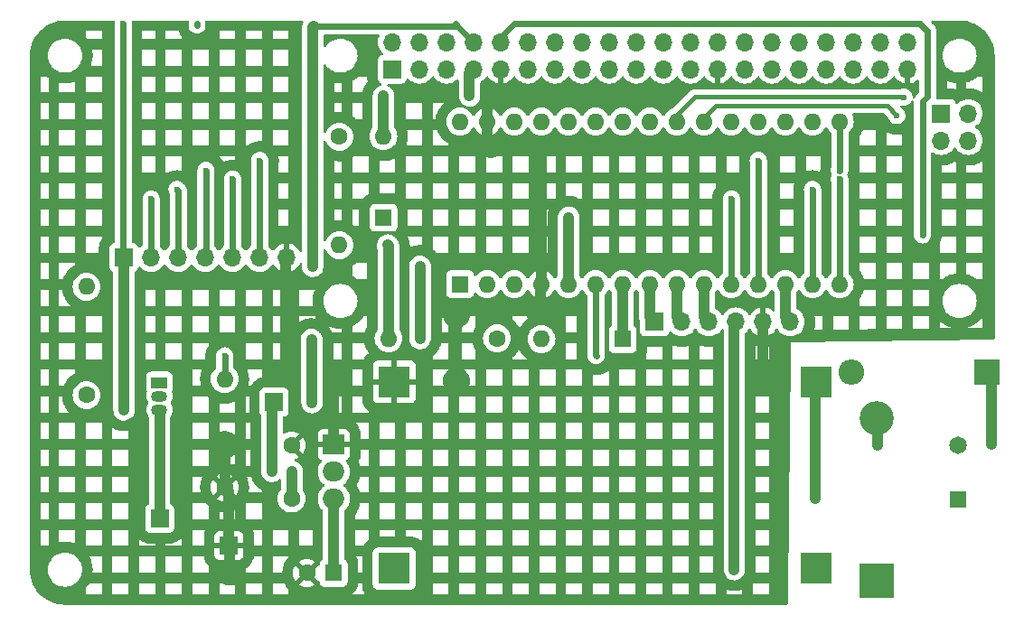
<source format=gbr>
G04 #@! TF.GenerationSoftware,KiCad,Pcbnew,7.0.11+dfsg-1build4*
G04 #@! TF.CreationDate,2025-04-23T09:40:30-04:00*
G04 #@! TF.ProjectId,trackteur_arduino_V1,74726163-6b74-4657-9572-5f6172647569,rev?*
G04 #@! TF.SameCoordinates,Original*
G04 #@! TF.FileFunction,Copper,L1,Top*
G04 #@! TF.FilePolarity,Positive*
%FSLAX46Y46*%
G04 Gerber Fmt 4.6, Leading zero omitted, Abs format (unit mm)*
G04 Created by KiCad (PCBNEW 7.0.11+dfsg-1build4) date 2025-04-23 09:40:30*
%MOMM*%
%LPD*%
G01*
G04 APERTURE LIST*
G04 #@! TA.AperFunction,ComponentPad*
%ADD10R,1.700000X1.700000*%
G04 #@! TD*
G04 #@! TA.AperFunction,ComponentPad*
%ADD11R,1.600000X1.600000*%
G04 #@! TD*
G04 #@! TA.AperFunction,ComponentPad*
%ADD12O,1.600000X1.600000*%
G04 #@! TD*
G04 #@! TA.AperFunction,ComponentPad*
%ADD13R,2.000000X1.905000*%
G04 #@! TD*
G04 #@! TA.AperFunction,ComponentPad*
%ADD14O,2.000000X1.905000*%
G04 #@! TD*
G04 #@! TA.AperFunction,ComponentPad*
%ADD15O,3.200000X3.200000*%
G04 #@! TD*
G04 #@! TA.AperFunction,ComponentPad*
%ADD16R,3.200000X3.200000*%
G04 #@! TD*
G04 #@! TA.AperFunction,ComponentPad*
%ADD17C,1.600000*%
G04 #@! TD*
G04 #@! TA.AperFunction,ComponentPad*
%ADD18R,2.400000X2.400000*%
G04 #@! TD*
G04 #@! TA.AperFunction,ComponentPad*
%ADD19O,2.400000X2.400000*%
G04 #@! TD*
G04 #@! TA.AperFunction,ComponentPad*
%ADD20R,1.650000X1.650000*%
G04 #@! TD*
G04 #@! TA.AperFunction,ComponentPad*
%ADD21C,1.650000*%
G04 #@! TD*
G04 #@! TA.AperFunction,ComponentPad*
%ADD22O,1.700000X1.700000*%
G04 #@! TD*
G04 #@! TA.AperFunction,ComponentPad*
%ADD23R,1.500000X1.050000*%
G04 #@! TD*
G04 #@! TA.AperFunction,ComponentPad*
%ADD24O,1.500000X1.050000*%
G04 #@! TD*
G04 #@! TA.AperFunction,ComponentPad*
%ADD25R,3.000000X3.000000*%
G04 #@! TD*
G04 #@! TA.AperFunction,ViaPad*
%ADD26C,0.600000*%
G04 #@! TD*
G04 #@! TA.AperFunction,Conductor*
%ADD27C,1.000000*%
G04 #@! TD*
G04 #@! TA.AperFunction,Conductor*
%ADD28C,0.600000*%
G04 #@! TD*
G04 #@! TA.AperFunction,Conductor*
%ADD29C,0.400000*%
G04 #@! TD*
G04 APERTURE END LIST*
D10*
X176460000Y-90530000D03*
D11*
X190930000Y-59800000D03*
D12*
X190930000Y-52180000D03*
D10*
X180690000Y-77110000D03*
D13*
X186290000Y-81070000D03*
D14*
X186290000Y-83610000D03*
X186290000Y-86150000D03*
D15*
X237120000Y-78570000D03*
D16*
X237120000Y-93810000D03*
D17*
X163120000Y-76440000D03*
D12*
X163120000Y-66280000D03*
D11*
X213360000Y-71190000D03*
D12*
X205740000Y-71190000D03*
D18*
X247510000Y-74280000D03*
D19*
X234810000Y-74280000D03*
D20*
X244730000Y-86210000D03*
D21*
X244730000Y-81130000D03*
D10*
X216340000Y-69570000D03*
D22*
X218880000Y-69570000D03*
X221420000Y-69570000D03*
X223960000Y-69570000D03*
X226500000Y-69570000D03*
X229040000Y-69570000D03*
D11*
X186269513Y-93116400D03*
D17*
X183769513Y-93116400D03*
X176060000Y-85100000D03*
D12*
X176060000Y-74940000D03*
D23*
X169950000Y-75270000D03*
D24*
X169950000Y-76540000D03*
X169950000Y-77810000D03*
D10*
X166630000Y-63521200D03*
D22*
X169170000Y-63521200D03*
X171710000Y-63521200D03*
X174250000Y-63521200D03*
X176790000Y-63521200D03*
X179330000Y-63521200D03*
X181870000Y-63521200D03*
D10*
X169970000Y-88020000D03*
D17*
X186791600Y-52222400D03*
D12*
X186791600Y-62382400D03*
D17*
X182330000Y-86150000D03*
X182330000Y-81150000D03*
D25*
X231490000Y-92700000D03*
X191940000Y-92700000D03*
X231490000Y-75200000D03*
X191940000Y-75200000D03*
D10*
X191770000Y-45890000D03*
D22*
X191770000Y-43350000D03*
X194310000Y-45890000D03*
X194310000Y-43350000D03*
X196850000Y-45890000D03*
X196850000Y-43350000D03*
X199390000Y-45890000D03*
X199390000Y-43350000D03*
X201930000Y-45890000D03*
X201930000Y-43350000D03*
X204470000Y-45890000D03*
X204470000Y-43350000D03*
X207010000Y-45890000D03*
X207010000Y-43350000D03*
X209550000Y-45890000D03*
X209550000Y-43350000D03*
X212090000Y-45890000D03*
X212090000Y-43350000D03*
X214630000Y-45890000D03*
X214630000Y-43350000D03*
X217170000Y-45890000D03*
X217170000Y-43350000D03*
X219710000Y-45890000D03*
X219710000Y-43350000D03*
X222250000Y-45890000D03*
X222250000Y-43350000D03*
X224790000Y-45890000D03*
X224790000Y-43350000D03*
X227330000Y-45890000D03*
X227330000Y-43350000D03*
X229870000Y-45890000D03*
X229870000Y-43350000D03*
X232410000Y-45890000D03*
X232410000Y-43350000D03*
X234950000Y-45890000D03*
X234950000Y-43350000D03*
X237490000Y-45890000D03*
X237490000Y-43350000D03*
X240030000Y-45890000D03*
X240030000Y-43350000D03*
D10*
X243179600Y-50038000D03*
D22*
X245719600Y-50038000D03*
X243179600Y-52578000D03*
X245719600Y-52578000D03*
D17*
X201574400Y-71120000D03*
D12*
X191414400Y-71120000D03*
D11*
X198120000Y-66040000D03*
D12*
X200660000Y-66040000D03*
X203200000Y-66040000D03*
X205740000Y-66040000D03*
X208280000Y-66040000D03*
X210820000Y-66040000D03*
X213360000Y-66040000D03*
X215900000Y-66040000D03*
X218440000Y-66040000D03*
X220980000Y-66040000D03*
X223520000Y-66040000D03*
X226060000Y-66040000D03*
X228600000Y-66040000D03*
X231140000Y-66040000D03*
X233680000Y-66040000D03*
X233680000Y-50800000D03*
X231140000Y-50800000D03*
X228600000Y-50800000D03*
X226060000Y-50800000D03*
X223520000Y-50800000D03*
X220980000Y-50800000D03*
X218440000Y-50800000D03*
X215900000Y-50800000D03*
X213360000Y-50800000D03*
X210820000Y-50800000D03*
X208280000Y-50800000D03*
X205740000Y-50800000D03*
X203200000Y-50800000D03*
X200660000Y-50800000D03*
X198120000Y-50800000D03*
D26*
X200690000Y-49060000D03*
X176550000Y-93010000D03*
X176090000Y-81070000D03*
X200995000Y-52915000D03*
X186250000Y-75220000D03*
X181810000Y-75240000D03*
X205670000Y-68890000D03*
X197770000Y-75115000D03*
X197770000Y-68865000D03*
X205745000Y-52940000D03*
X226450000Y-75075000D03*
X190945000Y-48390000D03*
X198995000Y-48390000D03*
X210870000Y-72740000D03*
X176070000Y-72765000D03*
X169170000Y-58040000D03*
X223545000Y-58040000D03*
X179345000Y-54440000D03*
X226045000Y-54440000D03*
X231120000Y-57165000D03*
X171595000Y-57165000D03*
X176800000Y-56190000D03*
X233650000Y-56190000D03*
X233650000Y-55365000D03*
X174300000Y-55375000D03*
X166550000Y-41620000D03*
X223800000Y-92800000D03*
X166630000Y-77830000D03*
X186269513Y-88070000D03*
X194350000Y-64370000D03*
X184320000Y-64370000D03*
X194390000Y-71150000D03*
X184195000Y-71240000D03*
X191320000Y-62380000D03*
X182380000Y-83590000D03*
X184245000Y-77140000D03*
X180480000Y-83590000D03*
X241430000Y-61420000D03*
X208290000Y-59770000D03*
X239040000Y-50240000D03*
X239690000Y-48510000D03*
X237260000Y-81110000D03*
X247900000Y-81090000D03*
X231390000Y-86150000D03*
D27*
X240040000Y-45900000D02*
X240030000Y-45890000D01*
X176460000Y-85500000D02*
X176060000Y-85100000D01*
X186290000Y-81070000D02*
X186290000Y-75260000D01*
X226450000Y-75075000D02*
X226450000Y-69620000D01*
D28*
X232445000Y-43315000D02*
X232410000Y-43350000D01*
D27*
X226450000Y-69620000D02*
X226500000Y-69570000D01*
X186290000Y-75260000D02*
X186250000Y-75220000D01*
X205670000Y-68890000D02*
X205670000Y-66110000D01*
X200660000Y-50800000D02*
X200660000Y-49090000D01*
X200660000Y-49090000D02*
X200690000Y-49060000D01*
X205670000Y-66110000D02*
X205740000Y-66040000D01*
D28*
X227320000Y-43340000D02*
X227330000Y-43350000D01*
D27*
X200660000Y-50800000D02*
X200660000Y-52580000D01*
X205740000Y-52945000D02*
X205740000Y-66040000D01*
X176460000Y-90530000D02*
X176460000Y-85500000D01*
X197770000Y-75115000D02*
X197770000Y-68865000D01*
X176090000Y-85070000D02*
X176060000Y-85100000D01*
X181810000Y-63581200D02*
X181870000Y-63521200D01*
X176550000Y-93010000D02*
X176550000Y-90620000D01*
X205745000Y-52940000D02*
X205740000Y-52945000D01*
X200660000Y-52580000D02*
X200995000Y-52915000D01*
X201920000Y-45900000D02*
X201930000Y-45890000D01*
X176550000Y-90620000D02*
X176460000Y-90530000D01*
X176090000Y-81070000D02*
X176090000Y-85070000D01*
X181810000Y-75240000D02*
X181810000Y-63581200D01*
X198995000Y-46285000D02*
X199390000Y-45890000D01*
X198995000Y-48390000D02*
X198995000Y-46285000D01*
X190930000Y-48405000D02*
X190945000Y-48390000D01*
X190930000Y-52180000D02*
X190930000Y-48405000D01*
D28*
X210820000Y-66040000D02*
X210820000Y-72690000D01*
X210820000Y-72690000D02*
X210870000Y-72740000D01*
X176070000Y-74930000D02*
X176060000Y-74940000D01*
X176070000Y-72765000D02*
X176070000Y-74930000D01*
D27*
X213360000Y-66040000D02*
X213360000Y-71190000D01*
D28*
X223520000Y-66040000D02*
X223520000Y-58065000D01*
X169170000Y-63521200D02*
X169170000Y-58040000D01*
X223520000Y-58065000D02*
X223545000Y-58040000D01*
X179330000Y-54455000D02*
X179345000Y-54440000D01*
X179330000Y-63521200D02*
X179330000Y-54455000D01*
X226060000Y-54455000D02*
X226045000Y-54440000D01*
X226060000Y-66040000D02*
X226060000Y-54455000D01*
X231140000Y-66040000D02*
X231140000Y-57185000D01*
X231140000Y-57185000D02*
X231120000Y-57165000D01*
X171710000Y-57280000D02*
X171595000Y-57165000D01*
X171710000Y-63521200D02*
X171710000Y-57280000D01*
X233680000Y-56220000D02*
X233650000Y-56190000D01*
X233680000Y-66040000D02*
X233680000Y-56220000D01*
X176790000Y-63521200D02*
X176790000Y-56200000D01*
X176790000Y-56200000D02*
X176800000Y-56190000D01*
X233680000Y-50800000D02*
X233680000Y-55335000D01*
X174300000Y-63471200D02*
X174250000Y-63521200D01*
X233680000Y-55335000D02*
X233650000Y-55365000D01*
X174300000Y-55375000D02*
X174300000Y-63471200D01*
D27*
X223800000Y-69730000D02*
X223960000Y-69570000D01*
X186269513Y-93116400D02*
X186269513Y-88070000D01*
X223800000Y-92800000D02*
X223800000Y-69730000D01*
X166630000Y-77830000D02*
X166630000Y-63521200D01*
D28*
X166550000Y-63441200D02*
X166630000Y-63521200D01*
D27*
X169970000Y-88020000D02*
X169970000Y-77830000D01*
X186269513Y-86170487D02*
X186269513Y-88070000D01*
X186290000Y-86150000D02*
X186269513Y-86170487D01*
D28*
X166550000Y-41620000D02*
X166550000Y-63441200D01*
D27*
X169970000Y-77830000D02*
X169950000Y-77810000D01*
D28*
X197885000Y-41845000D02*
X197860000Y-41820000D01*
D27*
X184320000Y-41920000D02*
X184420000Y-41820000D01*
D28*
X197860000Y-41820000D02*
X184420000Y-41820000D01*
D27*
X194390000Y-71150000D02*
X194390000Y-64410000D01*
D28*
X199390000Y-43350000D02*
X197885000Y-41845000D01*
D27*
X184320000Y-64370000D02*
X184320000Y-41920000D01*
X194390000Y-64410000D02*
X194350000Y-64370000D01*
D28*
X173470000Y-41620000D02*
X173470000Y-41740000D01*
X197885000Y-41845000D02*
X197660000Y-41620000D01*
D27*
X191414400Y-71120000D02*
X191414400Y-62474400D01*
X182380000Y-86100000D02*
X182330000Y-86150000D01*
X182380000Y-83590000D02*
X182380000Y-86100000D01*
X184245000Y-71290000D02*
X184195000Y-71240000D01*
X191414400Y-62474400D02*
X191320000Y-62380000D01*
X180480000Y-83590000D02*
X180480000Y-77320000D01*
X180480000Y-77320000D02*
X180690000Y-77110000D01*
X184245000Y-77140000D02*
X184245000Y-71290000D01*
D28*
X201930000Y-43350000D02*
X201930000Y-42850000D01*
X241240000Y-41650000D02*
X241870000Y-42280000D01*
X241580000Y-48770000D02*
X241430000Y-48920000D01*
X241920000Y-42280000D02*
X241920000Y-48430000D01*
X241430000Y-48920000D02*
X241430000Y-61420000D01*
X241210000Y-41620000D02*
X241240000Y-41650000D01*
X203160000Y-41620000D02*
X241210000Y-41620000D01*
X241920000Y-48430000D02*
X241580000Y-48770000D01*
X241870000Y-42280000D02*
X241920000Y-42280000D01*
X201930000Y-42850000D02*
X203160000Y-41620000D01*
D27*
X208290000Y-66030000D02*
X208280000Y-66040000D01*
X208290000Y-59770000D02*
X208290000Y-66030000D01*
X215900000Y-69130000D02*
X216340000Y-69570000D01*
X215900000Y-66040000D02*
X215900000Y-69130000D01*
X218440000Y-66040000D02*
X218440000Y-69130000D01*
X218440000Y-69130000D02*
X218880000Y-69570000D01*
X220980000Y-66040000D02*
X220980000Y-69130000D01*
X220980000Y-69130000D02*
X221420000Y-69570000D01*
X228600000Y-66040000D02*
X228600000Y-69130000D01*
X228600000Y-69130000D02*
X229040000Y-69570000D01*
D29*
X220980000Y-50800000D02*
X220980000Y-50420000D01*
X238120000Y-49320000D02*
X239040000Y-50240000D01*
X222080000Y-49320000D02*
X238120000Y-49320000D01*
X220980000Y-50420000D02*
X222080000Y-49320000D01*
X218440000Y-50800000D02*
X218440000Y-50130000D01*
X220090000Y-48480000D02*
X220150000Y-48480000D01*
X218440000Y-50130000D02*
X219840000Y-48730000D01*
X219840000Y-48730000D02*
X220090000Y-48480000D01*
X220150000Y-48480000D02*
X239660000Y-48480000D01*
X239660000Y-48480000D02*
X239690000Y-48510000D01*
D28*
X237260000Y-78710000D02*
X237120000Y-78570000D01*
X247900000Y-74540000D02*
X247650000Y-74290000D01*
D27*
X237260000Y-81110000D02*
X237260000Y-78710000D01*
X247900000Y-81090000D02*
X247900000Y-74540000D01*
D28*
X231390000Y-75300000D02*
X231490000Y-75200000D01*
D27*
X231390000Y-86150000D02*
X231390000Y-75300000D01*
G04 #@! TA.AperFunction,Conductor*
G36*
X165706463Y-41340185D02*
G01*
X165752218Y-41392989D01*
X165762644Y-41458383D01*
X165744435Y-41619996D01*
X165744435Y-41620001D01*
X165748720Y-41658029D01*
X165749500Y-41671914D01*
X165749500Y-62062300D01*
X165729815Y-62129339D01*
X165677011Y-62175094D01*
X165668833Y-62178482D01*
X165537671Y-62227402D01*
X165537664Y-62227406D01*
X165422455Y-62313652D01*
X165422452Y-62313655D01*
X165336206Y-62428864D01*
X165336202Y-62428871D01*
X165285908Y-62563717D01*
X165279501Y-62623316D01*
X165279500Y-62623335D01*
X165279500Y-64419070D01*
X165279501Y-64419076D01*
X165285908Y-64478683D01*
X165336202Y-64613528D01*
X165336206Y-64613535D01*
X165422452Y-64728744D01*
X165422455Y-64728747D01*
X165537665Y-64814994D01*
X165537667Y-64814994D01*
X165537669Y-64814996D01*
X165548830Y-64819158D01*
X165604764Y-64861026D01*
X165629184Y-64926489D01*
X165629500Y-64935341D01*
X165629500Y-77880743D01*
X165644925Y-78032439D01*
X165705837Y-78226579D01*
X165705844Y-78226594D01*
X165804589Y-78404499D01*
X165804592Y-78404504D01*
X165937132Y-78558893D01*
X165937134Y-78558895D01*
X166098037Y-78683445D01*
X166098038Y-78683445D01*
X166098042Y-78683448D01*
X166280729Y-78773060D01*
X166477715Y-78824063D01*
X166680936Y-78834369D01*
X166882071Y-78803556D01*
X167072887Y-78732886D01*
X167245571Y-78625252D01*
X167393053Y-78485059D01*
X167509295Y-78318049D01*
X167589540Y-78131058D01*
X167630500Y-77931741D01*
X167630500Y-74068500D01*
X173048500Y-74068500D01*
X173048500Y-75570500D01*
X173849359Y-75570500D01*
X173804733Y-75403951D01*
X173803447Y-75398696D01*
X173796362Y-75366737D01*
X173795307Y-75361430D01*
X173787744Y-75318535D01*
X173786921Y-75313188D01*
X173782650Y-75280744D01*
X173782061Y-75275367D01*
X173758432Y-75005286D01*
X173758078Y-74999889D01*
X173756650Y-74967189D01*
X173756532Y-74961779D01*
X173756532Y-74940001D01*
X174754532Y-74940001D01*
X174774364Y-75166686D01*
X174774366Y-75166697D01*
X174833258Y-75386488D01*
X174833261Y-75386497D01*
X174929431Y-75592732D01*
X174929432Y-75592734D01*
X175059954Y-75779141D01*
X175220858Y-75940045D01*
X175220861Y-75940047D01*
X175407266Y-76070568D01*
X175613504Y-76166739D01*
X175833308Y-76225635D01*
X175995230Y-76239801D01*
X176059998Y-76245468D01*
X176060000Y-76245468D01*
X176060002Y-76245468D01*
X176116673Y-76240509D01*
X176286692Y-76225635D01*
X176506496Y-76166739D01*
X176712734Y-76070568D01*
X176899139Y-75940047D01*
X177060047Y-75779139D01*
X177190568Y-75592734D01*
X177286739Y-75386496D01*
X177345635Y-75166692D01*
X177365468Y-74940000D01*
X177345635Y-74713308D01*
X177296012Y-74528112D01*
X177286741Y-74493511D01*
X177286738Y-74493502D01*
X177278773Y-74476422D01*
X177190568Y-74287266D01*
X177081617Y-74131667D01*
X177060045Y-74100858D01*
X177027687Y-74068500D01*
X178189727Y-74068500D01*
X178200433Y-74091459D01*
X178202611Y-74096408D01*
X178215130Y-74126629D01*
X178217089Y-74131667D01*
X178231990Y-74172599D01*
X178233731Y-74177727D01*
X178243580Y-74208962D01*
X178245095Y-74214159D01*
X178315267Y-74476049D01*
X178316553Y-74481304D01*
X178323638Y-74513263D01*
X178324693Y-74518570D01*
X178332256Y-74561465D01*
X178333079Y-74566812D01*
X178337350Y-74599256D01*
X178337939Y-74604633D01*
X178361568Y-74874714D01*
X178361922Y-74880111D01*
X178363350Y-74912811D01*
X178363468Y-74918221D01*
X178363468Y-74961779D01*
X178363350Y-74967189D01*
X178361922Y-74999889D01*
X178361568Y-75005286D01*
X178337939Y-75275367D01*
X178337350Y-75280744D01*
X178333079Y-75313188D01*
X178332256Y-75318535D01*
X178324693Y-75361430D01*
X178323638Y-75366737D01*
X178316553Y-75398696D01*
X178315267Y-75403951D01*
X178270641Y-75570500D01*
X178503286Y-75570500D01*
X178537372Y-75508077D01*
X178541890Y-75500463D01*
X178570854Y-75455396D01*
X178575902Y-75448126D01*
X178704886Y-75275827D01*
X178710439Y-75268936D01*
X178745519Y-75228451D01*
X178751551Y-75221972D01*
X178801972Y-75171551D01*
X178808451Y-75165519D01*
X178848936Y-75130439D01*
X178855827Y-75124886D01*
X179028126Y-74995902D01*
X179035396Y-74990854D01*
X179080463Y-74961890D01*
X179088077Y-74957372D01*
X179150667Y-74923195D01*
X179158581Y-74919233D01*
X179207318Y-74896975D01*
X179215498Y-74893587D01*
X179412982Y-74819931D01*
X179420321Y-74817452D01*
X179465172Y-74803847D01*
X179472648Y-74801832D01*
X179533363Y-74787484D01*
X179540955Y-74785939D01*
X179550500Y-74784304D01*
X179550500Y-74068500D01*
X178189727Y-74068500D01*
X177027687Y-74068500D01*
X176906819Y-73947632D01*
X176873334Y-73886309D01*
X176870500Y-73859951D01*
X176870500Y-72816914D01*
X176871280Y-72803029D01*
X176872533Y-72791914D01*
X176875565Y-72765000D01*
X176873866Y-72749924D01*
X176855369Y-72585750D01*
X176855368Y-72585745D01*
X176846619Y-72560742D01*
X176795789Y-72415478D01*
X176699816Y-72262738D01*
X176572262Y-72135184D01*
X176548172Y-72120047D01*
X176419523Y-72039211D01*
X176249254Y-71979631D01*
X176249249Y-71979630D01*
X176070004Y-71959435D01*
X176069996Y-71959435D01*
X175890750Y-71979630D01*
X175890745Y-71979631D01*
X175720476Y-72039211D01*
X175567737Y-72135184D01*
X175440184Y-72262737D01*
X175344211Y-72415476D01*
X175284631Y-72585745D01*
X175284630Y-72585750D01*
X175265714Y-72753645D01*
X175264435Y-72765000D01*
X175267467Y-72791914D01*
X175268720Y-72803029D01*
X175269500Y-72816914D01*
X175269500Y-73841345D01*
X175249815Y-73908384D01*
X175224004Y-73935272D01*
X175225011Y-73936471D01*
X175220863Y-73939951D01*
X175059951Y-74100862D01*
X174929432Y-74287265D01*
X174929431Y-74287267D01*
X174833261Y-74493502D01*
X174833258Y-74493511D01*
X174774366Y-74713302D01*
X174774364Y-74713313D01*
X174754532Y-74939998D01*
X174754532Y-74940001D01*
X173756532Y-74940001D01*
X173756532Y-74918221D01*
X173756650Y-74912811D01*
X173758078Y-74880111D01*
X173758432Y-74874714D01*
X173782061Y-74604633D01*
X173782650Y-74599256D01*
X173786921Y-74566812D01*
X173787744Y-74561465D01*
X173795307Y-74518570D01*
X173796362Y-74513263D01*
X173803447Y-74481304D01*
X173804733Y-74476049D01*
X173874905Y-74214159D01*
X173876420Y-74208962D01*
X173886269Y-74177727D01*
X173888010Y-74172599D01*
X173902911Y-74131667D01*
X173904870Y-74126629D01*
X173917389Y-74096408D01*
X173919567Y-74091459D01*
X173930273Y-74068500D01*
X173048500Y-74068500D01*
X167630500Y-74068500D01*
X167630500Y-71568500D01*
X168628500Y-71568500D01*
X168628500Y-73070500D01*
X169550500Y-73070500D01*
X169550500Y-71568500D01*
X170548500Y-71568500D01*
X170548500Y-73070500D01*
X172050500Y-73070500D01*
X172050500Y-71568500D01*
X173048500Y-71568500D01*
X173048500Y-73070500D01*
X174271500Y-73070500D01*
X174271500Y-72865999D01*
X174269575Y-72848915D01*
X174268990Y-72841984D01*
X174266630Y-72799961D01*
X174266435Y-72793008D01*
X174266435Y-72736993D01*
X174266630Y-72730039D01*
X174268990Y-72688021D01*
X174269575Y-72681092D01*
X174296042Y-72446180D01*
X174297014Y-72439293D01*
X174304062Y-72397809D01*
X174305418Y-72390989D01*
X174317881Y-72336379D01*
X174319619Y-72329642D01*
X174331272Y-72289193D01*
X174333384Y-72282566D01*
X174411465Y-72059422D01*
X174413947Y-72052921D01*
X174430055Y-72014035D01*
X174432895Y-72007688D01*
X174457199Y-71957221D01*
X174460392Y-71951041D01*
X174480748Y-71914210D01*
X174484281Y-71908220D01*
X174550500Y-71802833D01*
X174550500Y-71568500D01*
X178048500Y-71568500D01*
X178048500Y-73070500D01*
X179550500Y-73070500D01*
X179550500Y-71568500D01*
X180548500Y-71568500D01*
X180548500Y-73070500D01*
X182050500Y-73070500D01*
X182050500Y-71568500D01*
X180548500Y-71568500D01*
X179550500Y-71568500D01*
X178048500Y-71568500D01*
X174550500Y-71568500D01*
X173048500Y-71568500D01*
X172050500Y-71568500D01*
X170548500Y-71568500D01*
X169550500Y-71568500D01*
X168628500Y-71568500D01*
X167630500Y-71568500D01*
X167630500Y-71316358D01*
X183192242Y-71316358D01*
X183228140Y-71516648D01*
X183228143Y-71516659D01*
X183235652Y-71535455D01*
X183244500Y-71581454D01*
X183244500Y-77190743D01*
X183259925Y-77342439D01*
X183320837Y-77536579D01*
X183320844Y-77536594D01*
X183419589Y-77714499D01*
X183419592Y-77714504D01*
X183552132Y-77868893D01*
X183552134Y-77868895D01*
X183713037Y-77993445D01*
X183713038Y-77993445D01*
X183713042Y-77993448D01*
X183895729Y-78083060D01*
X184092715Y-78134063D01*
X184295936Y-78144369D01*
X184497071Y-78113556D01*
X184613326Y-78070500D01*
X186019041Y-78070500D01*
X187050500Y-78070500D01*
X187050500Y-76568500D01*
X188048500Y-76568500D01*
X188048500Y-78070500D01*
X189550500Y-78070500D01*
X189550500Y-77905362D01*
X189456184Y-77834757D01*
X189449293Y-77829204D01*
X189408808Y-77794124D01*
X189402329Y-77788092D01*
X189351908Y-77737671D01*
X189345876Y-77731192D01*
X189310796Y-77690707D01*
X189305243Y-77683816D01*
X189176345Y-77511632D01*
X189171297Y-77504362D01*
X189142333Y-77459295D01*
X189137815Y-77451681D01*
X189103638Y-77389091D01*
X189099677Y-77381177D01*
X189077419Y-77332441D01*
X189074030Y-77324261D01*
X189000421Y-77126904D01*
X188997942Y-77119564D01*
X188984332Y-77074695D01*
X188982315Y-77067212D01*
X188967972Y-77006501D01*
X188966428Y-76998916D01*
X188958522Y-76952738D01*
X188957455Y-76945069D01*
X188946289Y-76841217D01*
X188945977Y-76837905D01*
X188944364Y-76817856D01*
X188944142Y-76814542D01*
X188942713Y-76787855D01*
X188942580Y-76784539D01*
X188942044Y-76764491D01*
X188942000Y-76761177D01*
X188942000Y-76747844D01*
X189940000Y-76747844D01*
X189946401Y-76807372D01*
X189946403Y-76807379D01*
X189996645Y-76942086D01*
X189996649Y-76942093D01*
X190082809Y-77057187D01*
X190082812Y-77057190D01*
X190197906Y-77143350D01*
X190197913Y-77143354D01*
X190332620Y-77193596D01*
X190332627Y-77193598D01*
X190392155Y-77199999D01*
X190392172Y-77200000D01*
X191690000Y-77200000D01*
X191690000Y-75853837D01*
X191771249Y-75884651D01*
X191897660Y-75900000D01*
X191982340Y-75900000D01*
X192108751Y-75884651D01*
X192190000Y-75853837D01*
X192190000Y-77200000D01*
X193487828Y-77200000D01*
X193487844Y-77199999D01*
X193547372Y-77193598D01*
X193547379Y-77193596D01*
X193682086Y-77143354D01*
X193682093Y-77143350D01*
X193797187Y-77057190D01*
X193797190Y-77057187D01*
X193883350Y-76942093D01*
X193883354Y-76942086D01*
X193933596Y-76807379D01*
X193933598Y-76807372D01*
X193939999Y-76747844D01*
X193940000Y-76747827D01*
X193940000Y-76568500D01*
X195548500Y-76568500D01*
X195548500Y-78070500D01*
X197050500Y-78070500D01*
X197050500Y-76568500D01*
X198048500Y-76568500D01*
X198048500Y-78070500D01*
X199550500Y-78070500D01*
X199550500Y-76568500D01*
X200548500Y-76568500D01*
X200548500Y-78070500D01*
X202050500Y-78070500D01*
X202050500Y-76568500D01*
X203048500Y-76568500D01*
X203048500Y-78070500D01*
X204550500Y-78070500D01*
X204550500Y-76568500D01*
X205548500Y-76568500D01*
X205548500Y-78070500D01*
X207050500Y-78070500D01*
X207050500Y-76568500D01*
X208048500Y-76568500D01*
X208048500Y-78070500D01*
X209550500Y-78070500D01*
X209550500Y-76568500D01*
X210548500Y-76568500D01*
X210548500Y-78070500D01*
X212050500Y-78070500D01*
X212050500Y-76568500D01*
X213048500Y-76568500D01*
X213048500Y-78070500D01*
X214550500Y-78070500D01*
X214550500Y-76568500D01*
X215548500Y-76568500D01*
X215548500Y-78070500D01*
X217050500Y-78070500D01*
X217050500Y-76568500D01*
X218048500Y-76568500D01*
X218048500Y-78070500D01*
X219550500Y-78070500D01*
X219550500Y-76568500D01*
X220548500Y-76568500D01*
X220548500Y-78070500D01*
X221801500Y-78070500D01*
X221801500Y-76568500D01*
X220548500Y-76568500D01*
X219550500Y-76568500D01*
X218048500Y-76568500D01*
X217050500Y-76568500D01*
X215548500Y-76568500D01*
X214550500Y-76568500D01*
X213048500Y-76568500D01*
X212050500Y-76568500D01*
X210548500Y-76568500D01*
X209550500Y-76568500D01*
X208048500Y-76568500D01*
X207050500Y-76568500D01*
X205548500Y-76568500D01*
X204550500Y-76568500D01*
X203048500Y-76568500D01*
X202050500Y-76568500D01*
X200548500Y-76568500D01*
X199550500Y-76568500D01*
X198048500Y-76568500D01*
X197050500Y-76568500D01*
X195548500Y-76568500D01*
X193940000Y-76568500D01*
X193940000Y-75450000D01*
X192599329Y-75450000D01*
X192640000Y-75284995D01*
X192640000Y-75115005D01*
X192599329Y-74950000D01*
X193940000Y-74950000D01*
X193940000Y-74068500D01*
X195548500Y-74068500D01*
X195548500Y-75570500D01*
X196575485Y-75570500D01*
X196573797Y-75566142D01*
X196515472Y-75361151D01*
X196511267Y-75338658D01*
X196491602Y-75126441D01*
X196491602Y-75103559D01*
X196511267Y-74891342D01*
X196515472Y-74868849D01*
X196573797Y-74663858D01*
X196582063Y-74642521D01*
X196677061Y-74451738D01*
X196689107Y-74432282D01*
X196817545Y-74262204D01*
X196832960Y-74245294D01*
X196990462Y-74101711D01*
X197008724Y-74087921D01*
X197040090Y-74068500D01*
X198499910Y-74068500D01*
X198531276Y-74087921D01*
X198549538Y-74101711D01*
X198707040Y-74245294D01*
X198722455Y-74262204D01*
X198850893Y-74432282D01*
X198862939Y-74451738D01*
X198957937Y-74642521D01*
X198966203Y-74663858D01*
X199024528Y-74868849D01*
X199028733Y-74891342D01*
X199048398Y-75103559D01*
X199048398Y-75126441D01*
X199028733Y-75338658D01*
X199024528Y-75361151D01*
X198966203Y-75566142D01*
X198964515Y-75570500D01*
X199550500Y-75570500D01*
X199550500Y-74068500D01*
X200548500Y-74068500D01*
X200548500Y-75570500D01*
X202050500Y-75570500D01*
X202050500Y-74068500D01*
X203048500Y-74068500D01*
X203048500Y-75570500D01*
X204550500Y-75570500D01*
X204550500Y-74068500D01*
X205548500Y-74068500D01*
X205548500Y-75570500D01*
X207050500Y-75570500D01*
X207050500Y-74068500D01*
X208048500Y-74068500D01*
X208048500Y-75570500D01*
X209550500Y-75570500D01*
X210548500Y-75570500D01*
X212050500Y-75570500D01*
X212050500Y-74102409D01*
X212021754Y-74128101D01*
X212016443Y-74132587D01*
X211972646Y-74167519D01*
X211967082Y-74171706D01*
X211932728Y-74196082D01*
X211926938Y-74199951D01*
X211912382Y-74209095D01*
X211898950Y-74219809D01*
X211893387Y-74223996D01*
X211859065Y-74248349D01*
X211853284Y-74252212D01*
X211805846Y-74282021D01*
X211799851Y-74285557D01*
X211762997Y-74305925D01*
X211756808Y-74309122D01*
X211741327Y-74316575D01*
X211726793Y-74325709D01*
X211720798Y-74329245D01*
X211683963Y-74349604D01*
X211677783Y-74352797D01*
X211627307Y-74377106D01*
X211620954Y-74379949D01*
X211582054Y-74396061D01*
X211575550Y-74398543D01*
X211559354Y-74404208D01*
X211543879Y-74411663D01*
X211537525Y-74414506D01*
X211498648Y-74430611D01*
X211492150Y-74433092D01*
X211439267Y-74451599D01*
X211432636Y-74453713D01*
X211392164Y-74465373D01*
X211385418Y-74467113D01*
X211368671Y-74470933D01*
X211352463Y-74476607D01*
X211345825Y-74478723D01*
X211305349Y-74490384D01*
X211298607Y-74492123D01*
X211243981Y-74504588D01*
X211237158Y-74505944D01*
X211195673Y-74512990D01*
X211188785Y-74513962D01*
X211171736Y-74515881D01*
X211155015Y-74519700D01*
X211148186Y-74521059D01*
X211106686Y-74528112D01*
X211099796Y-74529085D01*
X211044123Y-74535359D01*
X211037192Y-74535944D01*
X210995162Y-74538305D01*
X210988207Y-74538500D01*
X210970998Y-74538500D01*
X210953914Y-74540425D01*
X210946983Y-74541010D01*
X210904961Y-74543370D01*
X210898008Y-74543565D01*
X210841992Y-74543565D01*
X210835039Y-74543370D01*
X210793017Y-74541010D01*
X210786086Y-74540425D01*
X210769002Y-74538500D01*
X210751803Y-74538500D01*
X210744851Y-74538305D01*
X210702839Y-74535946D01*
X210695911Y-74535362D01*
X210640248Y-74529092D01*
X210633356Y-74528119D01*
X210591854Y-74521067D01*
X210585029Y-74519709D01*
X210568269Y-74515883D01*
X210551195Y-74513960D01*
X210548500Y-74513579D01*
X210548500Y-75570500D01*
X209550500Y-75570500D01*
X209550500Y-74068500D01*
X213048500Y-74068500D01*
X213048500Y-75570500D01*
X214550500Y-75570500D01*
X214550500Y-74068500D01*
X215548500Y-74068500D01*
X215548500Y-75570500D01*
X217050500Y-75570500D01*
X217050500Y-74068500D01*
X218048500Y-74068500D01*
X218048500Y-75570500D01*
X219550500Y-75570500D01*
X219550500Y-74068500D01*
X220548500Y-74068500D01*
X220548500Y-75570500D01*
X221801500Y-75570500D01*
X221801500Y-74068500D01*
X220548500Y-74068500D01*
X219550500Y-74068500D01*
X218048500Y-74068500D01*
X217050500Y-74068500D01*
X215548500Y-74068500D01*
X214550500Y-74068500D01*
X213048500Y-74068500D01*
X209550500Y-74068500D01*
X208048500Y-74068500D01*
X207050500Y-74068500D01*
X205548500Y-74068500D01*
X204550500Y-74068500D01*
X203048500Y-74068500D01*
X202050500Y-74068500D01*
X200548500Y-74068500D01*
X199550500Y-74068500D01*
X198499910Y-74068500D01*
X197040090Y-74068500D01*
X195548500Y-74068500D01*
X193940000Y-74068500D01*
X193940000Y-73652172D01*
X193939999Y-73652155D01*
X193933598Y-73592627D01*
X193933596Y-73592620D01*
X193883354Y-73457913D01*
X193883350Y-73457906D01*
X193797190Y-73342812D01*
X193797187Y-73342809D01*
X193682093Y-73256649D01*
X193682086Y-73256645D01*
X193547379Y-73206403D01*
X193547372Y-73206401D01*
X193487844Y-73200000D01*
X192190000Y-73200000D01*
X192190000Y-74546162D01*
X192108751Y-74515349D01*
X191982340Y-74500000D01*
X191897660Y-74500000D01*
X191771249Y-74515349D01*
X191690000Y-74546162D01*
X191690000Y-73200000D01*
X190392155Y-73200000D01*
X190332627Y-73206401D01*
X190332620Y-73206403D01*
X190197913Y-73256645D01*
X190197906Y-73256649D01*
X190082812Y-73342809D01*
X190082809Y-73342812D01*
X189996649Y-73457906D01*
X189996645Y-73457913D01*
X189946403Y-73592620D01*
X189946401Y-73592627D01*
X189940000Y-73652155D01*
X189940000Y-74950000D01*
X191280671Y-74950000D01*
X191240000Y-75115005D01*
X191240000Y-75284995D01*
X191280671Y-75450000D01*
X189940000Y-75450000D01*
X189940000Y-76747844D01*
X188942000Y-76747844D01*
X188942000Y-76568500D01*
X188048500Y-76568500D01*
X187050500Y-76568500D01*
X186243500Y-76568500D01*
X186243500Y-77267028D01*
X186243341Y-77273307D01*
X186241417Y-77311256D01*
X186240940Y-77317517D01*
X186235824Y-77367846D01*
X186235031Y-77374080D01*
X186229274Y-77411666D01*
X186228165Y-77417853D01*
X186177020Y-77666729D01*
X186175599Y-77672850D01*
X186166071Y-77709648D01*
X186164344Y-77715686D01*
X186149200Y-77763955D01*
X186147167Y-77769900D01*
X186133965Y-77805547D01*
X186131635Y-77811383D01*
X186031439Y-78044865D01*
X186028815Y-78050575D01*
X186019041Y-78070500D01*
X184613326Y-78070500D01*
X184687887Y-78042886D01*
X184860571Y-77935252D01*
X185008053Y-77795059D01*
X185124295Y-77628049D01*
X185204540Y-77441058D01*
X185245500Y-77241741D01*
X185245500Y-74068500D01*
X188048500Y-74068500D01*
X188048500Y-75570500D01*
X188942000Y-75570500D01*
X188942000Y-75249454D01*
X188951439Y-75202002D01*
X188952268Y-75200000D01*
X188951439Y-75197998D01*
X188942000Y-75150546D01*
X188942000Y-74068500D01*
X188048500Y-74068500D01*
X185245500Y-74068500D01*
X185245500Y-71568500D01*
X186243500Y-71568500D01*
X186243500Y-73070500D01*
X187050500Y-73070500D01*
X187050500Y-71568500D01*
X188048500Y-71568500D01*
X188048500Y-73070500D01*
X189076201Y-73070500D01*
X195548500Y-73070500D01*
X197050500Y-73070500D01*
X197050500Y-71568500D01*
X198048500Y-71568500D01*
X198048500Y-73070500D01*
X199550500Y-73070500D01*
X203048500Y-73070500D01*
X204418320Y-73070500D01*
X204310599Y-72995074D01*
X204306239Y-72991877D01*
X204280277Y-72971957D01*
X204276056Y-72968570D01*
X204242687Y-72940571D01*
X204238619Y-72937003D01*
X204214481Y-72914885D01*
X204210572Y-72911143D01*
X204018857Y-72719428D01*
X204015115Y-72715519D01*
X203992997Y-72691381D01*
X203989429Y-72687313D01*
X203961430Y-72653944D01*
X203958043Y-72649723D01*
X203938123Y-72623761D01*
X203934926Y-72619401D01*
X203779426Y-72397321D01*
X203776422Y-72392825D01*
X203758840Y-72365228D01*
X203756032Y-72360601D01*
X203734254Y-72322880D01*
X203731653Y-72318139D01*
X203716537Y-72289103D01*
X203714143Y-72284249D01*
X203640879Y-72127134D01*
X203600257Y-72214249D01*
X203597863Y-72219103D01*
X203582747Y-72248139D01*
X203580146Y-72252880D01*
X203558368Y-72290601D01*
X203555560Y-72295228D01*
X203537978Y-72322825D01*
X203534974Y-72327321D01*
X203379474Y-72549401D01*
X203376277Y-72553761D01*
X203356357Y-72579723D01*
X203352970Y-72583944D01*
X203324971Y-72617313D01*
X203321403Y-72621381D01*
X203299285Y-72645519D01*
X203295543Y-72649428D01*
X203103828Y-72841143D01*
X203099919Y-72844885D01*
X203075781Y-72867003D01*
X203071713Y-72870571D01*
X203048500Y-72890048D01*
X203048500Y-73070500D01*
X199550500Y-73070500D01*
X199550500Y-72218216D01*
X199548543Y-72214249D01*
X199433967Y-71968541D01*
X199431789Y-71963592D01*
X199419270Y-71933371D01*
X199417311Y-71928333D01*
X199402410Y-71887401D01*
X199400669Y-71882273D01*
X199390820Y-71851038D01*
X199389305Y-71845841D01*
X199319133Y-71583951D01*
X199317847Y-71578696D01*
X199315587Y-71568500D01*
X198048500Y-71568500D01*
X197050500Y-71568500D01*
X196344261Y-71568500D01*
X196322020Y-71676729D01*
X196320599Y-71682850D01*
X196311071Y-71719648D01*
X196309344Y-71725686D01*
X196294200Y-71773955D01*
X196292167Y-71779900D01*
X196278965Y-71815547D01*
X196276635Y-71821383D01*
X196176439Y-72054865D01*
X196173815Y-72060575D01*
X196157073Y-72094704D01*
X196154165Y-72100271D01*
X196129614Y-72144503D01*
X196126426Y-72149919D01*
X196106321Y-72182173D01*
X196102865Y-72187416D01*
X195957727Y-72395941D01*
X195954010Y-72401003D01*
X195930750Y-72431054D01*
X195926780Y-72435923D01*
X195893830Y-72474307D01*
X195889618Y-72478969D01*
X195863425Y-72506525D01*
X195858981Y-72510969D01*
X195674831Y-72686018D01*
X195670170Y-72690229D01*
X195641331Y-72714987D01*
X195636464Y-72718956D01*
X195596459Y-72749924D01*
X195591392Y-72753645D01*
X195560187Y-72775364D01*
X195554940Y-72778822D01*
X195548500Y-72782835D01*
X195548500Y-73070500D01*
X189076201Y-73070500D01*
X189077419Y-73067559D01*
X189099677Y-73018823D01*
X189103638Y-73010909D01*
X189137815Y-72948319D01*
X189142333Y-72940705D01*
X189171297Y-72895638D01*
X189176345Y-72888368D01*
X189305243Y-72716184D01*
X189310796Y-72709293D01*
X189345876Y-72668808D01*
X189351908Y-72662329D01*
X189402329Y-72611908D01*
X189408808Y-72605876D01*
X189449293Y-72570796D01*
X189456183Y-72565243D01*
X189550500Y-72494636D01*
X189550500Y-72465387D01*
X189453826Y-72327321D01*
X189450822Y-72322825D01*
X189433240Y-72295228D01*
X189430432Y-72290601D01*
X189408654Y-72252880D01*
X189406053Y-72248139D01*
X189390937Y-72219103D01*
X189388543Y-72214249D01*
X189273967Y-71968541D01*
X189271789Y-71963592D01*
X189259270Y-71933371D01*
X189257311Y-71928333D01*
X189242410Y-71887401D01*
X189240669Y-71882273D01*
X189230820Y-71851038D01*
X189229305Y-71845841D01*
X189159133Y-71583951D01*
X189157847Y-71578696D01*
X189155587Y-71568500D01*
X188048500Y-71568500D01*
X187050500Y-71568500D01*
X186243500Y-71568500D01*
X185245500Y-71568500D01*
X185245500Y-71304277D01*
X185245540Y-71301135D01*
X185247757Y-71213641D01*
X185247756Y-71213640D01*
X185247757Y-71213637D01*
X185237350Y-71155574D01*
X185236041Y-71146242D01*
X185233465Y-71120914D01*
X185233372Y-71120001D01*
X190108932Y-71120001D01*
X190128764Y-71346686D01*
X190128766Y-71346697D01*
X190187658Y-71566488D01*
X190187661Y-71566497D01*
X190283831Y-71772732D01*
X190283832Y-71772734D01*
X190414354Y-71959141D01*
X190575258Y-72120045D01*
X190580272Y-72123556D01*
X190761666Y-72250568D01*
X190967904Y-72346739D01*
X190967909Y-72346740D01*
X190967911Y-72346741D01*
X191007430Y-72357330D01*
X191187708Y-72405635D01*
X191349630Y-72419801D01*
X191414398Y-72425468D01*
X191414400Y-72425468D01*
X191414402Y-72425468D01*
X191471073Y-72420509D01*
X191641092Y-72405635D01*
X191860896Y-72346739D01*
X192067134Y-72250568D01*
X192253539Y-72120047D01*
X192414447Y-71959139D01*
X192544968Y-71772734D01*
X192641139Y-71566496D01*
X192700035Y-71346692D01*
X192719868Y-71120000D01*
X192700035Y-70893308D01*
X192641139Y-70673504D01*
X192544968Y-70467266D01*
X192455772Y-70339879D01*
X192437324Y-70313532D01*
X192414997Y-70247326D01*
X192414900Y-70242410D01*
X192414900Y-64446358D01*
X193347242Y-64446358D01*
X193383140Y-64646649D01*
X193384715Y-64652150D01*
X193389500Y-64686265D01*
X193389500Y-71200743D01*
X193404925Y-71352439D01*
X193465837Y-71546579D01*
X193465844Y-71546594D01*
X193564589Y-71724499D01*
X193564592Y-71724504D01*
X193697132Y-71878893D01*
X193697134Y-71878895D01*
X193858037Y-72003445D01*
X193858038Y-72003445D01*
X193858042Y-72003448D01*
X194040729Y-72093060D01*
X194237715Y-72144063D01*
X194440936Y-72154369D01*
X194642071Y-72123556D01*
X194832887Y-72052886D01*
X195005571Y-71945252D01*
X195153053Y-71805059D01*
X195269295Y-71638049D01*
X195349540Y-71451058D01*
X195390500Y-71251741D01*
X195390500Y-71120001D01*
X200268932Y-71120001D01*
X200288764Y-71346686D01*
X200288766Y-71346697D01*
X200347658Y-71566488D01*
X200347661Y-71566497D01*
X200443831Y-71772732D01*
X200443832Y-71772734D01*
X200574354Y-71959141D01*
X200735258Y-72120045D01*
X200740272Y-72123556D01*
X200921666Y-72250568D01*
X201127904Y-72346739D01*
X201127909Y-72346740D01*
X201127911Y-72346741D01*
X201167430Y-72357330D01*
X201347708Y-72405635D01*
X201509630Y-72419801D01*
X201574398Y-72425468D01*
X201574400Y-72425468D01*
X201574402Y-72425468D01*
X201631073Y-72420509D01*
X201801092Y-72405635D01*
X202020896Y-72346739D01*
X202227134Y-72250568D01*
X202413539Y-72120047D01*
X202574447Y-71959139D01*
X202704968Y-71772734D01*
X202801139Y-71566496D01*
X202860035Y-71346692D01*
X202873744Y-71190001D01*
X204434532Y-71190001D01*
X204454364Y-71416686D01*
X204454366Y-71416697D01*
X204513258Y-71636488D01*
X204513261Y-71636497D01*
X204609431Y-71842732D01*
X204609432Y-71842734D01*
X204739954Y-72029141D01*
X204900858Y-72190045D01*
X204900861Y-72190047D01*
X205087266Y-72320568D01*
X205293504Y-72416739D01*
X205293509Y-72416740D01*
X205293511Y-72416741D01*
X205324935Y-72425161D01*
X205513308Y-72475635D01*
X205675230Y-72489801D01*
X205739998Y-72495468D01*
X205740000Y-72495468D01*
X205740002Y-72495468D01*
X205796807Y-72490498D01*
X205966692Y-72475635D01*
X206186496Y-72416739D01*
X206392734Y-72320568D01*
X206579139Y-72190047D01*
X206740047Y-72029139D01*
X206870568Y-71842734D01*
X206966739Y-71636496D01*
X206984958Y-71568500D01*
X208048500Y-71568500D01*
X208048500Y-73070500D01*
X209056900Y-73070500D01*
X209055418Y-73064004D01*
X209054063Y-73057191D01*
X209047018Y-73015732D01*
X209046046Y-73008849D01*
X209044115Y-72991724D01*
X209040284Y-72974933D01*
X209038928Y-72968116D01*
X209031880Y-72926632D01*
X209030907Y-72919742D01*
X209024638Y-72864088D01*
X209024054Y-72857160D01*
X209021695Y-72815148D01*
X209021500Y-72808196D01*
X209021500Y-71568500D01*
X208048500Y-71568500D01*
X206984958Y-71568500D01*
X207025635Y-71416692D01*
X207045468Y-71190000D01*
X207025635Y-70963308D01*
X206975861Y-70777547D01*
X206966741Y-70743511D01*
X206966738Y-70743502D01*
X206953681Y-70715502D01*
X206870568Y-70537266D01*
X206740047Y-70350861D01*
X206740045Y-70350858D01*
X206579141Y-70189954D01*
X206392734Y-70059432D01*
X206392732Y-70059431D01*
X206186497Y-69963261D01*
X206186488Y-69963258D01*
X205966697Y-69904366D01*
X205966693Y-69904365D01*
X205966692Y-69904365D01*
X205966691Y-69904364D01*
X205966686Y-69904364D01*
X205740002Y-69884532D01*
X205739998Y-69884532D01*
X205513313Y-69904364D01*
X205513302Y-69904366D01*
X205293511Y-69963258D01*
X205293502Y-69963261D01*
X205087267Y-70059431D01*
X205087265Y-70059432D01*
X204900858Y-70189954D01*
X204739954Y-70350858D01*
X204609432Y-70537265D01*
X204609431Y-70537267D01*
X204513261Y-70743502D01*
X204513258Y-70743511D01*
X204454366Y-70963302D01*
X204454364Y-70963313D01*
X204434532Y-71189998D01*
X204434532Y-71190001D01*
X202873744Y-71190001D01*
X202879868Y-71120000D01*
X202860035Y-70893308D01*
X202801139Y-70673504D01*
X202704968Y-70467266D01*
X202574447Y-70280861D01*
X202574445Y-70280858D01*
X202413541Y-70119954D01*
X202227134Y-69989432D01*
X202227132Y-69989431D01*
X202020897Y-69893261D01*
X202020888Y-69893258D01*
X201801097Y-69834366D01*
X201801093Y-69834365D01*
X201801092Y-69834365D01*
X201801091Y-69834364D01*
X201801086Y-69834364D01*
X201574402Y-69814532D01*
X201574398Y-69814532D01*
X201347713Y-69834364D01*
X201347702Y-69834366D01*
X201127911Y-69893258D01*
X201127902Y-69893261D01*
X200921667Y-69989431D01*
X200921665Y-69989432D01*
X200735258Y-70119954D01*
X200574354Y-70280858D01*
X200443832Y-70467265D01*
X200443831Y-70467267D01*
X200347661Y-70673502D01*
X200347658Y-70673511D01*
X200288766Y-70893302D01*
X200288764Y-70893313D01*
X200268932Y-71119998D01*
X200268932Y-71120001D01*
X195390500Y-71120001D01*
X195390500Y-69068500D01*
X196388500Y-69068500D01*
X196388500Y-70570500D01*
X197050500Y-70570500D01*
X198048500Y-70570500D01*
X199342055Y-70570500D01*
X199389305Y-70394159D01*
X199390820Y-70388962D01*
X199400669Y-70357727D01*
X199402410Y-70352599D01*
X199417311Y-70311667D01*
X199419270Y-70306629D01*
X199431789Y-70276408D01*
X199433967Y-70271459D01*
X199548543Y-70025751D01*
X199550500Y-70021783D01*
X199550500Y-69068500D01*
X203048500Y-69068500D01*
X203048500Y-69349951D01*
X203071713Y-69369429D01*
X203075781Y-69372997D01*
X203099919Y-69395115D01*
X203103828Y-69398857D01*
X203295543Y-69590572D01*
X203299285Y-69594481D01*
X203321403Y-69618619D01*
X203324971Y-69622687D01*
X203352970Y-69656056D01*
X203356357Y-69660277D01*
X203376277Y-69686239D01*
X203379474Y-69690599D01*
X203534974Y-69912679D01*
X203537978Y-69917175D01*
X203555560Y-69944772D01*
X203558368Y-69949399D01*
X203580146Y-69987120D01*
X203582747Y-69991861D01*
X203597863Y-70020897D01*
X203600257Y-70025751D01*
X203673520Y-70182865D01*
X203714143Y-70095751D01*
X203716537Y-70090897D01*
X203731653Y-70061861D01*
X203734254Y-70057120D01*
X203756032Y-70019399D01*
X203758840Y-70014772D01*
X203776422Y-69987175D01*
X203779426Y-69982679D01*
X203934926Y-69760599D01*
X203938123Y-69756239D01*
X203958043Y-69730277D01*
X203961430Y-69726056D01*
X203989429Y-69692687D01*
X203992997Y-69688619D01*
X204015115Y-69664481D01*
X204018857Y-69660572D01*
X204210572Y-69468857D01*
X204214481Y-69465115D01*
X204238619Y-69442997D01*
X204242687Y-69439429D01*
X204276056Y-69411430D01*
X204280277Y-69408043D01*
X204306239Y-69388123D01*
X204310599Y-69384926D01*
X204457073Y-69282364D01*
X204415472Y-69136151D01*
X204411267Y-69113659D01*
X204407082Y-69068500D01*
X208048500Y-69068500D01*
X208048500Y-70570500D01*
X209021500Y-70570500D01*
X209021500Y-69068500D01*
X208048500Y-69068500D01*
X204407082Y-69068500D01*
X203048500Y-69068500D01*
X199550500Y-69068500D01*
X199030601Y-69068500D01*
X199028733Y-69088658D01*
X199024528Y-69111151D01*
X198966203Y-69316142D01*
X198957937Y-69337479D01*
X198862939Y-69528262D01*
X198850893Y-69547718D01*
X198722455Y-69717796D01*
X198707040Y-69734706D01*
X198549538Y-69878289D01*
X198531276Y-69892079D01*
X198350072Y-70004275D01*
X198329589Y-70014475D01*
X198130855Y-70091465D01*
X198108846Y-70097727D01*
X198048500Y-70109007D01*
X198048500Y-70570500D01*
X197050500Y-70570500D01*
X197050500Y-69917946D01*
X197008724Y-69892080D01*
X196990462Y-69878289D01*
X196832960Y-69734706D01*
X196817545Y-69717796D01*
X196689107Y-69547718D01*
X196677061Y-69528262D01*
X196582063Y-69337479D01*
X196573797Y-69316142D01*
X196515472Y-69111151D01*
X196511267Y-69088658D01*
X196509399Y-69068500D01*
X196388500Y-69068500D01*
X195390500Y-69068500D01*
X195390500Y-64424277D01*
X195390540Y-64421135D01*
X195390655Y-64416617D01*
X195392757Y-64333637D01*
X195382346Y-64275558D01*
X195381039Y-64266232D01*
X195380053Y-64256537D01*
X195375074Y-64207562D01*
X195375074Y-64207560D01*
X195375073Y-64207559D01*
X195365967Y-64178536D01*
X195362226Y-64163297D01*
X195356859Y-64133348D01*
X195356858Y-64133345D01*
X195334972Y-64078554D01*
X195331816Y-64069690D01*
X195314159Y-64013412D01*
X195299392Y-63986807D01*
X195292665Y-63972640D01*
X195281378Y-63944383D01*
X195248914Y-63895125D01*
X195244040Y-63887082D01*
X195215409Y-63835498D01*
X195195590Y-63812412D01*
X195186145Y-63799884D01*
X195169404Y-63774484D01*
X195127699Y-63732779D01*
X195121306Y-63725882D01*
X195082866Y-63681105D01*
X195058800Y-63662476D01*
X195047022Y-63652102D01*
X195021582Y-63626662D01*
X195000095Y-63609141D01*
X194903407Y-63530302D01*
X194723049Y-63436091D01*
X194527418Y-63380113D01*
X194527417Y-63380112D01*
X194527416Y-63380112D01*
X194324525Y-63364662D01*
X194324522Y-63364662D01*
X194122678Y-63390368D01*
X194122670Y-63390370D01*
X193930129Y-63456183D01*
X193930117Y-63456189D01*
X193754778Y-63559406D01*
X193754771Y-63559411D01*
X193603787Y-63695820D01*
X193603787Y-63695821D01*
X193483353Y-63859828D01*
X193483349Y-63859835D01*
X193398397Y-64044725D01*
X193398393Y-64044737D01*
X193352396Y-64242945D01*
X193347242Y-64446358D01*
X192414900Y-64446358D01*
X192414900Y-62488677D01*
X192414940Y-62485535D01*
X192417157Y-62398041D01*
X192417156Y-62398040D01*
X192417157Y-62398037D01*
X192406749Y-62339973D01*
X192405441Y-62330642D01*
X192399474Y-62271962D01*
X192390363Y-62242924D01*
X192386626Y-62227701D01*
X192381258Y-62197747D01*
X192359366Y-62142941D01*
X192356221Y-62134106D01*
X192344214Y-62095836D01*
X192338561Y-62077816D01*
X192338560Y-62077814D01*
X192323799Y-62051221D01*
X192317063Y-62037036D01*
X192305780Y-62008788D01*
X192305778Y-62008783D01*
X192293254Y-61989781D01*
X192273309Y-61959518D01*
X192268440Y-61951482D01*
X192239809Y-61899898D01*
X192219990Y-61876812D01*
X192210545Y-61864284D01*
X192193804Y-61838884D01*
X192152099Y-61797179D01*
X192145706Y-61790282D01*
X192107266Y-61745505D01*
X192083200Y-61726876D01*
X192071422Y-61716502D01*
X191991582Y-61636662D01*
X191972544Y-61621138D01*
X191907989Y-61568500D01*
X193201746Y-61568500D01*
X193202075Y-61569129D01*
X193204843Y-61574772D01*
X193220720Y-61609328D01*
X193223197Y-61615101D01*
X193223297Y-61615352D01*
X193223422Y-61615577D01*
X193226327Y-61621138D01*
X193243058Y-61655242D01*
X193245680Y-61660949D01*
X193265636Y-61707443D01*
X193267970Y-61713283D01*
X193281185Y-61748963D01*
X193283218Y-61754912D01*
X193298500Y-61803622D01*
X193317434Y-61851022D01*
X193319615Y-61856910D01*
X193331908Y-61892871D01*
X193333789Y-61898867D01*
X193347708Y-61947509D01*
X193349284Y-61953594D01*
X193357881Y-61990642D01*
X193359148Y-61996813D01*
X193359190Y-61997050D01*
X193359267Y-61997294D01*
X193361000Y-62003350D01*
X193370530Y-62040154D01*
X193371951Y-62046276D01*
X193382136Y-62095836D01*
X193383244Y-62102021D01*
X193389001Y-62139602D01*
X193389795Y-62145834D01*
X193394958Y-62196615D01*
X193403963Y-62246849D01*
X193404914Y-62253058D01*
X193409714Y-62290736D01*
X193410349Y-62296982D01*
X193414194Y-62347426D01*
X193414513Y-62353704D01*
X193415478Y-62391733D01*
X193415478Y-62398021D01*
X193412900Y-62499734D01*
X193412900Y-62602579D01*
X193445644Y-62583304D01*
X193451140Y-62580253D01*
X193484841Y-62562650D01*
X193490481Y-62559884D01*
X193536451Y-62538763D01*
X193542222Y-62536286D01*
X193577513Y-62522189D01*
X193583405Y-62520007D01*
X193823816Y-62437832D01*
X193829810Y-62435951D01*
X193866359Y-62425493D01*
X193872441Y-62423919D01*
X193921722Y-62412483D01*
X193927877Y-62411218D01*
X193965289Y-62404513D01*
X193971498Y-62403562D01*
X194223525Y-62371465D01*
X194229773Y-62370829D01*
X194267662Y-62367943D01*
X194273935Y-62367625D01*
X194324506Y-62366342D01*
X194330792Y-62366342D01*
X194368801Y-62367305D01*
X194375075Y-62367623D01*
X194550500Y-62380980D01*
X194550500Y-61568500D01*
X195548500Y-61568500D01*
X195548500Y-62768591D01*
X195662061Y-62861189D01*
X195664471Y-62863204D01*
X195678893Y-62875585D01*
X195681250Y-62877662D01*
X195700012Y-62894613D01*
X195702318Y-62896750D01*
X195712485Y-62906414D01*
X195713755Y-62907398D01*
X195718623Y-62911366D01*
X195747453Y-62936116D01*
X195752112Y-62940326D01*
X195788778Y-62975178D01*
X195793222Y-62979622D01*
X195819418Y-63007180D01*
X195823630Y-63011842D01*
X195856891Y-63050587D01*
X195876805Y-63070500D01*
X197050500Y-63070500D01*
X197050500Y-61568500D01*
X198048500Y-61568500D01*
X198048500Y-63070500D01*
X199550500Y-63070500D01*
X199550500Y-61568500D01*
X200548500Y-61568500D01*
X200548500Y-63070500D01*
X202050500Y-63070500D01*
X202050500Y-61568500D01*
X203048500Y-61568500D01*
X203048500Y-63070500D01*
X204550500Y-63070500D01*
X204550500Y-61568500D01*
X205548500Y-61568500D01*
X205548500Y-63070500D01*
X206291500Y-63070500D01*
X206291500Y-61568500D01*
X205548500Y-61568500D01*
X204550500Y-61568500D01*
X203048500Y-61568500D01*
X202050500Y-61568500D01*
X200548500Y-61568500D01*
X199550500Y-61568500D01*
X198048500Y-61568500D01*
X197050500Y-61568500D01*
X195548500Y-61568500D01*
X194550500Y-61568500D01*
X193201746Y-61568500D01*
X191907989Y-61568500D01*
X191873407Y-61540302D01*
X191693049Y-61446091D01*
X191497418Y-61390113D01*
X191497417Y-61390112D01*
X191497416Y-61390112D01*
X191294525Y-61374662D01*
X191294522Y-61374662D01*
X191092678Y-61400368D01*
X191092670Y-61400370D01*
X190900129Y-61466183D01*
X190900117Y-61466189D01*
X190724778Y-61569406D01*
X190724771Y-61569411D01*
X190573787Y-61705820D01*
X190573787Y-61705821D01*
X190453353Y-61869828D01*
X190453349Y-61869835D01*
X190368397Y-62054725D01*
X190368393Y-62054737D01*
X190322396Y-62252945D01*
X190317242Y-62456358D01*
X190353140Y-62656648D01*
X190353142Y-62656654D01*
X190405053Y-62786610D01*
X190413900Y-62832608D01*
X190413900Y-70242410D01*
X190394215Y-70309449D01*
X190391476Y-70313532D01*
X190283831Y-70467267D01*
X190187661Y-70673502D01*
X190187658Y-70673511D01*
X190128766Y-70893302D01*
X190128764Y-70893313D01*
X190108932Y-71119998D01*
X190108932Y-71120001D01*
X185233372Y-71120001D01*
X185230074Y-71087562D01*
X185220962Y-71058524D01*
X185217225Y-71043295D01*
X185211858Y-71013348D01*
X185189972Y-70958556D01*
X185186824Y-70949714D01*
X185169159Y-70893412D01*
X185154398Y-70866817D01*
X185147663Y-70852635D01*
X185136379Y-70824384D01*
X185136377Y-70824380D01*
X185103915Y-70775127D01*
X185099040Y-70767082D01*
X185070409Y-70715498D01*
X185050590Y-70692412D01*
X185041145Y-70679884D01*
X185024404Y-70654484D01*
X184982699Y-70612779D01*
X184976306Y-70605882D01*
X184937866Y-70561105D01*
X184913800Y-70542476D01*
X184902022Y-70532102D01*
X184866582Y-70496662D01*
X184841974Y-70476596D01*
X184748407Y-70400302D01*
X184568049Y-70306091D01*
X184552462Y-70301631D01*
X184397374Y-70257254D01*
X184372418Y-70250113D01*
X184372417Y-70250112D01*
X184372416Y-70250112D01*
X184169525Y-70234662D01*
X184169522Y-70234662D01*
X183967678Y-70260368D01*
X183967670Y-70260370D01*
X183775129Y-70326183D01*
X183775117Y-70326189D01*
X183599778Y-70429406D01*
X183599771Y-70429411D01*
X183448787Y-70565820D01*
X183448787Y-70565821D01*
X183328353Y-70729828D01*
X183328349Y-70729835D01*
X183243397Y-70914725D01*
X183243393Y-70914737D01*
X183197396Y-71112945D01*
X183192242Y-71316358D01*
X167630500Y-71316358D01*
X167630500Y-69068500D01*
X168628500Y-69068500D01*
X168628500Y-70570500D01*
X169550500Y-70570500D01*
X169550500Y-69068500D01*
X170548500Y-69068500D01*
X170548500Y-70570500D01*
X172050500Y-70570500D01*
X172050500Y-69068500D01*
X173048500Y-69068500D01*
X173048500Y-70570500D01*
X174550500Y-70570500D01*
X174550500Y-69068500D01*
X175548500Y-69068500D01*
X175548500Y-70570500D01*
X177050500Y-70570500D01*
X177050500Y-69068500D01*
X178048500Y-69068500D01*
X178048500Y-70570500D01*
X179550500Y-70570500D01*
X179550500Y-69068500D01*
X180548500Y-69068500D01*
X180548500Y-70570500D01*
X182050500Y-70570500D01*
X182050500Y-69942740D01*
X185724045Y-69942740D01*
X185747980Y-69966675D01*
X185752311Y-69971231D01*
X185777805Y-69999450D01*
X185781898Y-70004218D01*
X185813863Y-70043422D01*
X185817707Y-70048388D01*
X185840190Y-70079006D01*
X185843775Y-70084156D01*
X185843938Y-70084403D01*
X185844130Y-70084627D01*
X185848093Y-70089488D01*
X185871347Y-70119528D01*
X185875064Y-70124590D01*
X185903965Y-70166109D01*
X185907426Y-70171360D01*
X185927543Y-70203635D01*
X185930730Y-70209048D01*
X185955508Y-70253690D01*
X185983591Y-70296299D01*
X185986915Y-70301631D01*
X186006198Y-70334387D01*
X186009246Y-70339879D01*
X186032673Y-70384725D01*
X186035442Y-70390368D01*
X186051318Y-70424921D01*
X186053794Y-70430692D01*
X186053901Y-70430962D01*
X186054035Y-70431202D01*
X186056940Y-70436764D01*
X186073679Y-70470888D01*
X186076302Y-70476596D01*
X186096254Y-70523088D01*
X186098586Y-70528925D01*
X186111790Y-70564578D01*
X186113813Y-70570500D01*
X187050500Y-70570500D01*
X188048500Y-70570500D01*
X189182055Y-70570500D01*
X189229305Y-70394159D01*
X189230820Y-70388962D01*
X189240669Y-70357727D01*
X189242410Y-70352599D01*
X189257311Y-70311667D01*
X189259270Y-70306629D01*
X189271789Y-70276408D01*
X189273967Y-70271459D01*
X189388543Y-70025751D01*
X189390937Y-70020897D01*
X189406053Y-69991861D01*
X189408654Y-69987119D01*
X189415900Y-69974568D01*
X189415900Y-69068500D01*
X189059951Y-69068500D01*
X189039524Y-69101834D01*
X189036897Y-69105938D01*
X189020520Y-69130446D01*
X189017735Y-69134442D01*
X188994692Y-69166155D01*
X188991755Y-69170035D01*
X188973531Y-69193151D01*
X188970443Y-69196913D01*
X188781379Y-69418278D01*
X188778144Y-69421918D01*
X188758149Y-69443548D01*
X188754775Y-69447057D01*
X188727057Y-69474775D01*
X188723548Y-69478149D01*
X188701918Y-69498144D01*
X188698278Y-69501379D01*
X188476913Y-69690443D01*
X188473151Y-69693531D01*
X188450035Y-69711755D01*
X188446155Y-69714692D01*
X188414442Y-69737735D01*
X188410446Y-69740520D01*
X188385938Y-69756897D01*
X188381834Y-69759524D01*
X188133606Y-69911639D01*
X188129404Y-69914102D01*
X188103712Y-69928490D01*
X188099423Y-69930782D01*
X188064496Y-69948580D01*
X188060111Y-69950708D01*
X188048500Y-69956060D01*
X188048500Y-70570500D01*
X187050500Y-70570500D01*
X187050500Y-70214691D01*
X187024062Y-70216772D01*
X187019194Y-70217059D01*
X186984893Y-70218405D01*
X186980031Y-70218500D01*
X186819969Y-70218500D01*
X186815107Y-70218405D01*
X186780806Y-70217059D01*
X186775939Y-70216772D01*
X186551013Y-70199069D01*
X186546166Y-70198591D01*
X186516927Y-70195130D01*
X186512109Y-70194464D01*
X186473392Y-70188333D01*
X186468597Y-70187477D01*
X186439697Y-70181729D01*
X186434939Y-70180685D01*
X186151855Y-70112724D01*
X186147142Y-70111494D01*
X186118792Y-70103498D01*
X186114136Y-70102086D01*
X186076854Y-70089973D01*
X186072249Y-70088376D01*
X186044613Y-70078180D01*
X186040082Y-70076406D01*
X185771112Y-69964996D01*
X185766650Y-69963045D01*
X185739889Y-69950708D01*
X185735504Y-69948580D01*
X185724045Y-69942740D01*
X182050500Y-69942740D01*
X182050500Y-69068500D01*
X183048500Y-69068500D01*
X183048500Y-69597289D01*
X183066366Y-69585515D01*
X183071696Y-69582193D01*
X183290644Y-69453304D01*
X183296140Y-69450253D01*
X183329841Y-69432650D01*
X183335481Y-69429884D01*
X183381451Y-69408763D01*
X183387222Y-69406286D01*
X183422513Y-69392189D01*
X183428405Y-69390007D01*
X183668816Y-69307832D01*
X183674810Y-69305951D01*
X183711359Y-69295493D01*
X183717441Y-69293919D01*
X183766722Y-69282483D01*
X183772877Y-69281218D01*
X183810289Y-69274513D01*
X183816498Y-69273562D01*
X184068525Y-69241465D01*
X184074773Y-69240829D01*
X184112662Y-69237943D01*
X184118935Y-69237625D01*
X184169506Y-69236342D01*
X184175792Y-69236342D01*
X184213801Y-69237305D01*
X184220075Y-69237623D01*
X184473419Y-69256914D01*
X184479670Y-69257550D01*
X184517382Y-69262353D01*
X184523594Y-69263304D01*
X184550500Y-69268126D01*
X184550500Y-69068500D01*
X183048500Y-69068500D01*
X182050500Y-69068500D01*
X180548500Y-69068500D01*
X179550500Y-69068500D01*
X178048500Y-69068500D01*
X177050500Y-69068500D01*
X175548500Y-69068500D01*
X174550500Y-69068500D01*
X173048500Y-69068500D01*
X172050500Y-69068500D01*
X170548500Y-69068500D01*
X169550500Y-69068500D01*
X168628500Y-69068500D01*
X167630500Y-69068500D01*
X167630500Y-66568500D01*
X168628500Y-66568500D01*
X168628500Y-68070500D01*
X169550500Y-68070500D01*
X169550500Y-66568500D01*
X170548500Y-66568500D01*
X170548500Y-68070500D01*
X172050500Y-68070500D01*
X172050500Y-66568500D01*
X173048500Y-66568500D01*
X173048500Y-68070500D01*
X174550500Y-68070500D01*
X174550500Y-66568500D01*
X175548500Y-66568500D01*
X175548500Y-68070500D01*
X177050500Y-68070500D01*
X177050500Y-66568500D01*
X178048500Y-66568500D01*
X178048500Y-68070500D01*
X179550500Y-68070500D01*
X179550500Y-66568500D01*
X180548500Y-66568500D01*
X180548500Y-68070500D01*
X182050500Y-68070500D01*
X182050500Y-66568500D01*
X183048500Y-66568500D01*
X183048500Y-68070500D01*
X184336321Y-68070500D01*
X184332523Y-68051403D01*
X184331667Y-68046608D01*
X184325536Y-68007891D01*
X184324870Y-68003073D01*
X184321409Y-67973833D01*
X184320931Y-67968986D01*
X184298090Y-67678764D01*
X184297804Y-67673905D01*
X184296647Y-67644471D01*
X184296551Y-67639601D01*
X184296551Y-67620000D01*
X185294551Y-67620000D01*
X185314317Y-67871151D01*
X185373126Y-68116110D01*
X185469533Y-68348859D01*
X185601160Y-68563653D01*
X185601161Y-68563656D01*
X185618270Y-68583688D01*
X185764776Y-68755224D01*
X185913066Y-68881875D01*
X185956343Y-68918838D01*
X185956346Y-68918839D01*
X186171140Y-69050466D01*
X186399483Y-69145048D01*
X186403889Y-69146873D01*
X186648852Y-69205683D01*
X186837118Y-69220500D01*
X186837126Y-69220500D01*
X186962874Y-69220500D01*
X186962882Y-69220500D01*
X187151148Y-69205683D01*
X187396111Y-69146873D01*
X187628859Y-69050466D01*
X187843659Y-68918836D01*
X188035224Y-68755224D01*
X188198836Y-68563659D01*
X188330466Y-68348859D01*
X188426873Y-68116111D01*
X188485683Y-67871148D01*
X188505449Y-67620000D01*
X188485683Y-67368852D01*
X188426873Y-67123889D01*
X188424906Y-67119141D01*
X188330466Y-66891140D01*
X188198839Y-66676346D01*
X188198838Y-66676343D01*
X188119412Y-66583348D01*
X188035224Y-66484776D01*
X187848200Y-66325042D01*
X187843656Y-66321161D01*
X187843653Y-66321160D01*
X187628859Y-66189533D01*
X187396110Y-66093126D01*
X187151151Y-66034317D01*
X186962887Y-66019500D01*
X186962882Y-66019500D01*
X186837118Y-66019500D01*
X186837112Y-66019500D01*
X186648848Y-66034317D01*
X186403889Y-66093126D01*
X186171140Y-66189533D01*
X185956346Y-66321160D01*
X185956343Y-66321161D01*
X185764776Y-66484776D01*
X185601161Y-66676343D01*
X185601160Y-66676346D01*
X185469533Y-66891140D01*
X185373126Y-67123889D01*
X185314317Y-67368848D01*
X185294551Y-67620000D01*
X184296551Y-67620000D01*
X184296551Y-67600399D01*
X184296647Y-67595529D01*
X184297804Y-67566095D01*
X184298090Y-67561236D01*
X184320931Y-67271014D01*
X184321409Y-67266167D01*
X184324870Y-67236927D01*
X184325536Y-67232109D01*
X184331667Y-67193392D01*
X184332523Y-67188597D01*
X184338271Y-67159697D01*
X184339315Y-67154939D01*
X184407276Y-66871855D01*
X184408506Y-66867142D01*
X184416502Y-66838792D01*
X184417914Y-66834136D01*
X184430027Y-66796854D01*
X184431624Y-66792249D01*
X184441820Y-66764613D01*
X184443594Y-66760082D01*
X184522949Y-66568500D01*
X183048500Y-66568500D01*
X182050500Y-66568500D01*
X180548500Y-66568500D01*
X179550500Y-66568500D01*
X178048500Y-66568500D01*
X177050500Y-66568500D01*
X175548500Y-66568500D01*
X174550500Y-66568500D01*
X173048500Y-66568500D01*
X172050500Y-66568500D01*
X170548500Y-66568500D01*
X169550500Y-66568500D01*
X168628500Y-66568500D01*
X167630500Y-66568500D01*
X167630500Y-64935341D01*
X167650185Y-64868302D01*
X167702989Y-64822547D01*
X167711149Y-64819166D01*
X167722331Y-64814996D01*
X167749533Y-64794633D01*
X167770924Y-64778619D01*
X167837546Y-64728746D01*
X167923796Y-64613531D01*
X167972810Y-64482116D01*
X168014681Y-64426184D01*
X168080145Y-64401766D01*
X168148418Y-64416617D01*
X168176673Y-64437769D01*
X168298599Y-64559695D01*
X168395384Y-64627465D01*
X168492165Y-64695232D01*
X168492167Y-64695233D01*
X168492170Y-64695235D01*
X168706337Y-64795103D01*
X168706343Y-64795104D01*
X168706344Y-64795105D01*
X168761285Y-64809826D01*
X168934592Y-64856263D01*
X169122918Y-64872739D01*
X169169999Y-64876859D01*
X169170000Y-64876859D01*
X169170001Y-64876859D01*
X169209234Y-64873426D01*
X169405408Y-64856263D01*
X169633663Y-64795103D01*
X169847830Y-64695235D01*
X170041401Y-64559695D01*
X170208495Y-64392601D01*
X170338425Y-64207042D01*
X170393002Y-64163417D01*
X170462500Y-64156223D01*
X170524855Y-64187746D01*
X170541575Y-64207042D01*
X170671281Y-64392282D01*
X170671505Y-64392601D01*
X170838599Y-64559695D01*
X170935384Y-64627465D01*
X171032165Y-64695232D01*
X171032167Y-64695233D01*
X171032170Y-64695235D01*
X171246337Y-64795103D01*
X171246343Y-64795104D01*
X171246344Y-64795105D01*
X171301285Y-64809826D01*
X171474592Y-64856263D01*
X171662918Y-64872739D01*
X171709999Y-64876859D01*
X171710000Y-64876859D01*
X171710001Y-64876859D01*
X171749234Y-64873426D01*
X171945408Y-64856263D01*
X172173663Y-64795103D01*
X172387830Y-64695235D01*
X172581401Y-64559695D01*
X172748495Y-64392601D01*
X172878425Y-64207042D01*
X172933002Y-64163417D01*
X173002500Y-64156223D01*
X173064855Y-64187746D01*
X173081575Y-64207042D01*
X173211281Y-64392282D01*
X173211505Y-64392601D01*
X173378599Y-64559695D01*
X173475384Y-64627465D01*
X173572165Y-64695232D01*
X173572167Y-64695233D01*
X173572170Y-64695235D01*
X173786337Y-64795103D01*
X173786343Y-64795104D01*
X173786344Y-64795105D01*
X173841285Y-64809826D01*
X174014592Y-64856263D01*
X174202918Y-64872739D01*
X174249999Y-64876859D01*
X174250000Y-64876859D01*
X174250001Y-64876859D01*
X174289234Y-64873426D01*
X174485408Y-64856263D01*
X174713663Y-64795103D01*
X174927830Y-64695235D01*
X175121401Y-64559695D01*
X175288495Y-64392601D01*
X175418425Y-64207042D01*
X175473002Y-64163417D01*
X175542500Y-64156223D01*
X175604855Y-64187746D01*
X175621575Y-64207042D01*
X175751281Y-64392282D01*
X175751505Y-64392601D01*
X175918599Y-64559695D01*
X176015384Y-64627465D01*
X176112165Y-64695232D01*
X176112167Y-64695233D01*
X176112170Y-64695235D01*
X176326337Y-64795103D01*
X176326343Y-64795104D01*
X176326344Y-64795105D01*
X176381285Y-64809826D01*
X176554592Y-64856263D01*
X176742918Y-64872739D01*
X176789999Y-64876859D01*
X176790000Y-64876859D01*
X176790001Y-64876859D01*
X176829234Y-64873426D01*
X177025408Y-64856263D01*
X177253663Y-64795103D01*
X177467830Y-64695235D01*
X177661401Y-64559695D01*
X177828495Y-64392601D01*
X177958425Y-64207042D01*
X178013002Y-64163417D01*
X178082500Y-64156223D01*
X178144855Y-64187746D01*
X178161575Y-64207042D01*
X178291281Y-64392282D01*
X178291505Y-64392601D01*
X178458599Y-64559695D01*
X178555384Y-64627465D01*
X178652165Y-64695232D01*
X178652167Y-64695233D01*
X178652170Y-64695235D01*
X178866337Y-64795103D01*
X178866343Y-64795104D01*
X178866344Y-64795105D01*
X178921285Y-64809826D01*
X179094592Y-64856263D01*
X179282918Y-64872739D01*
X179329999Y-64876859D01*
X179330000Y-64876859D01*
X179330001Y-64876859D01*
X179369234Y-64873426D01*
X179565408Y-64856263D01*
X179793663Y-64795103D01*
X180007830Y-64695235D01*
X180201401Y-64559695D01*
X180368495Y-64392601D01*
X180498730Y-64206605D01*
X180553307Y-64162981D01*
X180622805Y-64155787D01*
X180685160Y-64187310D01*
X180701879Y-64206605D01*
X180831890Y-64392278D01*
X180998917Y-64559305D01*
X181192421Y-64694800D01*
X181406507Y-64794629D01*
X181406516Y-64794633D01*
X181620000Y-64851834D01*
X181620000Y-63956701D01*
X181727685Y-64005880D01*
X181834237Y-64021200D01*
X181905763Y-64021200D01*
X182012315Y-64005880D01*
X182120000Y-63956701D01*
X182120000Y-64851833D01*
X182333483Y-64794633D01*
X182333492Y-64794629D01*
X182547578Y-64694800D01*
X182741082Y-64559305D01*
X182908105Y-64392282D01*
X183043600Y-64198777D01*
X183043601Y-64198775D01*
X183083118Y-64114032D01*
X183129290Y-64061592D01*
X183196483Y-64042440D01*
X183263365Y-64062655D01*
X183308699Y-64115821D01*
X183319500Y-64166436D01*
X183319500Y-64420743D01*
X183334925Y-64572439D01*
X183395837Y-64766579D01*
X183395844Y-64766594D01*
X183494589Y-64944499D01*
X183494592Y-64944504D01*
X183627132Y-65098893D01*
X183627134Y-65098895D01*
X183788037Y-65223445D01*
X183788038Y-65223445D01*
X183788042Y-65223448D01*
X183970729Y-65313060D01*
X184167715Y-65364063D01*
X184370936Y-65374369D01*
X184572071Y-65343556D01*
X184733043Y-65283939D01*
X188048500Y-65283939D01*
X188060111Y-65289292D01*
X188064496Y-65291420D01*
X188099423Y-65309218D01*
X188103712Y-65311510D01*
X188129404Y-65325898D01*
X188133606Y-65328361D01*
X188381834Y-65480476D01*
X188385938Y-65483103D01*
X188410446Y-65499480D01*
X188414442Y-65502265D01*
X188446155Y-65525308D01*
X188450035Y-65528245D01*
X188473151Y-65546469D01*
X188476913Y-65549557D01*
X188501434Y-65570500D01*
X189415900Y-65570500D01*
X189415900Y-64068500D01*
X188356071Y-64068500D01*
X188321028Y-64103543D01*
X188317119Y-64107285D01*
X188292981Y-64129403D01*
X188288913Y-64132971D01*
X188255544Y-64160970D01*
X188251323Y-64164357D01*
X188225361Y-64184277D01*
X188221001Y-64187474D01*
X188048500Y-64308258D01*
X188048500Y-65283939D01*
X184733043Y-65283939D01*
X184762887Y-65272886D01*
X184935571Y-65165252D01*
X185083053Y-65025059D01*
X185199295Y-64858049D01*
X185279540Y-64671058D01*
X185320500Y-64471741D01*
X185320500Y-62858803D01*
X185340185Y-62791764D01*
X185392989Y-62746009D01*
X185462147Y-62736065D01*
X185525703Y-62765090D01*
X185563477Y-62823868D01*
X185564275Y-62826711D01*
X185564857Y-62828886D01*
X185564861Y-62828897D01*
X185661031Y-63035132D01*
X185661032Y-63035134D01*
X185791554Y-63221541D01*
X185952458Y-63382445D01*
X185952461Y-63382447D01*
X186138866Y-63512968D01*
X186345104Y-63609139D01*
X186564908Y-63668035D01*
X186714299Y-63681105D01*
X186791598Y-63687868D01*
X186791600Y-63687868D01*
X186791602Y-63687868D01*
X186868901Y-63681105D01*
X187018292Y-63668035D01*
X187238096Y-63609139D01*
X187444334Y-63512968D01*
X187630739Y-63382447D01*
X187791647Y-63221539D01*
X187922168Y-63035134D01*
X188018339Y-62828896D01*
X188077235Y-62609092D01*
X188095701Y-62398021D01*
X188097068Y-62382401D01*
X188097068Y-62382398D01*
X188091053Y-62313652D01*
X188077235Y-62155708D01*
X188028948Y-61975497D01*
X188018341Y-61935911D01*
X188018338Y-61935902D01*
X187922168Y-61729666D01*
X187791647Y-61543261D01*
X187791645Y-61543258D01*
X187630741Y-61382354D01*
X187444334Y-61251832D01*
X187444332Y-61251831D01*
X187238097Y-61155661D01*
X187238088Y-61155658D01*
X187018297Y-61096766D01*
X187018293Y-61096765D01*
X187018292Y-61096765D01*
X187018291Y-61096764D01*
X187018286Y-61096764D01*
X186791602Y-61076932D01*
X186791598Y-61076932D01*
X186564913Y-61096764D01*
X186564902Y-61096766D01*
X186345111Y-61155658D01*
X186345102Y-61155661D01*
X186138867Y-61251831D01*
X186138865Y-61251832D01*
X185952458Y-61382354D01*
X185791554Y-61543258D01*
X185661032Y-61729665D01*
X185661031Y-61729667D01*
X185564861Y-61935902D01*
X185564857Y-61935914D01*
X185564274Y-61938092D01*
X185563754Y-61938943D01*
X185563007Y-61940998D01*
X185562594Y-61940847D01*
X185527908Y-61997752D01*
X185465061Y-62028280D01*
X185395685Y-62019983D01*
X185341808Y-61975497D01*
X185320535Y-61908944D01*
X185320500Y-61905996D01*
X185320500Y-60647870D01*
X189629500Y-60647870D01*
X189629501Y-60647876D01*
X189635908Y-60707483D01*
X189686202Y-60842328D01*
X189686206Y-60842335D01*
X189772452Y-60957544D01*
X189772455Y-60957547D01*
X189887664Y-61043793D01*
X189887671Y-61043797D01*
X190022517Y-61094091D01*
X190022516Y-61094091D01*
X190029444Y-61094835D01*
X190082127Y-61100500D01*
X191777872Y-61100499D01*
X191837483Y-61094091D01*
X191972331Y-61043796D01*
X192087546Y-60957546D01*
X192173796Y-60842331D01*
X192224091Y-60707483D01*
X192230500Y-60647873D01*
X192230499Y-59068500D01*
X193228499Y-59068500D01*
X193228500Y-60570500D01*
X194550500Y-60570500D01*
X194550500Y-59068500D01*
X195548500Y-59068500D01*
X195548500Y-60570500D01*
X197050500Y-60570500D01*
X197050500Y-59068500D01*
X198048500Y-59068500D01*
X198048500Y-60570500D01*
X199550500Y-60570500D01*
X199550500Y-59068500D01*
X200548500Y-59068500D01*
X200548500Y-60570500D01*
X202050500Y-60570500D01*
X202050500Y-59068500D01*
X203048500Y-59068500D01*
X203048500Y-60570500D01*
X204550500Y-60570500D01*
X204550500Y-59068500D01*
X205548500Y-59068500D01*
X205548500Y-60570500D01*
X206291500Y-60570500D01*
X206291500Y-59642972D01*
X206291659Y-59636693D01*
X206293583Y-59598744D01*
X206294060Y-59592483D01*
X206299176Y-59542154D01*
X206299969Y-59535920D01*
X206305726Y-59498334D01*
X206306835Y-59492147D01*
X206357980Y-59243271D01*
X206359401Y-59237150D01*
X206368929Y-59200352D01*
X206370656Y-59194314D01*
X206385800Y-59146045D01*
X206387833Y-59140100D01*
X206401035Y-59104453D01*
X206403365Y-59098617D01*
X206416289Y-59068500D01*
X205548500Y-59068500D01*
X204550500Y-59068500D01*
X203048500Y-59068500D01*
X202050500Y-59068500D01*
X200548500Y-59068500D01*
X199550500Y-59068500D01*
X198048500Y-59068500D01*
X197050500Y-59068500D01*
X195548500Y-59068500D01*
X194550500Y-59068500D01*
X193228499Y-59068500D01*
X192230499Y-59068500D01*
X192230499Y-58952128D01*
X192224091Y-58892517D01*
X192214616Y-58867114D01*
X192173797Y-58757671D01*
X192173793Y-58757664D01*
X192087547Y-58642455D01*
X192087544Y-58642452D01*
X191972335Y-58556206D01*
X191972328Y-58556202D01*
X191837482Y-58505908D01*
X191837483Y-58505908D01*
X191777883Y-58499501D01*
X191777881Y-58499500D01*
X191777873Y-58499500D01*
X191777864Y-58499500D01*
X190082129Y-58499500D01*
X190082123Y-58499501D01*
X190022516Y-58505908D01*
X189887671Y-58556202D01*
X189887664Y-58556206D01*
X189772455Y-58642452D01*
X189772452Y-58642455D01*
X189686206Y-58757664D01*
X189686202Y-58757671D01*
X189635908Y-58892517D01*
X189629501Y-58952116D01*
X189629501Y-58952123D01*
X189629500Y-58952135D01*
X189629500Y-60647870D01*
X185320500Y-60647870D01*
X185320500Y-59068500D01*
X186318500Y-59068500D01*
X186318500Y-60129584D01*
X186327649Y-60127133D01*
X186332904Y-60125847D01*
X186364863Y-60118762D01*
X186370170Y-60117707D01*
X186413065Y-60110144D01*
X186418412Y-60109321D01*
X186450856Y-60105050D01*
X186456233Y-60104461D01*
X186726314Y-60080832D01*
X186731711Y-60080478D01*
X186764411Y-60079050D01*
X186769821Y-60078932D01*
X186813379Y-60078932D01*
X186818789Y-60079050D01*
X186851489Y-60080478D01*
X186856886Y-60080832D01*
X187050500Y-60097771D01*
X187050500Y-59068500D01*
X188048500Y-59068500D01*
X188048500Y-60456541D01*
X188211252Y-60570500D01*
X188631501Y-60570500D01*
X188631500Y-59068500D01*
X188048500Y-59068500D01*
X187050500Y-59068500D01*
X186318500Y-59068500D01*
X185320500Y-59068500D01*
X185320500Y-56568500D01*
X186318500Y-56568500D01*
X186318500Y-58070500D01*
X187050500Y-58070500D01*
X187050500Y-56568500D01*
X188048500Y-56568500D01*
X188048500Y-58070500D01*
X188953957Y-58070500D01*
X188994886Y-58015827D01*
X189000439Y-58008936D01*
X189035519Y-57968451D01*
X189041551Y-57961972D01*
X189091972Y-57911551D01*
X189098451Y-57905519D01*
X189138936Y-57870439D01*
X189145827Y-57864886D01*
X189318126Y-57735902D01*
X189325396Y-57730854D01*
X189370463Y-57701890D01*
X189378077Y-57697372D01*
X189440667Y-57663195D01*
X189448581Y-57659233D01*
X189497318Y-57636975D01*
X189505498Y-57633587D01*
X189550500Y-57616802D01*
X189550500Y-56568500D01*
X190548500Y-56568500D01*
X190548500Y-57501500D01*
X191791248Y-57501500D01*
X191794572Y-57501545D01*
X191814673Y-57502084D01*
X191817993Y-57502217D01*
X191844680Y-57503649D01*
X191847989Y-57503871D01*
X191867982Y-57505481D01*
X191871285Y-57505792D01*
X191975175Y-57516962D01*
X191982843Y-57518029D01*
X192029029Y-57525936D01*
X192036619Y-57527481D01*
X192050500Y-57530760D01*
X192050500Y-56568500D01*
X193048500Y-56568500D01*
X193048500Y-58070500D01*
X194550500Y-58070500D01*
X194550500Y-56568500D01*
X195548500Y-56568500D01*
X195548500Y-58070500D01*
X197050500Y-58070500D01*
X197050500Y-56568500D01*
X198048500Y-56568500D01*
X198048500Y-58070500D01*
X199550500Y-58070500D01*
X199550500Y-56568500D01*
X200548500Y-56568500D01*
X200548500Y-58070500D01*
X202050500Y-58070500D01*
X202050500Y-56568500D01*
X203048500Y-56568500D01*
X203048500Y-58070500D01*
X204550500Y-58070500D01*
X204550500Y-56568500D01*
X205548500Y-56568500D01*
X205548500Y-58070500D01*
X207050500Y-58070500D01*
X207050500Y-56568500D01*
X208048500Y-56568500D01*
X208048500Y-57785182D01*
X208112943Y-57775310D01*
X208119174Y-57774516D01*
X208156990Y-57770670D01*
X208163256Y-57770193D01*
X208213779Y-57767631D01*
X208220059Y-57767472D01*
X208258069Y-57767472D01*
X208264349Y-57767631D01*
X208518086Y-57780499D01*
X208524347Y-57780976D01*
X208562149Y-57784819D01*
X208568381Y-57785612D01*
X208618386Y-57793271D01*
X208624571Y-57794380D01*
X208661820Y-57802034D01*
X208667943Y-57803454D01*
X208913910Y-57867139D01*
X208919950Y-57868868D01*
X208956217Y-57880247D01*
X208962161Y-57882278D01*
X209009600Y-57899847D01*
X209015435Y-57902178D01*
X209050366Y-57917168D01*
X209056075Y-57919791D01*
X209284179Y-58031681D01*
X209289747Y-58034590D01*
X209322979Y-58053035D01*
X209328393Y-58056222D01*
X209351300Y-58070500D01*
X209550500Y-58070500D01*
X209550500Y-56568500D01*
X210548500Y-56568500D01*
X210548500Y-58070500D01*
X212050500Y-58070500D01*
X212050500Y-56568500D01*
X213048500Y-56568500D01*
X213048500Y-58070500D01*
X214550500Y-58070500D01*
X214550500Y-56568500D01*
X215548500Y-56568500D01*
X215548500Y-58070500D01*
X217050500Y-58070500D01*
X217050500Y-56568500D01*
X218048500Y-56568500D01*
X218048500Y-58070500D01*
X219550500Y-58070500D01*
X219550500Y-56568500D01*
X220548500Y-56568500D01*
X220548500Y-58070500D01*
X221721500Y-58070500D01*
X221721500Y-57946802D01*
X221721695Y-57939851D01*
X221724054Y-57897836D01*
X221724639Y-57890904D01*
X221730909Y-57835255D01*
X221731880Y-57828373D01*
X221738925Y-57786897D01*
X221740281Y-57780077D01*
X221744117Y-57763264D01*
X221746047Y-57746145D01*
X221747020Y-57739261D01*
X221754066Y-57697798D01*
X221755421Y-57690985D01*
X221767879Y-57636392D01*
X221769616Y-57629654D01*
X221781266Y-57589212D01*
X221783378Y-57582586D01*
X221789067Y-57566324D01*
X221792903Y-57549525D01*
X221794639Y-57542793D01*
X221806287Y-57502367D01*
X221808399Y-57495743D01*
X221826894Y-57442889D01*
X221829373Y-57436395D01*
X221845473Y-57397524D01*
X221848312Y-57391179D01*
X221855781Y-57375665D01*
X221861477Y-57359393D01*
X221863957Y-57352898D01*
X221880060Y-57314026D01*
X221882899Y-57307680D01*
X221907196Y-57257228D01*
X221910387Y-57251052D01*
X221930737Y-57214230D01*
X221934269Y-57208243D01*
X221943433Y-57193655D01*
X221950908Y-57178138D01*
X221954097Y-57171965D01*
X221974452Y-57135136D01*
X221977986Y-57129144D01*
X222007782Y-57081726D01*
X222011645Y-57075945D01*
X222035992Y-57041631D01*
X222040171Y-57036078D01*
X222050500Y-57023124D01*
X222050500Y-56568500D01*
X220548500Y-56568500D01*
X219550500Y-56568500D01*
X218048500Y-56568500D01*
X217050500Y-56568500D01*
X215548500Y-56568500D01*
X214550500Y-56568500D01*
X213048500Y-56568500D01*
X212050500Y-56568500D01*
X210548500Y-56568500D01*
X209550500Y-56568500D01*
X208048500Y-56568500D01*
X207050500Y-56568500D01*
X205548500Y-56568500D01*
X204550500Y-56568500D01*
X203048500Y-56568500D01*
X202050500Y-56568500D01*
X200548500Y-56568500D01*
X199550500Y-56568500D01*
X198048500Y-56568500D01*
X197050500Y-56568500D01*
X195548500Y-56568500D01*
X194550500Y-56568500D01*
X193048500Y-56568500D01*
X192050500Y-56568500D01*
X190548500Y-56568500D01*
X189550500Y-56568500D01*
X188048500Y-56568500D01*
X187050500Y-56568500D01*
X186318500Y-56568500D01*
X185320500Y-56568500D01*
X185320500Y-54475215D01*
X186318500Y-54475215D01*
X186318500Y-55570500D01*
X187050500Y-55570500D01*
X188048500Y-55570500D01*
X189550500Y-55570500D01*
X190548500Y-55570500D01*
X192050500Y-55570500D01*
X192050500Y-54192323D01*
X192029103Y-54203463D01*
X192024249Y-54205857D01*
X191778541Y-54320433D01*
X191773592Y-54322611D01*
X191743371Y-54335130D01*
X191738333Y-54337089D01*
X191697401Y-54351990D01*
X191692273Y-54353731D01*
X191661038Y-54363580D01*
X191655841Y-54365095D01*
X191393951Y-54435267D01*
X191388696Y-54436553D01*
X191356737Y-54443638D01*
X191351430Y-54444693D01*
X191308535Y-54452256D01*
X191303188Y-54453079D01*
X191270744Y-54457350D01*
X191265367Y-54457939D01*
X190995286Y-54481568D01*
X190989889Y-54481922D01*
X190957189Y-54483350D01*
X190951779Y-54483468D01*
X190908221Y-54483468D01*
X190902811Y-54483350D01*
X190870111Y-54481922D01*
X190864714Y-54481568D01*
X190594633Y-54457939D01*
X190589256Y-54457350D01*
X190556812Y-54453079D01*
X190551465Y-54452256D01*
X190548500Y-54451733D01*
X190548500Y-55570500D01*
X189550500Y-55570500D01*
X189550500Y-54068500D01*
X193048500Y-54068500D01*
X193048500Y-55570500D01*
X194550500Y-55570500D01*
X194550500Y-54068500D01*
X195548500Y-54068500D01*
X195548500Y-55570500D01*
X197050500Y-55570500D01*
X197050500Y-54068500D01*
X198048500Y-54068500D01*
X198048500Y-55570500D01*
X199550500Y-55570500D01*
X200548500Y-55570500D01*
X202050500Y-55570500D01*
X202050500Y-54068500D01*
X203048500Y-54068500D01*
X203048500Y-55570500D01*
X204550500Y-55570500D01*
X205548500Y-55570500D01*
X207050500Y-55570500D01*
X207050500Y-54068500D01*
X208048500Y-54068500D01*
X208048500Y-55570500D01*
X209550500Y-55570500D01*
X209550500Y-54068500D01*
X210548500Y-54068500D01*
X210548500Y-55570500D01*
X212050500Y-55570500D01*
X212050500Y-54068500D01*
X213048500Y-54068500D01*
X213048500Y-55570500D01*
X214550500Y-55570500D01*
X214550500Y-54068500D01*
X215548500Y-54068500D01*
X215548500Y-55570500D01*
X217050500Y-55570500D01*
X217050500Y-54068500D01*
X218048500Y-54068500D01*
X218048500Y-55570500D01*
X219550500Y-55570500D01*
X219550500Y-54068500D01*
X220548500Y-54068500D01*
X220548500Y-55570500D01*
X222050500Y-55570500D01*
X222050500Y-54068500D01*
X223048500Y-54068500D01*
X223048500Y-55570500D01*
X224261500Y-55570500D01*
X224261500Y-54703824D01*
X224256880Y-54676632D01*
X224255907Y-54669742D01*
X224249638Y-54614088D01*
X224249054Y-54607160D01*
X224246695Y-54565148D01*
X224246500Y-54558196D01*
X224246500Y-54540999D01*
X224244575Y-54523915D01*
X224243990Y-54516984D01*
X224241630Y-54474961D01*
X224241435Y-54468008D01*
X224241435Y-54411994D01*
X224241630Y-54405041D01*
X224243990Y-54363020D01*
X224244575Y-54356090D01*
X224246500Y-54339004D01*
X224246500Y-54321802D01*
X224246695Y-54314851D01*
X224249054Y-54272836D01*
X224249639Y-54265904D01*
X224255909Y-54210255D01*
X224256880Y-54203373D01*
X224263925Y-54161897D01*
X224265281Y-54155077D01*
X224269117Y-54138264D01*
X224271047Y-54121145D01*
X224272020Y-54114261D01*
X224279066Y-54072798D01*
X224279921Y-54068500D01*
X223048500Y-54068500D01*
X222050500Y-54068500D01*
X220548500Y-54068500D01*
X219550500Y-54068500D01*
X218048500Y-54068500D01*
X217050500Y-54068500D01*
X215548500Y-54068500D01*
X214550500Y-54068500D01*
X213048500Y-54068500D01*
X212050500Y-54068500D01*
X210548500Y-54068500D01*
X209550500Y-54068500D01*
X208048500Y-54068500D01*
X207050500Y-54068500D01*
X206342474Y-54068500D01*
X206325072Y-54079275D01*
X206304589Y-54089475D01*
X206105855Y-54166465D01*
X206083846Y-54172727D01*
X205874348Y-54211889D01*
X205851563Y-54214000D01*
X205638437Y-54214000D01*
X205615652Y-54211889D01*
X205548500Y-54199336D01*
X205548500Y-55570500D01*
X204550500Y-55570500D01*
X204550500Y-54068500D01*
X203048500Y-54068500D01*
X202050500Y-54068500D01*
X201544199Y-54068500D01*
X201355855Y-54141465D01*
X201333846Y-54147727D01*
X201124348Y-54186889D01*
X201101563Y-54189000D01*
X200888437Y-54189000D01*
X200865652Y-54186889D01*
X200656154Y-54147727D01*
X200634145Y-54141465D01*
X200548500Y-54108285D01*
X200548500Y-55570500D01*
X199550500Y-55570500D01*
X199550500Y-54068500D01*
X198048500Y-54068500D01*
X197050500Y-54068500D01*
X195548500Y-54068500D01*
X194550500Y-54068500D01*
X193048500Y-54068500D01*
X189550500Y-54068500D01*
X188162409Y-54068500D01*
X188048500Y-54148258D01*
X188048500Y-55570500D01*
X187050500Y-55570500D01*
X187050500Y-54507028D01*
X186856886Y-54523968D01*
X186851489Y-54524322D01*
X186818789Y-54525750D01*
X186813379Y-54525868D01*
X186769821Y-54525868D01*
X186764411Y-54525750D01*
X186731711Y-54524322D01*
X186726314Y-54523968D01*
X186456233Y-54500339D01*
X186450856Y-54499750D01*
X186418412Y-54495479D01*
X186413065Y-54494656D01*
X186370170Y-54487093D01*
X186364863Y-54486038D01*
X186332904Y-54478953D01*
X186327649Y-54477667D01*
X186318500Y-54475215D01*
X185320500Y-54475215D01*
X185320500Y-52698803D01*
X185340185Y-52631764D01*
X185392989Y-52586009D01*
X185462147Y-52576065D01*
X185525703Y-52605090D01*
X185563477Y-52663868D01*
X185564275Y-52666711D01*
X185564857Y-52668886D01*
X185564861Y-52668897D01*
X185661031Y-52875132D01*
X185661032Y-52875134D01*
X185791554Y-53061541D01*
X185952458Y-53222445D01*
X185952461Y-53222447D01*
X186138866Y-53352968D01*
X186345104Y-53449139D01*
X186345109Y-53449140D01*
X186345111Y-53449141D01*
X186398015Y-53463316D01*
X186564908Y-53508035D01*
X186726830Y-53522201D01*
X186791598Y-53527868D01*
X186791600Y-53527868D01*
X186791602Y-53527868D01*
X186848273Y-53522909D01*
X187018292Y-53508035D01*
X187238096Y-53449139D01*
X187444334Y-53352968D01*
X187630739Y-53222447D01*
X187791647Y-53061539D01*
X187922168Y-52875134D01*
X188018339Y-52668896D01*
X188077235Y-52449092D01*
X188096074Y-52233761D01*
X188097068Y-52222401D01*
X188097068Y-52222398D01*
X188087614Y-52114337D01*
X188077235Y-51995708D01*
X188019704Y-51780998D01*
X188018341Y-51775911D01*
X188018338Y-51775902D01*
X188005767Y-51748944D01*
X187922168Y-51569666D01*
X187791647Y-51383261D01*
X187791645Y-51383258D01*
X187630741Y-51222354D01*
X187444334Y-51091832D01*
X187444332Y-51091831D01*
X187238097Y-50995661D01*
X187238088Y-50995658D01*
X187018297Y-50936766D01*
X187018293Y-50936765D01*
X187018292Y-50936765D01*
X187018291Y-50936764D01*
X187018286Y-50936764D01*
X186791602Y-50916932D01*
X186791598Y-50916932D01*
X186564913Y-50936764D01*
X186564902Y-50936766D01*
X186345111Y-50995658D01*
X186345102Y-50995661D01*
X186138867Y-51091831D01*
X186138865Y-51091832D01*
X185952458Y-51222354D01*
X185791554Y-51383258D01*
X185661032Y-51569665D01*
X185661031Y-51569667D01*
X185564861Y-51775902D01*
X185564857Y-51775914D01*
X185564274Y-51778092D01*
X185563754Y-51778943D01*
X185563007Y-51780998D01*
X185562594Y-51780847D01*
X185527908Y-51837752D01*
X185465061Y-51868280D01*
X185395685Y-51859983D01*
X185341808Y-51815497D01*
X185320535Y-51748944D01*
X185320500Y-51745996D01*
X185320500Y-49068500D01*
X186318500Y-49068500D01*
X186318500Y-49969584D01*
X186327649Y-49967133D01*
X186332904Y-49965847D01*
X186364863Y-49958762D01*
X186370170Y-49957707D01*
X186413065Y-49950144D01*
X186418412Y-49949321D01*
X186450856Y-49945050D01*
X186456233Y-49944461D01*
X186726314Y-49920832D01*
X186731711Y-49920478D01*
X186764411Y-49919050D01*
X186769821Y-49918932D01*
X186813379Y-49918932D01*
X186818789Y-49919050D01*
X186851489Y-49920478D01*
X186856886Y-49920832D01*
X187050500Y-49937771D01*
X187050500Y-49068500D01*
X188048500Y-49068500D01*
X188048500Y-50296541D01*
X188221001Y-50417326D01*
X188225361Y-50420523D01*
X188251323Y-50440443D01*
X188255544Y-50443830D01*
X188288913Y-50471829D01*
X188292981Y-50475397D01*
X188317119Y-50497515D01*
X188321028Y-50501257D01*
X188390271Y-50570500D01*
X188931500Y-50570500D01*
X188931500Y-49068500D01*
X188048500Y-49068500D01*
X187050500Y-49068500D01*
X186318500Y-49068500D01*
X185320500Y-49068500D01*
X185320500Y-47152730D01*
X186318500Y-47152730D01*
X186318500Y-48070500D01*
X187050500Y-48070500D01*
X188048500Y-48070500D01*
X188954364Y-48070500D01*
X188962222Y-48026649D01*
X188963487Y-48020493D01*
X188972081Y-47983455D01*
X188973656Y-47977372D01*
X188987704Y-47928269D01*
X188997983Y-47878261D01*
X188999402Y-47872144D01*
X189008931Y-47835340D01*
X189010661Y-47829295D01*
X189025804Y-47781036D01*
X189027834Y-47775097D01*
X189041027Y-47739473D01*
X189043354Y-47733647D01*
X189043481Y-47733349D01*
X189043570Y-47733041D01*
X189045448Y-47727058D01*
X189057739Y-47691102D01*
X189059921Y-47685212D01*
X189078681Y-47638249D01*
X189081159Y-47632475D01*
X189097023Y-47597950D01*
X189099786Y-47592317D01*
X189123418Y-47547069D01*
X189143572Y-47500113D01*
X189146194Y-47494407D01*
X189162941Y-47460268D01*
X189165851Y-47454697D01*
X189190397Y-47410479D01*
X189193583Y-47405068D01*
X189213670Y-47372843D01*
X189217116Y-47367613D01*
X189217292Y-47367359D01*
X189217450Y-47367058D01*
X189220493Y-47361577D01*
X189239765Y-47328841D01*
X189243086Y-47323514D01*
X189270916Y-47281286D01*
X189274505Y-47276129D01*
X189297002Y-47245492D01*
X189300846Y-47240526D01*
X189333105Y-47200961D01*
X189362279Y-47159049D01*
X189365994Y-47153990D01*
X189389250Y-47123945D01*
X189393219Y-47119077D01*
X189426165Y-47080698D01*
X189430375Y-47076037D01*
X189449641Y-47055767D01*
X189447484Y-47046637D01*
X189445939Y-47039045D01*
X189438028Y-46992840D01*
X189436959Y-46985167D01*
X189425788Y-46881245D01*
X189425477Y-46877936D01*
X189423865Y-46857899D01*
X189423643Y-46854587D01*
X189422214Y-46827905D01*
X189422081Y-46824587D01*
X189421545Y-46804536D01*
X189421501Y-46801222D01*
X189421501Y-46568500D01*
X188619689Y-46568500D01*
X188476913Y-46690443D01*
X188473151Y-46693531D01*
X188450035Y-46711755D01*
X188446155Y-46714692D01*
X188414442Y-46737735D01*
X188410446Y-46740520D01*
X188385938Y-46756897D01*
X188381834Y-46759524D01*
X188133606Y-46911639D01*
X188129404Y-46914102D01*
X188103712Y-46928490D01*
X188099423Y-46930782D01*
X188064496Y-46948580D01*
X188060111Y-46950708D01*
X188048500Y-46956060D01*
X188048500Y-48070500D01*
X187050500Y-48070500D01*
X187050500Y-47214691D01*
X187024062Y-47216772D01*
X187019194Y-47217059D01*
X186984893Y-47218405D01*
X186980031Y-47218500D01*
X186819969Y-47218500D01*
X186815107Y-47218405D01*
X186780806Y-47217059D01*
X186775939Y-47216772D01*
X186551013Y-47199069D01*
X186546166Y-47198591D01*
X186516927Y-47195130D01*
X186512109Y-47194464D01*
X186473392Y-47188333D01*
X186468597Y-47187477D01*
X186439697Y-47181729D01*
X186434939Y-47180685D01*
X186318500Y-47152730D01*
X185320500Y-47152730D01*
X185320500Y-45545328D01*
X185340185Y-45478289D01*
X185392989Y-45432534D01*
X185462147Y-45422590D01*
X185525703Y-45451615D01*
X185550227Y-45480538D01*
X185601160Y-45563654D01*
X185601161Y-45563656D01*
X185656604Y-45628571D01*
X185764776Y-45755224D01*
X185913066Y-45881875D01*
X185956343Y-45918838D01*
X185956346Y-45918839D01*
X186171140Y-46050466D01*
X186403889Y-46146873D01*
X186648852Y-46205683D01*
X186837118Y-46220500D01*
X186837126Y-46220500D01*
X186962874Y-46220500D01*
X186962882Y-46220500D01*
X187151148Y-46205683D01*
X187396111Y-46146873D01*
X187628859Y-46050466D01*
X187843659Y-45918836D01*
X188035224Y-45755224D01*
X188198836Y-45563659D01*
X188330466Y-45348859D01*
X188426873Y-45116111D01*
X188485683Y-44871148D01*
X188505449Y-44620000D01*
X188485683Y-44368852D01*
X188426873Y-44123889D01*
X188372333Y-43992217D01*
X188330466Y-43891140D01*
X188198839Y-43676346D01*
X188198838Y-43676343D01*
X188139334Y-43606673D01*
X188035224Y-43484776D01*
X187877422Y-43350000D01*
X187843656Y-43321161D01*
X187843653Y-43321160D01*
X187628859Y-43189533D01*
X187396110Y-43093126D01*
X187151151Y-43034317D01*
X186962887Y-43019500D01*
X186962882Y-43019500D01*
X186837118Y-43019500D01*
X186837112Y-43019500D01*
X186648848Y-43034317D01*
X186403889Y-43093126D01*
X186171140Y-43189533D01*
X185956346Y-43321160D01*
X185956343Y-43321161D01*
X185764776Y-43484776D01*
X185601161Y-43676343D01*
X185601160Y-43676346D01*
X185550227Y-43759461D01*
X185498415Y-43806336D01*
X185429485Y-43817759D01*
X185365323Y-43790101D01*
X185326298Y-43732146D01*
X185320500Y-43694671D01*
X185320500Y-42744500D01*
X185340185Y-42677461D01*
X185392989Y-42631706D01*
X185444500Y-42620500D01*
X190425418Y-42620500D01*
X190492457Y-42640185D01*
X190538212Y-42692989D01*
X190548156Y-42762147D01*
X190537800Y-42796905D01*
X190496098Y-42886335D01*
X190496094Y-42886344D01*
X190434938Y-43114586D01*
X190434936Y-43114596D01*
X190414341Y-43349999D01*
X190414341Y-43350000D01*
X190434936Y-43585403D01*
X190434938Y-43585413D01*
X190496094Y-43813655D01*
X190496096Y-43813659D01*
X190496097Y-43813663D01*
X190575801Y-43984588D01*
X190595965Y-44027830D01*
X190595967Y-44027834D01*
X190624442Y-44068500D01*
X190731504Y-44221400D01*
X190731506Y-44221402D01*
X190853430Y-44343326D01*
X190886915Y-44404649D01*
X190881931Y-44474341D01*
X190840059Y-44530274D01*
X190809083Y-44547189D01*
X190677669Y-44596203D01*
X190677664Y-44596206D01*
X190562455Y-44682452D01*
X190562452Y-44682455D01*
X190476206Y-44797664D01*
X190476202Y-44797671D01*
X190425908Y-44932517D01*
X190419501Y-44992116D01*
X190419500Y-44992135D01*
X190419500Y-46787870D01*
X190419501Y-46787876D01*
X190425908Y-46847483D01*
X190476202Y-46982328D01*
X190476206Y-46982335D01*
X190562452Y-47097544D01*
X190562455Y-47097547D01*
X190677664Y-47183793D01*
X190677666Y-47183794D01*
X190677669Y-47183796D01*
X190683610Y-47186011D01*
X190739544Y-47227879D01*
X190763965Y-47293343D01*
X190764281Y-47302195D01*
X190764281Y-47302196D01*
X190744596Y-47369235D01*
X190691792Y-47414990D01*
X190674393Y-47421412D01*
X190668345Y-47423142D01*
X190479383Y-47498623D01*
X190479371Y-47498629D01*
X190309485Y-47610594D01*
X190232617Y-47687460D01*
X190230370Y-47689650D01*
X190166950Y-47749936D01*
X190166949Y-47749937D01*
X190133245Y-47798361D01*
X190127574Y-47805882D01*
X190090302Y-47851592D01*
X190090298Y-47851598D01*
X190076209Y-47878568D01*
X190068082Y-47891983D01*
X190050702Y-47916955D01*
X190027438Y-47971165D01*
X190023398Y-47979672D01*
X189996090Y-48031951D01*
X189996090Y-48031952D01*
X189987720Y-48061201D01*
X189982459Y-48075979D01*
X189970459Y-48103943D01*
X189964130Y-48134741D01*
X189958842Y-48160476D01*
X189958588Y-48161711D01*
X189956342Y-48170860D01*
X189940113Y-48227577D01*
X189937802Y-48257926D01*
X189935622Y-48273466D01*
X189929500Y-48303258D01*
X189929500Y-48362240D01*
X189929142Y-48371656D01*
X189924662Y-48430474D01*
X189928506Y-48460649D01*
X189929500Y-48476317D01*
X189929500Y-51302410D01*
X189909815Y-51369449D01*
X189907076Y-51373532D01*
X189799431Y-51527267D01*
X189703261Y-51733502D01*
X189703258Y-51733511D01*
X189644366Y-51953302D01*
X189644364Y-51953313D01*
X189624532Y-52179998D01*
X189624532Y-52180001D01*
X189644364Y-52406686D01*
X189644366Y-52406697D01*
X189703258Y-52626488D01*
X189703261Y-52626497D01*
X189799431Y-52832732D01*
X189799432Y-52832734D01*
X189929954Y-53019141D01*
X190090858Y-53180045D01*
X190090861Y-53180047D01*
X190277266Y-53310568D01*
X190483504Y-53406739D01*
X190703308Y-53465635D01*
X190865230Y-53479801D01*
X190929998Y-53485468D01*
X190930000Y-53485468D01*
X190930002Y-53485468D01*
X190986673Y-53480509D01*
X191156692Y-53465635D01*
X191376496Y-53406739D01*
X191582734Y-53310568D01*
X191769139Y-53180047D01*
X191878686Y-53070500D01*
X193050867Y-53070500D01*
X194550500Y-53070500D01*
X194550500Y-51568500D01*
X195548500Y-51568500D01*
X195548500Y-53070500D01*
X197050500Y-53070500D01*
X197050500Y-52837397D01*
X197025751Y-52825857D01*
X197020897Y-52823463D01*
X196991861Y-52808347D01*
X196987120Y-52805746D01*
X196949399Y-52783968D01*
X196944772Y-52781160D01*
X196917175Y-52763578D01*
X196912679Y-52760574D01*
X196690599Y-52605074D01*
X196686239Y-52601877D01*
X196660277Y-52581957D01*
X196656056Y-52578570D01*
X196622687Y-52550571D01*
X196618619Y-52547003D01*
X196594481Y-52524885D01*
X196590572Y-52521143D01*
X196398857Y-52329428D01*
X196395115Y-52325519D01*
X196372997Y-52301381D01*
X196369429Y-52297313D01*
X196341430Y-52263944D01*
X196338043Y-52259723D01*
X196318123Y-52233761D01*
X196314926Y-52229401D01*
X196159426Y-52007321D01*
X196156422Y-52002825D01*
X196138840Y-51975228D01*
X196136032Y-51970601D01*
X196114254Y-51932880D01*
X196111653Y-51928139D01*
X196096537Y-51899103D01*
X196094143Y-51894249D01*
X195979567Y-51648541D01*
X195977389Y-51643592D01*
X195964870Y-51613371D01*
X195962911Y-51608333D01*
X195948410Y-51568500D01*
X195548500Y-51568500D01*
X194550500Y-51568500D01*
X193145732Y-51568500D01*
X193185267Y-51716049D01*
X193186553Y-51721304D01*
X193193638Y-51753263D01*
X193194693Y-51758570D01*
X193202256Y-51801465D01*
X193203079Y-51806812D01*
X193207350Y-51839256D01*
X193207939Y-51844633D01*
X193231568Y-52114714D01*
X193231922Y-52120111D01*
X193233350Y-52152811D01*
X193233468Y-52158221D01*
X193233468Y-52201779D01*
X193233350Y-52207189D01*
X193231922Y-52239889D01*
X193231568Y-52245286D01*
X193207939Y-52515367D01*
X193207350Y-52520744D01*
X193203079Y-52553188D01*
X193202256Y-52558535D01*
X193194693Y-52601430D01*
X193193638Y-52606737D01*
X193186553Y-52638696D01*
X193185267Y-52643951D01*
X193115095Y-52905841D01*
X193113580Y-52911038D01*
X193103731Y-52942273D01*
X193101990Y-52947401D01*
X193087089Y-52988333D01*
X193085130Y-52993371D01*
X193072611Y-53023592D01*
X193070433Y-53028541D01*
X193050867Y-53070500D01*
X191878686Y-53070500D01*
X191930047Y-53019139D01*
X192060568Y-52832734D01*
X192156739Y-52626496D01*
X192215635Y-52406692D01*
X192235468Y-52180000D01*
X192215635Y-51953308D01*
X192156739Y-51733504D01*
X192060568Y-51527266D01*
X191952924Y-51373532D01*
X191930597Y-51307326D01*
X191930500Y-51302410D01*
X191930500Y-49068500D01*
X193048500Y-49068500D01*
X193048500Y-50570500D01*
X194550500Y-50570500D01*
X194550500Y-49068500D01*
X195548500Y-49068500D01*
X195548500Y-50570500D01*
X195832799Y-50570500D01*
X195842061Y-50464633D01*
X195842650Y-50459256D01*
X195846921Y-50426812D01*
X195847744Y-50421465D01*
X195855307Y-50378570D01*
X195856362Y-50373263D01*
X195863447Y-50341304D01*
X195864733Y-50336049D01*
X195934905Y-50074159D01*
X195936420Y-50068962D01*
X195946269Y-50037727D01*
X195948010Y-50032599D01*
X195962911Y-49991667D01*
X195964870Y-49986629D01*
X195977389Y-49956408D01*
X195979567Y-49951459D01*
X196094143Y-49705751D01*
X196096537Y-49700897D01*
X196111653Y-49671861D01*
X196114254Y-49667120D01*
X196136032Y-49629399D01*
X196138840Y-49624772D01*
X196156422Y-49597175D01*
X196159426Y-49592679D01*
X196314926Y-49370599D01*
X196318123Y-49366239D01*
X196338043Y-49340277D01*
X196341430Y-49336056D01*
X196369429Y-49302687D01*
X196372997Y-49298619D01*
X196395115Y-49274481D01*
X196398857Y-49270572D01*
X196590572Y-49078857D01*
X196594481Y-49075115D01*
X196601700Y-49068500D01*
X195548500Y-49068500D01*
X194550500Y-49068500D01*
X193048500Y-49068500D01*
X191930500Y-49068500D01*
X191930500Y-48600139D01*
X191934209Y-48573696D01*
X191933775Y-48573619D01*
X191934885Y-48567421D01*
X191934884Y-48567421D01*
X191934886Y-48567418D01*
X191950337Y-48364524D01*
X191942535Y-48303259D01*
X191924631Y-48162678D01*
X191924630Y-48162676D01*
X191924630Y-48162672D01*
X191858816Y-47970128D01*
X191848040Y-47951823D01*
X191755593Y-47794778D01*
X191755592Y-47794777D01*
X191755590Y-47794773D01*
X191619179Y-47643787D01*
X191573982Y-47610598D01*
X191455171Y-47523353D01*
X191455167Y-47523351D01*
X191354668Y-47477174D01*
X191301970Y-47431297D01*
X191282440Y-47364213D01*
X191302280Y-47297219D01*
X191355189Y-47251586D01*
X191406436Y-47240499D01*
X192667872Y-47240499D01*
X192727483Y-47234091D01*
X192862331Y-47183796D01*
X192977546Y-47097546D01*
X193063796Y-46982331D01*
X193112810Y-46850916D01*
X193154681Y-46794984D01*
X193220145Y-46770566D01*
X193288418Y-46785417D01*
X193316673Y-46806569D01*
X193438599Y-46928495D01*
X193519535Y-46985167D01*
X193632165Y-47064032D01*
X193632167Y-47064033D01*
X193632170Y-47064035D01*
X193846337Y-47163903D01*
X194074592Y-47225063D01*
X194251034Y-47240500D01*
X194309999Y-47245659D01*
X194310000Y-47245659D01*
X194310001Y-47245659D01*
X194368966Y-47240500D01*
X194545408Y-47225063D01*
X194773663Y-47163903D01*
X194987830Y-47064035D01*
X195181401Y-46928495D01*
X195348495Y-46761401D01*
X195478425Y-46575842D01*
X195533002Y-46532217D01*
X195602500Y-46525023D01*
X195664855Y-46556546D01*
X195681575Y-46575842D01*
X195811281Y-46761082D01*
X195811505Y-46761401D01*
X195978599Y-46928495D01*
X196059535Y-46985167D01*
X196172165Y-47064032D01*
X196172167Y-47064033D01*
X196172170Y-47064035D01*
X196386337Y-47163903D01*
X196614592Y-47225063D01*
X196791034Y-47240500D01*
X196849999Y-47245659D01*
X196850000Y-47245659D01*
X196850001Y-47245659D01*
X196908966Y-47240500D01*
X197085408Y-47225063D01*
X197313663Y-47163903D01*
X197527830Y-47064035D01*
X197721401Y-46928495D01*
X197782819Y-46867077D01*
X197844142Y-46833592D01*
X197913834Y-46838576D01*
X197969767Y-46880448D01*
X197994184Y-46945912D01*
X197994500Y-46954758D01*
X197994500Y-48440743D01*
X198009925Y-48592439D01*
X198070837Y-48786579D01*
X198070844Y-48786594D01*
X198169589Y-48964499D01*
X198169592Y-48964504D01*
X198302132Y-49118893D01*
X198302134Y-49118895D01*
X198463037Y-49243445D01*
X198463038Y-49243445D01*
X198463042Y-49243448D01*
X198645729Y-49333060D01*
X198842715Y-49384063D01*
X199045936Y-49394369D01*
X199247071Y-49363556D01*
X199437887Y-49292886D01*
X199610571Y-49185252D01*
X199758053Y-49045059D01*
X199874295Y-48878049D01*
X199954540Y-48691058D01*
X199995500Y-48491741D01*
X199995500Y-47176759D01*
X200015185Y-47109720D01*
X200063562Y-47067465D01*
X200063144Y-47066740D01*
X200066827Y-47064613D01*
X200067100Y-47064375D01*
X200067830Y-47064035D01*
X200261401Y-46928495D01*
X200428495Y-46761401D01*
X200558730Y-46575405D01*
X200613307Y-46531781D01*
X200682805Y-46524587D01*
X200745160Y-46556110D01*
X200761879Y-46575405D01*
X200891890Y-46761078D01*
X201058917Y-46928105D01*
X201252421Y-47063600D01*
X201466507Y-47163429D01*
X201466516Y-47163433D01*
X201680000Y-47220634D01*
X201680000Y-46325501D01*
X201787685Y-46374680D01*
X201894237Y-46390000D01*
X201965763Y-46390000D01*
X202072315Y-46374680D01*
X202180000Y-46325501D01*
X202180000Y-47220634D01*
X202393483Y-47163433D01*
X202393492Y-47163429D01*
X202607578Y-47063600D01*
X202801082Y-46928105D01*
X202968105Y-46761082D01*
X203098119Y-46575405D01*
X203152696Y-46531781D01*
X203222195Y-46524588D01*
X203284549Y-46556110D01*
X203301269Y-46575405D01*
X203431505Y-46761401D01*
X203598599Y-46928495D01*
X203679535Y-46985167D01*
X203792165Y-47064032D01*
X203792167Y-47064033D01*
X203792170Y-47064035D01*
X204006337Y-47163903D01*
X204234592Y-47225063D01*
X204411034Y-47240500D01*
X204469999Y-47245659D01*
X204470000Y-47245659D01*
X204470001Y-47245659D01*
X204528966Y-47240500D01*
X204705408Y-47225063D01*
X204933663Y-47163903D01*
X205147830Y-47064035D01*
X205341401Y-46928495D01*
X205508495Y-46761401D01*
X205638425Y-46575842D01*
X205693002Y-46532217D01*
X205762500Y-46525023D01*
X205824855Y-46556546D01*
X205841575Y-46575842D01*
X205971281Y-46761082D01*
X205971505Y-46761401D01*
X206138599Y-46928495D01*
X206219535Y-46985167D01*
X206332165Y-47064032D01*
X206332167Y-47064033D01*
X206332170Y-47064035D01*
X206546337Y-47163903D01*
X206774592Y-47225063D01*
X206951034Y-47240500D01*
X207009999Y-47245659D01*
X207010000Y-47245659D01*
X207010001Y-47245659D01*
X207068966Y-47240500D01*
X207245408Y-47225063D01*
X207473663Y-47163903D01*
X207687830Y-47064035D01*
X207881401Y-46928495D01*
X208048495Y-46761401D01*
X208178425Y-46575842D01*
X208233002Y-46532217D01*
X208302500Y-46525023D01*
X208364855Y-46556546D01*
X208381575Y-46575842D01*
X208511281Y-46761082D01*
X208511505Y-46761401D01*
X208678599Y-46928495D01*
X208759535Y-46985167D01*
X208872165Y-47064032D01*
X208872167Y-47064033D01*
X208872170Y-47064035D01*
X209086337Y-47163903D01*
X209314592Y-47225063D01*
X209491034Y-47240500D01*
X209549999Y-47245659D01*
X209550000Y-47245659D01*
X209550001Y-47245659D01*
X209608966Y-47240500D01*
X209785408Y-47225063D01*
X210013663Y-47163903D01*
X210227830Y-47064035D01*
X210421401Y-46928495D01*
X210588495Y-46761401D01*
X210718425Y-46575842D01*
X210773002Y-46532217D01*
X210842500Y-46525023D01*
X210904855Y-46556546D01*
X210921575Y-46575842D01*
X211051281Y-46761082D01*
X211051505Y-46761401D01*
X211218599Y-46928495D01*
X211299535Y-46985167D01*
X211412165Y-47064032D01*
X211412167Y-47064033D01*
X211412170Y-47064035D01*
X211626337Y-47163903D01*
X211854592Y-47225063D01*
X212031034Y-47240500D01*
X212089999Y-47245659D01*
X212090000Y-47245659D01*
X212090001Y-47245659D01*
X212148966Y-47240500D01*
X212325408Y-47225063D01*
X212553663Y-47163903D01*
X212767830Y-47064035D01*
X212961401Y-46928495D01*
X213128495Y-46761401D01*
X213258425Y-46575842D01*
X213313002Y-46532217D01*
X213382500Y-46525023D01*
X213444855Y-46556546D01*
X213461575Y-46575842D01*
X213591281Y-46761082D01*
X213591505Y-46761401D01*
X213758599Y-46928495D01*
X213839535Y-46985167D01*
X213952165Y-47064032D01*
X213952167Y-47064033D01*
X213952170Y-47064035D01*
X214166337Y-47163903D01*
X214394592Y-47225063D01*
X214571034Y-47240500D01*
X214629999Y-47245659D01*
X214630000Y-47245659D01*
X214630001Y-47245659D01*
X214688966Y-47240500D01*
X214865408Y-47225063D01*
X215093663Y-47163903D01*
X215307830Y-47064035D01*
X215501401Y-46928495D01*
X215668495Y-46761401D01*
X215798425Y-46575842D01*
X215853002Y-46532217D01*
X215922500Y-46525023D01*
X215984855Y-46556546D01*
X216001575Y-46575842D01*
X216131281Y-46761082D01*
X216131505Y-46761401D01*
X216298599Y-46928495D01*
X216379535Y-46985167D01*
X216492165Y-47064032D01*
X216492167Y-47064033D01*
X216492170Y-47064035D01*
X216706337Y-47163903D01*
X216934592Y-47225063D01*
X217111034Y-47240500D01*
X217169999Y-47245659D01*
X217170000Y-47245659D01*
X217170001Y-47245659D01*
X217228966Y-47240500D01*
X217405408Y-47225063D01*
X217633663Y-47163903D01*
X217847830Y-47064035D01*
X218041401Y-46928495D01*
X218208495Y-46761401D01*
X218338425Y-46575842D01*
X218393002Y-46532217D01*
X218462500Y-46525023D01*
X218524855Y-46556546D01*
X218541575Y-46575842D01*
X218671281Y-46761082D01*
X218671505Y-46761401D01*
X218838599Y-46928495D01*
X218919535Y-46985167D01*
X219032165Y-47064032D01*
X219032167Y-47064033D01*
X219032170Y-47064035D01*
X219246337Y-47163903D01*
X219474592Y-47225063D01*
X219651034Y-47240500D01*
X219709999Y-47245659D01*
X219710000Y-47245659D01*
X219710001Y-47245659D01*
X219768966Y-47240500D01*
X219945408Y-47225063D01*
X220173663Y-47163903D01*
X220387830Y-47064035D01*
X220581401Y-46928495D01*
X220748495Y-46761401D01*
X220878730Y-46575405D01*
X220933307Y-46531781D01*
X221002805Y-46524587D01*
X221065160Y-46556110D01*
X221081879Y-46575405D01*
X221211890Y-46761078D01*
X221378917Y-46928105D01*
X221572421Y-47063600D01*
X221786507Y-47163429D01*
X221786516Y-47163433D01*
X222000000Y-47220634D01*
X222000000Y-46325501D01*
X222107685Y-46374680D01*
X222214237Y-46390000D01*
X222285763Y-46390000D01*
X222392315Y-46374680D01*
X222500000Y-46325501D01*
X222500000Y-47220634D01*
X222713483Y-47163433D01*
X222713492Y-47163429D01*
X222927578Y-47063600D01*
X223121082Y-46928105D01*
X223288105Y-46761082D01*
X223418119Y-46575405D01*
X223472696Y-46531781D01*
X223542195Y-46524588D01*
X223604549Y-46556110D01*
X223621269Y-46575405D01*
X223751505Y-46761401D01*
X223918599Y-46928495D01*
X223999535Y-46985167D01*
X224112165Y-47064032D01*
X224112167Y-47064033D01*
X224112170Y-47064035D01*
X224326337Y-47163903D01*
X224554592Y-47225063D01*
X224731034Y-47240500D01*
X224789999Y-47245659D01*
X224790000Y-47245659D01*
X224790001Y-47245659D01*
X224848966Y-47240500D01*
X225025408Y-47225063D01*
X225253663Y-47163903D01*
X225467830Y-47064035D01*
X225661401Y-46928495D01*
X225828495Y-46761401D01*
X225958425Y-46575842D01*
X226013002Y-46532217D01*
X226082500Y-46525023D01*
X226144855Y-46556546D01*
X226161575Y-46575842D01*
X226291281Y-46761082D01*
X226291505Y-46761401D01*
X226458599Y-46928495D01*
X226539535Y-46985167D01*
X226652165Y-47064032D01*
X226652167Y-47064033D01*
X226652170Y-47064035D01*
X226866337Y-47163903D01*
X227094592Y-47225063D01*
X227271034Y-47240500D01*
X227329999Y-47245659D01*
X227330000Y-47245659D01*
X227330001Y-47245659D01*
X227388966Y-47240500D01*
X227565408Y-47225063D01*
X227793663Y-47163903D01*
X228007830Y-47064035D01*
X228201401Y-46928495D01*
X228368495Y-46761401D01*
X228498425Y-46575842D01*
X228553002Y-46532217D01*
X228622500Y-46525023D01*
X228684855Y-46556546D01*
X228701575Y-46575842D01*
X228831281Y-46761082D01*
X228831505Y-46761401D01*
X228998599Y-46928495D01*
X229079535Y-46985167D01*
X229192165Y-47064032D01*
X229192167Y-47064033D01*
X229192170Y-47064035D01*
X229406337Y-47163903D01*
X229634592Y-47225063D01*
X229811034Y-47240500D01*
X229869999Y-47245659D01*
X229870000Y-47245659D01*
X229870001Y-47245659D01*
X229928966Y-47240500D01*
X230105408Y-47225063D01*
X230333663Y-47163903D01*
X230547830Y-47064035D01*
X230741401Y-46928495D01*
X230908495Y-46761401D01*
X231038425Y-46575842D01*
X231093002Y-46532217D01*
X231162500Y-46525023D01*
X231224855Y-46556546D01*
X231241575Y-46575842D01*
X231371281Y-46761082D01*
X231371505Y-46761401D01*
X231538599Y-46928495D01*
X231619535Y-46985167D01*
X231732165Y-47064032D01*
X231732167Y-47064033D01*
X231732170Y-47064035D01*
X231946337Y-47163903D01*
X232174592Y-47225063D01*
X232351034Y-47240500D01*
X232409999Y-47245659D01*
X232410000Y-47245659D01*
X232410001Y-47245659D01*
X232468966Y-47240500D01*
X232645408Y-47225063D01*
X232873663Y-47163903D01*
X233087830Y-47064035D01*
X233281401Y-46928495D01*
X233448495Y-46761401D01*
X233578425Y-46575842D01*
X233633002Y-46532217D01*
X233702500Y-46525023D01*
X233764855Y-46556546D01*
X233781575Y-46575842D01*
X233911281Y-46761082D01*
X233911505Y-46761401D01*
X234078599Y-46928495D01*
X234159535Y-46985167D01*
X234272165Y-47064032D01*
X234272167Y-47064033D01*
X234272170Y-47064035D01*
X234486337Y-47163903D01*
X234714592Y-47225063D01*
X234891034Y-47240500D01*
X234949999Y-47245659D01*
X234950000Y-47245659D01*
X234950001Y-47245659D01*
X235008966Y-47240500D01*
X235185408Y-47225063D01*
X235413663Y-47163903D01*
X235627830Y-47064035D01*
X235821401Y-46928495D01*
X235988495Y-46761401D01*
X236118425Y-46575842D01*
X236173002Y-46532217D01*
X236242500Y-46525023D01*
X236304855Y-46556546D01*
X236321575Y-46575842D01*
X236451281Y-46761082D01*
X236451505Y-46761401D01*
X236618599Y-46928495D01*
X236699535Y-46985167D01*
X236812165Y-47064032D01*
X236812167Y-47064033D01*
X236812170Y-47064035D01*
X237026337Y-47163903D01*
X237254592Y-47225063D01*
X237431034Y-47240500D01*
X237489999Y-47245659D01*
X237490000Y-47245659D01*
X237490001Y-47245659D01*
X237548966Y-47240500D01*
X237725408Y-47225063D01*
X237953663Y-47163903D01*
X238167830Y-47064035D01*
X238361401Y-46928495D01*
X238528495Y-46761401D01*
X238658730Y-46575405D01*
X238713307Y-46531781D01*
X238782805Y-46524587D01*
X238845160Y-46556110D01*
X238861879Y-46575405D01*
X238991890Y-46761078D01*
X239158917Y-46928105D01*
X239352421Y-47063600D01*
X239566507Y-47163429D01*
X239566516Y-47163433D01*
X239780000Y-47220634D01*
X239780000Y-46325501D01*
X239887685Y-46374680D01*
X239994237Y-46390000D01*
X240065763Y-46390000D01*
X240172315Y-46374680D01*
X240280000Y-46325501D01*
X240280000Y-47220633D01*
X240493483Y-47163433D01*
X240493492Y-47163429D01*
X240707578Y-47063600D01*
X240901082Y-46928105D01*
X240907819Y-46921369D01*
X240969142Y-46887884D01*
X241038834Y-46892868D01*
X241094767Y-46934740D01*
X241119184Y-47000204D01*
X241119500Y-47009050D01*
X241119500Y-48047060D01*
X241099815Y-48114099D01*
X241083181Y-48134741D01*
X240800186Y-48417735D01*
X240800183Y-48417739D01*
X240779816Y-48450152D01*
X240771772Y-48461488D01*
X240747910Y-48491410D01*
X240731300Y-48525900D01*
X240724577Y-48538064D01*
X240721607Y-48542791D01*
X240669273Y-48589084D01*
X240600220Y-48599734D01*
X240536371Y-48571360D01*
X240497997Y-48512972D01*
X240493391Y-48490705D01*
X240475369Y-48330750D01*
X240475368Y-48330745D01*
X240452629Y-48265762D01*
X240415789Y-48160478D01*
X240399617Y-48134741D01*
X240353409Y-48061201D01*
X240319816Y-48007738D01*
X240192262Y-47880184D01*
X240185797Y-47876122D01*
X240039523Y-47784211D01*
X239869254Y-47724631D01*
X239869249Y-47724630D01*
X239690004Y-47704435D01*
X239689996Y-47704435D01*
X239510750Y-47724630D01*
X239510745Y-47724631D01*
X239373826Y-47772542D01*
X239332871Y-47779500D01*
X220114910Y-47779500D01*
X220107423Y-47779274D01*
X220047396Y-47775643D01*
X220047389Y-47775643D01*
X219988243Y-47786481D01*
X219980843Y-47787608D01*
X219921125Y-47794860D01*
X219911642Y-47798456D01*
X219890038Y-47804478D01*
X219888535Y-47804754D01*
X219880065Y-47806306D01*
X219880063Y-47806307D01*
X219825234Y-47830983D01*
X219818319Y-47833848D01*
X219762068Y-47855182D01*
X219753724Y-47860942D01*
X219734183Y-47871964D01*
X219724944Y-47876122D01*
X219724939Y-47876125D01*
X219677594Y-47913216D01*
X219671566Y-47917652D01*
X219622072Y-47951816D01*
X219622064Y-47951823D01*
X219582183Y-47996838D01*
X219577051Y-48002290D01*
X219374633Y-48204710D01*
X218032531Y-49546810D01*
X217997255Y-49571511D01*
X217787267Y-49669431D01*
X217787265Y-49669432D01*
X217600858Y-49799954D01*
X217439954Y-49960858D01*
X217309432Y-50147265D01*
X217309431Y-50147267D01*
X217282382Y-50205275D01*
X217236209Y-50257714D01*
X217169016Y-50276866D01*
X217102135Y-50256650D01*
X217057618Y-50205275D01*
X217030686Y-50147520D01*
X217030568Y-50147266D01*
X216900047Y-49960861D01*
X216900045Y-49960858D01*
X216739141Y-49799954D01*
X216552734Y-49669432D01*
X216552732Y-49669431D01*
X216346497Y-49573261D01*
X216346488Y-49573258D01*
X216126697Y-49514366D01*
X216126693Y-49514365D01*
X216126692Y-49514365D01*
X216126691Y-49514364D01*
X216126686Y-49514364D01*
X215900002Y-49494532D01*
X215899998Y-49494532D01*
X215673313Y-49514364D01*
X215673302Y-49514366D01*
X215453511Y-49573258D01*
X215453502Y-49573261D01*
X215247267Y-49669431D01*
X215247265Y-49669432D01*
X215060858Y-49799954D01*
X214899954Y-49960858D01*
X214769432Y-50147265D01*
X214769431Y-50147267D01*
X214742382Y-50205275D01*
X214696209Y-50257714D01*
X214629016Y-50276866D01*
X214562135Y-50256650D01*
X214517618Y-50205275D01*
X214490686Y-50147520D01*
X214490568Y-50147266D01*
X214360047Y-49960861D01*
X214360045Y-49960858D01*
X214199141Y-49799954D01*
X214012734Y-49669432D01*
X214012732Y-49669431D01*
X213806497Y-49573261D01*
X213806488Y-49573258D01*
X213586697Y-49514366D01*
X213586693Y-49514365D01*
X213586692Y-49514365D01*
X213586691Y-49514364D01*
X213586686Y-49514364D01*
X213360002Y-49494532D01*
X213359998Y-49494532D01*
X213133313Y-49514364D01*
X213133302Y-49514366D01*
X212913511Y-49573258D01*
X212913502Y-49573261D01*
X212707267Y-49669431D01*
X212707265Y-49669432D01*
X212520858Y-49799954D01*
X212359954Y-49960858D01*
X212229432Y-50147265D01*
X212229431Y-50147267D01*
X212202382Y-50205275D01*
X212156209Y-50257714D01*
X212089016Y-50276866D01*
X212022135Y-50256650D01*
X211977618Y-50205275D01*
X211950686Y-50147520D01*
X211950568Y-50147266D01*
X211820047Y-49960861D01*
X211820045Y-49960858D01*
X211659141Y-49799954D01*
X211472734Y-49669432D01*
X211472732Y-49669431D01*
X211266497Y-49573261D01*
X211266488Y-49573258D01*
X211046697Y-49514366D01*
X211046693Y-49514365D01*
X211046692Y-49514365D01*
X211046691Y-49514364D01*
X211046686Y-49514364D01*
X210820002Y-49494532D01*
X210819998Y-49494532D01*
X210593313Y-49514364D01*
X210593302Y-49514366D01*
X210373511Y-49573258D01*
X210373502Y-49573261D01*
X210167267Y-49669431D01*
X210167265Y-49669432D01*
X209980858Y-49799954D01*
X209819954Y-49960858D01*
X209689432Y-50147265D01*
X209689431Y-50147267D01*
X209662382Y-50205275D01*
X209616209Y-50257714D01*
X209549016Y-50276866D01*
X209482135Y-50256650D01*
X209437618Y-50205275D01*
X209410686Y-50147520D01*
X209410568Y-50147266D01*
X209280047Y-49960861D01*
X209280045Y-49960858D01*
X209119141Y-49799954D01*
X208932734Y-49669432D01*
X208932732Y-49669431D01*
X208726497Y-49573261D01*
X208726488Y-49573258D01*
X208506697Y-49514366D01*
X208506693Y-49514365D01*
X208506692Y-49514365D01*
X208506691Y-49514364D01*
X208506686Y-49514364D01*
X208280002Y-49494532D01*
X208279998Y-49494532D01*
X208053313Y-49514364D01*
X208053302Y-49514366D01*
X207833511Y-49573258D01*
X207833502Y-49573261D01*
X207627267Y-49669431D01*
X207627265Y-49669432D01*
X207440858Y-49799954D01*
X207279954Y-49960858D01*
X207149432Y-50147265D01*
X207149431Y-50147267D01*
X207122382Y-50205275D01*
X207076209Y-50257714D01*
X207009016Y-50276866D01*
X206942135Y-50256650D01*
X206897618Y-50205275D01*
X206870686Y-50147520D01*
X206870568Y-50147266D01*
X206740047Y-49960861D01*
X206740045Y-49960858D01*
X206579141Y-49799954D01*
X206392734Y-49669432D01*
X206392732Y-49669431D01*
X206186497Y-49573261D01*
X206186488Y-49573258D01*
X205966697Y-49514366D01*
X205966693Y-49514365D01*
X205966692Y-49514365D01*
X205966691Y-49514364D01*
X205966686Y-49514364D01*
X205740002Y-49494532D01*
X205739998Y-49494532D01*
X205513313Y-49514364D01*
X205513302Y-49514366D01*
X205293511Y-49573258D01*
X205293502Y-49573261D01*
X205087267Y-49669431D01*
X205087265Y-49669432D01*
X204900858Y-49799954D01*
X204739954Y-49960858D01*
X204609432Y-50147265D01*
X204609431Y-50147267D01*
X204582382Y-50205275D01*
X204536209Y-50257714D01*
X204469016Y-50276866D01*
X204402135Y-50256650D01*
X204357618Y-50205275D01*
X204330686Y-50147520D01*
X204330568Y-50147266D01*
X204200047Y-49960861D01*
X204200045Y-49960858D01*
X204039141Y-49799954D01*
X203852734Y-49669432D01*
X203852732Y-49669431D01*
X203646497Y-49573261D01*
X203646488Y-49573258D01*
X203426697Y-49514366D01*
X203426693Y-49514365D01*
X203426692Y-49514365D01*
X203426691Y-49514364D01*
X203426686Y-49514364D01*
X203200002Y-49494532D01*
X203199998Y-49494532D01*
X202973313Y-49514364D01*
X202973302Y-49514366D01*
X202753511Y-49573258D01*
X202753502Y-49573261D01*
X202547267Y-49669431D01*
X202547265Y-49669432D01*
X202360858Y-49799954D01*
X202199954Y-49960858D01*
X202069433Y-50147264D01*
X202069432Y-50147266D01*
X202069315Y-50147518D01*
X202042106Y-50205867D01*
X201995933Y-50258306D01*
X201928739Y-50277457D01*
X201861858Y-50257241D01*
X201817342Y-50205865D01*
X201790135Y-50147520D01*
X201790134Y-50147518D01*
X201659657Y-49961179D01*
X201498820Y-49800342D01*
X201312482Y-49669865D01*
X201106328Y-49573734D01*
X200910000Y-49521127D01*
X200910000Y-50364498D01*
X200802315Y-50315320D01*
X200695763Y-50300000D01*
X200624237Y-50300000D01*
X200517685Y-50315320D01*
X200410000Y-50364498D01*
X200410000Y-49521127D01*
X200213671Y-49573734D01*
X200007517Y-49669865D01*
X199821179Y-49800342D01*
X199660342Y-49961179D01*
X199529867Y-50147515D01*
X199502657Y-50205867D01*
X199456484Y-50258306D01*
X199389290Y-50277457D01*
X199322409Y-50257241D01*
X199277893Y-50205865D01*
X199250685Y-50147518D01*
X199250568Y-50147266D01*
X199120047Y-49960861D01*
X199120045Y-49960858D01*
X198959141Y-49799954D01*
X198772734Y-49669432D01*
X198772732Y-49669431D01*
X198566497Y-49573261D01*
X198566488Y-49573258D01*
X198346697Y-49514366D01*
X198346693Y-49514365D01*
X198346692Y-49514365D01*
X198346691Y-49514364D01*
X198346686Y-49514364D01*
X198120002Y-49494532D01*
X198119998Y-49494532D01*
X197893313Y-49514364D01*
X197893302Y-49514366D01*
X197673511Y-49573258D01*
X197673502Y-49573261D01*
X197467267Y-49669431D01*
X197467265Y-49669432D01*
X197280858Y-49799954D01*
X197119954Y-49960858D01*
X196989432Y-50147265D01*
X196989431Y-50147267D01*
X196893261Y-50353502D01*
X196893258Y-50353511D01*
X196834366Y-50573302D01*
X196834364Y-50573313D01*
X196814532Y-50799998D01*
X196814532Y-50800001D01*
X196834364Y-51026686D01*
X196834366Y-51026697D01*
X196893258Y-51246488D01*
X196893261Y-51246497D01*
X196989431Y-51452732D01*
X196989432Y-51452734D01*
X197119954Y-51639141D01*
X197280858Y-51800045D01*
X197302926Y-51815497D01*
X197467266Y-51930568D01*
X197673504Y-52026739D01*
X197893308Y-52085635D01*
X198055230Y-52099801D01*
X198119998Y-52105468D01*
X198120000Y-52105468D01*
X198120002Y-52105468D01*
X198176673Y-52100509D01*
X198346692Y-52085635D01*
X198566496Y-52026739D01*
X198772734Y-51930568D01*
X198959139Y-51800047D01*
X199120047Y-51639139D01*
X199250568Y-51452734D01*
X199277895Y-51394129D01*
X199324064Y-51341695D01*
X199391257Y-51322542D01*
X199458139Y-51342757D01*
X199502657Y-51394133D01*
X199529865Y-51452482D01*
X199660342Y-51638820D01*
X199821179Y-51799657D01*
X200007517Y-51930134D01*
X200213673Y-52026265D01*
X200213682Y-52026269D01*
X200409999Y-52078872D01*
X200410000Y-52078871D01*
X200410000Y-51235501D01*
X200517685Y-51284680D01*
X200624237Y-51300000D01*
X200695763Y-51300000D01*
X200802315Y-51284680D01*
X200910000Y-51235501D01*
X200910000Y-52078872D01*
X201106317Y-52026269D01*
X201106326Y-52026265D01*
X201312482Y-51930134D01*
X201498820Y-51799657D01*
X201659657Y-51638820D01*
X201790132Y-51452484D01*
X201817341Y-51394134D01*
X201863513Y-51341695D01*
X201930707Y-51322542D01*
X201997588Y-51342757D01*
X202042105Y-51394132D01*
X202064088Y-51441275D01*
X202069431Y-51452732D01*
X202069432Y-51452734D01*
X202199954Y-51639141D01*
X202360858Y-51800045D01*
X202382926Y-51815497D01*
X202547266Y-51930568D01*
X202753504Y-52026739D01*
X202973308Y-52085635D01*
X203135230Y-52099801D01*
X203199998Y-52105468D01*
X203200000Y-52105468D01*
X203200002Y-52105468D01*
X203256673Y-52100509D01*
X203426692Y-52085635D01*
X203646496Y-52026739D01*
X203852734Y-51930568D01*
X204039139Y-51800047D01*
X204200047Y-51639139D01*
X204330568Y-51452734D01*
X204357618Y-51394724D01*
X204403790Y-51342285D01*
X204470983Y-51323133D01*
X204537865Y-51343348D01*
X204582381Y-51394724D01*
X204596517Y-51425038D01*
X204609429Y-51452728D01*
X204609432Y-51452734D01*
X204739954Y-51639141D01*
X204900858Y-51800045D01*
X204922926Y-51815497D01*
X205087266Y-51930568D01*
X205293504Y-52026739D01*
X205513308Y-52085635D01*
X205675230Y-52099801D01*
X205739998Y-52105468D01*
X205740000Y-52105468D01*
X205740002Y-52105468D01*
X205796673Y-52100509D01*
X205966692Y-52085635D01*
X206186496Y-52026739D01*
X206392734Y-51930568D01*
X206579139Y-51800047D01*
X206740047Y-51639139D01*
X206870568Y-51452734D01*
X206897618Y-51394724D01*
X206943790Y-51342285D01*
X207010983Y-51323133D01*
X207077865Y-51343348D01*
X207122381Y-51394724D01*
X207136517Y-51425038D01*
X207149429Y-51452728D01*
X207149432Y-51452734D01*
X207279954Y-51639141D01*
X207440858Y-51800045D01*
X207462926Y-51815497D01*
X207627266Y-51930568D01*
X207833504Y-52026739D01*
X208053308Y-52085635D01*
X208215230Y-52099801D01*
X208279998Y-52105468D01*
X208280000Y-52105468D01*
X208280002Y-52105468D01*
X208336673Y-52100509D01*
X208506692Y-52085635D01*
X208726496Y-52026739D01*
X208932734Y-51930568D01*
X209119139Y-51800047D01*
X209280047Y-51639139D01*
X209410568Y-51452734D01*
X209437618Y-51394724D01*
X209483790Y-51342285D01*
X209550983Y-51323133D01*
X209617865Y-51343348D01*
X209662381Y-51394724D01*
X209676517Y-51425038D01*
X209689429Y-51452728D01*
X209689432Y-51452734D01*
X209819954Y-51639141D01*
X209980858Y-51800045D01*
X210002926Y-51815497D01*
X210167266Y-51930568D01*
X210373504Y-52026739D01*
X210593308Y-52085635D01*
X210755230Y-52099801D01*
X210819998Y-52105468D01*
X210820000Y-52105468D01*
X210820002Y-52105468D01*
X210876673Y-52100509D01*
X211046692Y-52085635D01*
X211266496Y-52026739D01*
X211472734Y-51930568D01*
X211659139Y-51800047D01*
X211820047Y-51639139D01*
X211950568Y-51452734D01*
X211977618Y-51394724D01*
X212023790Y-51342285D01*
X212090983Y-51323133D01*
X212157865Y-51343348D01*
X212202381Y-51394724D01*
X212216517Y-51425038D01*
X212229429Y-51452728D01*
X212229432Y-51452734D01*
X212359954Y-51639141D01*
X212520858Y-51800045D01*
X212542926Y-51815497D01*
X212707266Y-51930568D01*
X212913504Y-52026739D01*
X213133308Y-52085635D01*
X213295230Y-52099801D01*
X213359998Y-52105468D01*
X213360000Y-52105468D01*
X213360002Y-52105468D01*
X213416673Y-52100509D01*
X213586692Y-52085635D01*
X213806496Y-52026739D01*
X214012734Y-51930568D01*
X214199139Y-51800047D01*
X214360047Y-51639139D01*
X214490568Y-51452734D01*
X214517618Y-51394724D01*
X214563790Y-51342285D01*
X214630983Y-51323133D01*
X214697865Y-51343348D01*
X214742381Y-51394724D01*
X214756517Y-51425038D01*
X214769429Y-51452728D01*
X214769432Y-51452734D01*
X214899954Y-51639141D01*
X215060858Y-51800045D01*
X215082926Y-51815497D01*
X215247266Y-51930568D01*
X215453504Y-52026739D01*
X215673308Y-52085635D01*
X215835230Y-52099801D01*
X215899998Y-52105468D01*
X215900000Y-52105468D01*
X215900002Y-52105468D01*
X215956673Y-52100509D01*
X216126692Y-52085635D01*
X216346496Y-52026739D01*
X216552734Y-51930568D01*
X216739139Y-51800047D01*
X216900047Y-51639139D01*
X217030568Y-51452734D01*
X217057618Y-51394724D01*
X217103790Y-51342285D01*
X217170983Y-51323133D01*
X217237865Y-51343348D01*
X217282381Y-51394724D01*
X217296517Y-51425038D01*
X217309429Y-51452728D01*
X217309432Y-51452734D01*
X217439954Y-51639141D01*
X217600858Y-51800045D01*
X217622926Y-51815497D01*
X217787266Y-51930568D01*
X217993504Y-52026739D01*
X218213308Y-52085635D01*
X218375230Y-52099801D01*
X218439998Y-52105468D01*
X218440000Y-52105468D01*
X218440002Y-52105468D01*
X218496673Y-52100509D01*
X218666692Y-52085635D01*
X218886496Y-52026739D01*
X219092734Y-51930568D01*
X219279139Y-51800047D01*
X219440047Y-51639139D01*
X219570568Y-51452734D01*
X219597618Y-51394724D01*
X219643790Y-51342285D01*
X219710983Y-51323133D01*
X219777865Y-51343348D01*
X219822381Y-51394724D01*
X219836517Y-51425038D01*
X219849429Y-51452728D01*
X219849432Y-51452734D01*
X219979954Y-51639141D01*
X220140858Y-51800045D01*
X220162926Y-51815497D01*
X220327266Y-51930568D01*
X220533504Y-52026739D01*
X220753308Y-52085635D01*
X220915230Y-52099801D01*
X220979998Y-52105468D01*
X220980000Y-52105468D01*
X220980002Y-52105468D01*
X221036673Y-52100509D01*
X221206692Y-52085635D01*
X221426496Y-52026739D01*
X221632734Y-51930568D01*
X221819139Y-51800047D01*
X221980047Y-51639139D01*
X222110568Y-51452734D01*
X222137618Y-51394724D01*
X222183790Y-51342285D01*
X222250983Y-51323133D01*
X222317865Y-51343348D01*
X222362381Y-51394724D01*
X222376517Y-51425038D01*
X222389429Y-51452728D01*
X222389432Y-51452734D01*
X222519954Y-51639141D01*
X222680858Y-51800045D01*
X222702926Y-51815497D01*
X222867266Y-51930568D01*
X223073504Y-52026739D01*
X223293308Y-52085635D01*
X223455230Y-52099801D01*
X223519998Y-52105468D01*
X223520000Y-52105468D01*
X223520002Y-52105468D01*
X223576673Y-52100509D01*
X223746692Y-52085635D01*
X223966496Y-52026739D01*
X224172734Y-51930568D01*
X224359139Y-51800047D01*
X224520047Y-51639139D01*
X224650568Y-51452734D01*
X224677618Y-51394724D01*
X224723790Y-51342285D01*
X224790983Y-51323133D01*
X224857865Y-51343348D01*
X224902381Y-51394724D01*
X224916517Y-51425038D01*
X224929429Y-51452728D01*
X224929432Y-51452734D01*
X225059954Y-51639141D01*
X225220858Y-51800045D01*
X225242926Y-51815497D01*
X225407266Y-51930568D01*
X225613504Y-52026739D01*
X225833308Y-52085635D01*
X225995230Y-52099801D01*
X226059998Y-52105468D01*
X226060000Y-52105468D01*
X226060002Y-52105468D01*
X226116673Y-52100509D01*
X226286692Y-52085635D01*
X226506496Y-52026739D01*
X226712734Y-51930568D01*
X226899139Y-51800047D01*
X227060047Y-51639139D01*
X227190568Y-51452734D01*
X227217618Y-51394724D01*
X227263790Y-51342285D01*
X227330983Y-51323133D01*
X227397865Y-51343348D01*
X227442381Y-51394724D01*
X227456517Y-51425038D01*
X227469429Y-51452728D01*
X227469432Y-51452734D01*
X227599954Y-51639141D01*
X227760858Y-51800045D01*
X227782926Y-51815497D01*
X227947266Y-51930568D01*
X228153504Y-52026739D01*
X228373308Y-52085635D01*
X228535230Y-52099801D01*
X228599998Y-52105468D01*
X228600000Y-52105468D01*
X228600002Y-52105468D01*
X228656673Y-52100509D01*
X228826692Y-52085635D01*
X229046496Y-52026739D01*
X229252734Y-51930568D01*
X229439139Y-51800047D01*
X229600047Y-51639139D01*
X229730568Y-51452734D01*
X229757618Y-51394724D01*
X229803790Y-51342285D01*
X229870983Y-51323133D01*
X229937865Y-51343348D01*
X229982381Y-51394724D01*
X229996517Y-51425038D01*
X230009429Y-51452728D01*
X230009432Y-51452734D01*
X230139954Y-51639141D01*
X230300858Y-51800045D01*
X230322926Y-51815497D01*
X230487266Y-51930568D01*
X230693504Y-52026739D01*
X230913308Y-52085635D01*
X231075230Y-52099801D01*
X231139998Y-52105468D01*
X231140000Y-52105468D01*
X231140002Y-52105468D01*
X231196673Y-52100509D01*
X231366692Y-52085635D01*
X231586496Y-52026739D01*
X231792734Y-51930568D01*
X231979139Y-51800047D01*
X232140047Y-51639139D01*
X232270568Y-51452734D01*
X232297618Y-51394724D01*
X232343790Y-51342285D01*
X232410983Y-51323133D01*
X232477865Y-51343348D01*
X232522381Y-51394724D01*
X232536517Y-51425038D01*
X232549429Y-51452728D01*
X232549432Y-51452734D01*
X232679954Y-51639141D01*
X232843181Y-51802368D01*
X232876666Y-51863691D01*
X232879500Y-51890049D01*
X232879500Y-55122185D01*
X232872543Y-55163137D01*
X232864632Y-55185746D01*
X232860345Y-55223781D01*
X232858018Y-55237478D01*
X232849500Y-55274807D01*
X232849500Y-55313085D01*
X232848720Y-55326969D01*
X232844435Y-55364998D01*
X232844435Y-55365001D01*
X232844958Y-55369639D01*
X232848417Y-55400345D01*
X232848720Y-55403029D01*
X232849500Y-55416914D01*
X232849500Y-55455191D01*
X232849501Y-55455200D01*
X232858017Y-55492518D01*
X232860345Y-55506217D01*
X232860536Y-55507908D01*
X232863714Y-55536113D01*
X232864633Y-55544260D01*
X232877271Y-55580380D01*
X232881119Y-55593735D01*
X232889639Y-55631061D01*
X232906250Y-55665554D01*
X232911568Y-55678393D01*
X232918337Y-55697735D01*
X232924212Y-55714525D01*
X232927235Y-55720802D01*
X232925225Y-55721769D01*
X232941328Y-55778778D01*
X232925327Y-55833288D01*
X232927232Y-55834206D01*
X232924208Y-55840483D01*
X232911565Y-55876613D01*
X232906247Y-55889452D01*
X232889639Y-55923939D01*
X232881118Y-55961269D01*
X232877271Y-55974622D01*
X232864632Y-56010743D01*
X232860345Y-56048781D01*
X232858018Y-56062478D01*
X232854300Y-56078772D01*
X232849501Y-56099804D01*
X232849500Y-56099807D01*
X232849500Y-56138085D01*
X232848720Y-56151969D01*
X232844435Y-56189998D01*
X232844435Y-56190001D01*
X232848720Y-56228029D01*
X232849500Y-56241914D01*
X232849500Y-56280191D01*
X232849501Y-56280200D01*
X232858017Y-56317518D01*
X232860345Y-56331217D01*
X232864632Y-56369253D01*
X232864633Y-56369259D01*
X232872541Y-56391857D01*
X232879500Y-56432812D01*
X232879500Y-64949951D01*
X232859815Y-65016990D01*
X232843181Y-65037632D01*
X232679954Y-65200858D01*
X232549432Y-65387265D01*
X232549431Y-65387267D01*
X232530310Y-65428272D01*
X232524442Y-65440858D01*
X232522382Y-65445275D01*
X232476209Y-65497714D01*
X232409016Y-65516866D01*
X232342135Y-65496650D01*
X232297618Y-65445275D01*
X232295560Y-65440861D01*
X232270568Y-65387266D01*
X232140047Y-65200861D01*
X232140045Y-65200858D01*
X231976819Y-65037632D01*
X231943334Y-64976309D01*
X231940500Y-64949951D01*
X231940500Y-57094807D01*
X231940500Y-57094806D01*
X231931980Y-57057479D01*
X231929654Y-57043790D01*
X231925368Y-57005745D01*
X231918369Y-56985743D01*
X231912725Y-56969612D01*
X231908876Y-56956249D01*
X231900361Y-56918941D01*
X231890310Y-56898070D01*
X231883750Y-56884450D01*
X231878431Y-56871606D01*
X231871435Y-56851613D01*
X231865789Y-56835478D01*
X231845424Y-56803067D01*
X231838696Y-56790894D01*
X231822091Y-56756412D01*
X231822090Y-56756411D01*
X231798225Y-56726486D01*
X231790186Y-56715157D01*
X231769816Y-56682738D01*
X231642262Y-56555184D01*
X231622262Y-56535184D01*
X231622256Y-56535180D01*
X231589849Y-56514817D01*
X231578510Y-56506771D01*
X231548589Y-56482910D01*
X231514093Y-56466296D01*
X231501927Y-56459572D01*
X231469524Y-56439212D01*
X231469525Y-56439212D01*
X231451235Y-56432812D01*
X231433393Y-56426568D01*
X231420554Y-56421250D01*
X231386061Y-56404639D01*
X231348735Y-56396119D01*
X231335380Y-56392271D01*
X231299260Y-56379633D01*
X231299256Y-56379632D01*
X231299255Y-56379632D01*
X231281139Y-56377590D01*
X231261217Y-56375345D01*
X231247518Y-56373017D01*
X231210200Y-56364501D01*
X231210196Y-56364500D01*
X231210194Y-56364500D01*
X231210191Y-56364500D01*
X231171915Y-56364500D01*
X231158031Y-56363720D01*
X231120002Y-56359435D01*
X231119998Y-56359435D01*
X231081969Y-56363720D01*
X231068085Y-56364500D01*
X231029806Y-56364500D01*
X231022334Y-56366205D01*
X230992478Y-56373018D01*
X230978781Y-56375345D01*
X230940743Y-56379632D01*
X230904622Y-56392271D01*
X230891269Y-56396118D01*
X230853939Y-56404639D01*
X230819452Y-56421247D01*
X230806613Y-56426565D01*
X230770483Y-56439208D01*
X230770476Y-56439212D01*
X230738064Y-56459577D01*
X230725900Y-56466300D01*
X230691413Y-56482909D01*
X230661492Y-56506770D01*
X230650153Y-56514815D01*
X230617742Y-56535180D01*
X230617736Y-56535185D01*
X230590664Y-56562255D01*
X230580305Y-56571513D01*
X230550380Y-56595380D01*
X230526513Y-56625305D01*
X230517255Y-56635664D01*
X230490185Y-56662736D01*
X230490180Y-56662742D01*
X230469815Y-56695153D01*
X230461770Y-56706492D01*
X230437909Y-56736413D01*
X230421300Y-56770900D01*
X230414577Y-56783064D01*
X230394212Y-56815476D01*
X230394208Y-56815483D01*
X230381565Y-56851613D01*
X230376247Y-56864452D01*
X230359639Y-56898939D01*
X230351118Y-56936269D01*
X230347271Y-56949622D01*
X230334632Y-56985743D01*
X230330345Y-57023781D01*
X230328018Y-57037478D01*
X230319500Y-57074807D01*
X230319500Y-57113085D01*
X230318720Y-57126969D01*
X230314435Y-57164998D01*
X230314435Y-57165001D01*
X230318720Y-57203029D01*
X230319500Y-57216914D01*
X230319500Y-57255191D01*
X230319501Y-57255200D01*
X230328017Y-57292518D01*
X230330345Y-57306218D01*
X230334632Y-57344258D01*
X230336182Y-57351047D01*
X230334763Y-57351370D01*
X230339500Y-57379236D01*
X230339500Y-64949951D01*
X230319815Y-65016990D01*
X230303181Y-65037632D01*
X230139954Y-65200858D01*
X230009432Y-65387265D01*
X230009431Y-65387267D01*
X229990310Y-65428272D01*
X229984442Y-65440858D01*
X229982382Y-65445275D01*
X229936209Y-65497714D01*
X229869016Y-65516866D01*
X229802135Y-65496650D01*
X229757618Y-65445275D01*
X229755560Y-65440861D01*
X229730568Y-65387266D01*
X229600047Y-65200861D01*
X229600045Y-65200858D01*
X229439141Y-65039954D01*
X229252734Y-64909432D01*
X229252732Y-64909431D01*
X229046497Y-64813261D01*
X229046488Y-64813258D01*
X228826697Y-64754366D01*
X228826693Y-64754365D01*
X228826692Y-64754365D01*
X228826691Y-64754364D01*
X228826686Y-64754364D01*
X228600002Y-64734532D01*
X228599998Y-64734532D01*
X228373313Y-64754364D01*
X228373302Y-64754366D01*
X228153511Y-64813258D01*
X228153502Y-64813261D01*
X227947267Y-64909431D01*
X227947265Y-64909432D01*
X227760858Y-65039954D01*
X227599954Y-65200858D01*
X227469432Y-65387265D01*
X227469431Y-65387267D01*
X227450310Y-65428272D01*
X227444442Y-65440858D01*
X227442382Y-65445275D01*
X227396209Y-65497714D01*
X227329016Y-65516866D01*
X227262135Y-65496650D01*
X227217618Y-65445275D01*
X227215560Y-65440861D01*
X227190568Y-65387266D01*
X227060047Y-65200861D01*
X227060045Y-65200858D01*
X226896819Y-65037632D01*
X226863334Y-64976309D01*
X226860500Y-64949951D01*
X226860500Y-61568500D01*
X228048500Y-61568500D01*
X228048500Y-63070500D01*
X229341500Y-63070500D01*
X229341500Y-61568500D01*
X228048500Y-61568500D01*
X226860500Y-61568500D01*
X226860500Y-59068500D01*
X228048500Y-59068500D01*
X228048500Y-60570500D01*
X229341500Y-60570500D01*
X229341500Y-59068500D01*
X228048500Y-59068500D01*
X226860500Y-59068500D01*
X226860500Y-56568500D01*
X228048500Y-56568500D01*
X228048500Y-58070500D01*
X229341500Y-58070500D01*
X229341500Y-57455263D01*
X229340284Y-57449935D01*
X229338928Y-57443116D01*
X229331880Y-57401632D01*
X229330907Y-57394742D01*
X229324638Y-57339088D01*
X229324054Y-57332160D01*
X229321695Y-57290148D01*
X229321500Y-57283196D01*
X229321500Y-57265999D01*
X229319575Y-57248915D01*
X229318990Y-57241984D01*
X229316630Y-57199961D01*
X229316435Y-57193008D01*
X229316435Y-57136994D01*
X229316630Y-57130041D01*
X229318990Y-57088020D01*
X229319575Y-57081090D01*
X229321500Y-57064004D01*
X229321500Y-57046802D01*
X229321695Y-57039851D01*
X229324054Y-56997836D01*
X229324639Y-56990904D01*
X229330909Y-56935255D01*
X229331880Y-56928373D01*
X229338925Y-56886897D01*
X229340281Y-56880077D01*
X229344117Y-56863264D01*
X229346047Y-56846145D01*
X229347020Y-56839261D01*
X229354066Y-56797798D01*
X229355421Y-56790985D01*
X229367879Y-56736392D01*
X229369616Y-56729654D01*
X229381266Y-56689212D01*
X229383378Y-56682586D01*
X229389067Y-56666324D01*
X229392903Y-56649525D01*
X229394639Y-56642793D01*
X229406287Y-56602367D01*
X229408399Y-56595743D01*
X229417932Y-56568500D01*
X228048500Y-56568500D01*
X226860500Y-56568500D01*
X226860500Y-54364807D01*
X226860500Y-54364806D01*
X226851980Y-54327478D01*
X226849654Y-54313790D01*
X226845368Y-54275745D01*
X226841927Y-54265911D01*
X226832725Y-54239612D01*
X226828876Y-54226249D01*
X226820361Y-54188941D01*
X226807337Y-54161897D01*
X226803750Y-54154450D01*
X226798431Y-54141606D01*
X226793184Y-54126613D01*
X226785789Y-54105478D01*
X226769804Y-54080038D01*
X226765424Y-54073067D01*
X226762900Y-54068500D01*
X228048500Y-54068500D01*
X228048500Y-55570500D01*
X229550500Y-55570500D01*
X229550500Y-54068500D01*
X230548500Y-54068500D01*
X230548500Y-55454183D01*
X230550743Y-55453399D01*
X230557367Y-55451287D01*
X230597793Y-55439639D01*
X230604525Y-55437903D01*
X230621324Y-55434067D01*
X230637586Y-55428378D01*
X230644212Y-55426266D01*
X230684654Y-55414616D01*
X230691392Y-55412879D01*
X230745985Y-55400421D01*
X230752798Y-55399066D01*
X230794261Y-55392020D01*
X230801145Y-55391047D01*
X230818264Y-55389117D01*
X230835077Y-55385281D01*
X230841897Y-55383925D01*
X230883373Y-55376880D01*
X230890255Y-55375909D01*
X230945904Y-55369639D01*
X230952836Y-55369054D01*
X230994851Y-55366695D01*
X231001802Y-55366500D01*
X231019002Y-55366500D01*
X231036086Y-55364575D01*
X231043017Y-55363990D01*
X231085039Y-55361630D01*
X231091992Y-55361435D01*
X231148008Y-55361435D01*
X231154961Y-55361630D01*
X231196983Y-55363990D01*
X231203914Y-55364575D01*
X231220998Y-55366500D01*
X231238196Y-55366500D01*
X231245148Y-55366695D01*
X231287160Y-55369054D01*
X231294088Y-55369638D01*
X231349742Y-55375907D01*
X231356632Y-55376880D01*
X231398116Y-55383928D01*
X231404933Y-55385284D01*
X231421724Y-55389115D01*
X231438849Y-55391046D01*
X231445732Y-55392018D01*
X231487191Y-55399063D01*
X231494004Y-55400418D01*
X231548600Y-55412876D01*
X231555338Y-55414614D01*
X231595788Y-55426266D01*
X231602416Y-55428379D01*
X231618670Y-55434066D01*
X231635464Y-55437900D01*
X231642198Y-55439637D01*
X231682618Y-55451283D01*
X231689239Y-55453394D01*
X231742098Y-55471889D01*
X231748596Y-55474369D01*
X231787480Y-55490474D01*
X231793827Y-55493314D01*
X231809343Y-55500785D01*
X231825583Y-55506469D01*
X231832072Y-55508946D01*
X231853242Y-55517714D01*
X231851695Y-55490148D01*
X231851500Y-55483196D01*
X231851500Y-55465999D01*
X231849575Y-55448915D01*
X231848990Y-55441984D01*
X231846630Y-55399961D01*
X231846435Y-55393008D01*
X231846435Y-55336994D01*
X231846630Y-55330041D01*
X231848990Y-55288020D01*
X231849575Y-55281090D01*
X231851500Y-55264004D01*
X231851500Y-55246802D01*
X231851695Y-55239851D01*
X231854054Y-55197836D01*
X231854639Y-55190904D01*
X231860909Y-55135255D01*
X231861880Y-55128373D01*
X231868925Y-55086897D01*
X231870281Y-55080080D01*
X231874117Y-55063263D01*
X231876049Y-55046135D01*
X231877021Y-55039252D01*
X231881500Y-55012896D01*
X231881500Y-54068500D01*
X230548500Y-54068500D01*
X229550500Y-54068500D01*
X228048500Y-54068500D01*
X226762900Y-54068500D01*
X226758696Y-54060894D01*
X226742091Y-54026412D01*
X226742090Y-54026411D01*
X226718225Y-53996486D01*
X226710186Y-53985157D01*
X226689816Y-53952738D01*
X226562262Y-53825184D01*
X226547262Y-53810184D01*
X226547256Y-53810180D01*
X226514849Y-53789817D01*
X226503510Y-53781771D01*
X226473589Y-53757910D01*
X226439093Y-53741296D01*
X226426927Y-53734572D01*
X226394524Y-53714212D01*
X226394525Y-53714212D01*
X226358400Y-53701571D01*
X226358393Y-53701568D01*
X226345554Y-53696250D01*
X226311061Y-53679639D01*
X226273735Y-53671119D01*
X226260380Y-53667271D01*
X226224260Y-53654633D01*
X226224256Y-53654632D01*
X226224255Y-53654632D01*
X226206139Y-53652590D01*
X226186217Y-53650345D01*
X226172518Y-53648017D01*
X226135200Y-53639501D01*
X226135196Y-53639500D01*
X226135194Y-53639500D01*
X226135191Y-53639500D01*
X226096915Y-53639500D01*
X226083031Y-53638720D01*
X226045002Y-53634435D01*
X226044998Y-53634435D01*
X226006969Y-53638720D01*
X225993085Y-53639500D01*
X225954806Y-53639500D01*
X225947334Y-53641205D01*
X225917478Y-53648018D01*
X225903781Y-53650345D01*
X225865743Y-53654632D01*
X225829622Y-53667271D01*
X225816269Y-53671118D01*
X225778939Y-53679639D01*
X225744452Y-53696247D01*
X225731613Y-53701565D01*
X225695483Y-53714208D01*
X225695476Y-53714212D01*
X225663064Y-53734577D01*
X225650900Y-53741300D01*
X225616413Y-53757909D01*
X225586492Y-53781770D01*
X225575153Y-53789815D01*
X225542742Y-53810180D01*
X225542736Y-53810185D01*
X225515664Y-53837255D01*
X225505305Y-53846513D01*
X225475380Y-53870380D01*
X225451513Y-53900305D01*
X225442255Y-53910664D01*
X225415185Y-53937736D01*
X225415180Y-53937742D01*
X225394815Y-53970153D01*
X225386770Y-53981492D01*
X225362909Y-54011413D01*
X225346300Y-54045900D01*
X225339577Y-54058064D01*
X225319212Y-54090476D01*
X225319208Y-54090483D01*
X225306565Y-54126613D01*
X225301247Y-54139452D01*
X225284639Y-54173939D01*
X225276118Y-54211269D01*
X225272271Y-54224622D01*
X225259632Y-54260743D01*
X225255345Y-54298781D01*
X225253018Y-54312478D01*
X225249593Y-54327488D01*
X225244501Y-54349804D01*
X225244500Y-54349807D01*
X225244500Y-54388085D01*
X225243720Y-54401969D01*
X225239435Y-54439998D01*
X225239435Y-54440001D01*
X225243720Y-54478029D01*
X225244500Y-54491914D01*
X225244500Y-54530191D01*
X225244501Y-54530200D01*
X225253017Y-54567518D01*
X225255345Y-54581216D01*
X225256294Y-54589631D01*
X225258720Y-54611163D01*
X225259500Y-54625047D01*
X225259500Y-64949951D01*
X225239815Y-65016990D01*
X225223181Y-65037632D01*
X225059954Y-65200858D01*
X224929432Y-65387265D01*
X224929431Y-65387267D01*
X224910310Y-65428272D01*
X224904442Y-65440858D01*
X224902382Y-65445275D01*
X224856209Y-65497714D01*
X224789016Y-65516866D01*
X224722135Y-65496650D01*
X224677618Y-65445275D01*
X224675560Y-65440861D01*
X224650568Y-65387266D01*
X224520047Y-65200861D01*
X224520045Y-65200858D01*
X224356819Y-65037632D01*
X224323334Y-64976309D01*
X224320500Y-64949951D01*
X224320500Y-58268525D01*
X224327460Y-58227567D01*
X224330366Y-58219260D01*
X224330368Y-58219255D01*
X224334655Y-58181201D01*
X224336982Y-58167511D01*
X224345499Y-58130198D01*
X224345500Y-58130195D01*
X224345500Y-58091914D01*
X224346280Y-58078029D01*
X224350565Y-58040001D01*
X224350565Y-58039998D01*
X224346280Y-58001969D01*
X224345500Y-57988085D01*
X224345500Y-57949806D01*
X224336981Y-57912485D01*
X224334654Y-57898786D01*
X224330368Y-57860745D01*
X224317722Y-57824608D01*
X224313876Y-57811260D01*
X224305359Y-57773939D01*
X224288751Y-57739454D01*
X224283434Y-57726616D01*
X224270789Y-57690478D01*
X224250412Y-57658049D01*
X224243694Y-57645892D01*
X224239400Y-57636975D01*
X224227091Y-57611414D01*
X224203222Y-57581484D01*
X224195191Y-57570166D01*
X224174816Y-57537738D01*
X224147747Y-57510669D01*
X224138481Y-57500301D01*
X224114619Y-57470379D01*
X224084696Y-57446516D01*
X224074329Y-57437251D01*
X224047260Y-57410182D01*
X224014844Y-57389814D01*
X224003504Y-57381768D01*
X223973583Y-57357906D01*
X223939111Y-57341307D01*
X223926944Y-57334583D01*
X223894522Y-57314211D01*
X223858388Y-57301567D01*
X223845552Y-57296251D01*
X223811061Y-57279641D01*
X223811059Y-57279640D01*
X223811052Y-57279638D01*
X223773744Y-57271123D01*
X223760393Y-57267277D01*
X223724255Y-57254632D01*
X223701205Y-57252034D01*
X223686213Y-57250345D01*
X223672508Y-57248016D01*
X223635199Y-57239500D01*
X223635194Y-57239500D01*
X223596915Y-57239500D01*
X223583031Y-57238720D01*
X223545002Y-57234435D01*
X223544998Y-57234435D01*
X223506969Y-57238720D01*
X223493085Y-57239500D01*
X223454805Y-57239500D01*
X223454803Y-57239500D01*
X223454797Y-57239501D01*
X223417489Y-57248016D01*
X223403786Y-57250345D01*
X223365743Y-57254632D01*
X223329610Y-57267275D01*
X223316256Y-57271122D01*
X223278940Y-57279640D01*
X223244458Y-57296245D01*
X223231620Y-57301563D01*
X223218319Y-57306218D01*
X223195478Y-57314211D01*
X223195476Y-57314212D01*
X223195474Y-57314213D01*
X223163061Y-57334578D01*
X223150900Y-57341299D01*
X223116413Y-57357908D01*
X223116411Y-57357910D01*
X223086488Y-57381772D01*
X223075152Y-57389816D01*
X223042739Y-57410183D01*
X223042735Y-57410186D01*
X222890186Y-57562735D01*
X222890183Y-57562739D01*
X222869816Y-57595152D01*
X222861772Y-57606488D01*
X222837910Y-57636410D01*
X222821300Y-57670900D01*
X222814577Y-57683064D01*
X222794212Y-57715476D01*
X222794208Y-57715483D01*
X222781565Y-57751613D01*
X222776247Y-57764452D01*
X222759639Y-57798939D01*
X222751118Y-57836269D01*
X222747271Y-57849622D01*
X222734632Y-57885743D01*
X222730345Y-57923781D01*
X222728018Y-57937478D01*
X222725205Y-57949806D01*
X222719501Y-57974804D01*
X222719500Y-57974807D01*
X222719500Y-64949951D01*
X222699815Y-65016990D01*
X222683181Y-65037632D01*
X222519954Y-65200858D01*
X222389432Y-65387265D01*
X222389431Y-65387267D01*
X222370310Y-65428272D01*
X222364442Y-65440858D01*
X222362382Y-65445275D01*
X222316209Y-65497714D01*
X222249016Y-65516866D01*
X222182135Y-65496650D01*
X222137618Y-65445275D01*
X222135560Y-65440861D01*
X222110568Y-65387266D01*
X221980047Y-65200861D01*
X221980045Y-65200858D01*
X221819141Y-65039954D01*
X221632734Y-64909432D01*
X221632732Y-64909431D01*
X221426497Y-64813261D01*
X221426488Y-64813258D01*
X221206697Y-64754366D01*
X221206693Y-64754365D01*
X221206692Y-64754365D01*
X221206691Y-64754364D01*
X221206686Y-64754364D01*
X220980002Y-64734532D01*
X220979998Y-64734532D01*
X220753313Y-64754364D01*
X220753302Y-64754366D01*
X220533511Y-64813258D01*
X220533502Y-64813261D01*
X220327267Y-64909431D01*
X220327265Y-64909432D01*
X220140858Y-65039954D01*
X219979954Y-65200858D01*
X219849432Y-65387265D01*
X219849431Y-65387267D01*
X219830310Y-65428272D01*
X219824442Y-65440858D01*
X219822382Y-65445275D01*
X219776209Y-65497714D01*
X219709016Y-65516866D01*
X219642135Y-65496650D01*
X219597618Y-65445275D01*
X219595560Y-65440861D01*
X219570568Y-65387266D01*
X219440047Y-65200861D01*
X219440045Y-65200858D01*
X219279141Y-65039954D01*
X219092734Y-64909432D01*
X219092732Y-64909431D01*
X218886497Y-64813261D01*
X218886488Y-64813258D01*
X218666697Y-64754366D01*
X218666693Y-64754365D01*
X218666692Y-64754365D01*
X218666691Y-64754364D01*
X218666686Y-64754364D01*
X218440002Y-64734532D01*
X218439998Y-64734532D01*
X218213313Y-64754364D01*
X218213302Y-64754366D01*
X217993511Y-64813258D01*
X217993502Y-64813261D01*
X217787267Y-64909431D01*
X217787265Y-64909432D01*
X217600858Y-65039954D01*
X217439954Y-65200858D01*
X217309432Y-65387265D01*
X217309431Y-65387267D01*
X217290310Y-65428272D01*
X217284442Y-65440858D01*
X217282382Y-65445275D01*
X217236209Y-65497714D01*
X217169016Y-65516866D01*
X217102135Y-65496650D01*
X217057618Y-65445275D01*
X217055560Y-65440861D01*
X217030568Y-65387266D01*
X216900047Y-65200861D01*
X216900045Y-65200858D01*
X216739141Y-65039954D01*
X216552734Y-64909432D01*
X216552732Y-64909431D01*
X216346497Y-64813261D01*
X216346488Y-64813258D01*
X216126697Y-64754366D01*
X216126693Y-64754365D01*
X216126692Y-64754365D01*
X216126691Y-64754364D01*
X216126686Y-64754364D01*
X215900002Y-64734532D01*
X215899998Y-64734532D01*
X215673313Y-64754364D01*
X215673302Y-64754366D01*
X215453511Y-64813258D01*
X215453502Y-64813261D01*
X215247267Y-64909431D01*
X215247265Y-64909432D01*
X215060858Y-65039954D01*
X214899954Y-65200858D01*
X214769432Y-65387265D01*
X214769431Y-65387267D01*
X214750310Y-65428272D01*
X214744442Y-65440858D01*
X214742382Y-65445275D01*
X214696209Y-65497714D01*
X214629016Y-65516866D01*
X214562135Y-65496650D01*
X214517618Y-65445275D01*
X214515560Y-65440861D01*
X214490568Y-65387266D01*
X214360047Y-65200861D01*
X214360045Y-65200858D01*
X214199141Y-65039954D01*
X214012734Y-64909432D01*
X214012732Y-64909431D01*
X213806497Y-64813261D01*
X213806488Y-64813258D01*
X213586697Y-64754366D01*
X213586693Y-64754365D01*
X213586692Y-64754365D01*
X213586691Y-64754364D01*
X213586686Y-64754364D01*
X213360002Y-64734532D01*
X213359998Y-64734532D01*
X213133313Y-64754364D01*
X213133302Y-64754366D01*
X212913511Y-64813258D01*
X212913502Y-64813261D01*
X212707267Y-64909431D01*
X212707265Y-64909432D01*
X212520858Y-65039954D01*
X212359954Y-65200858D01*
X212229432Y-65387265D01*
X212229431Y-65387267D01*
X212210310Y-65428272D01*
X212204442Y-65440858D01*
X212202382Y-65445275D01*
X212156209Y-65497714D01*
X212089016Y-65516866D01*
X212022135Y-65496650D01*
X211977618Y-65445275D01*
X211975560Y-65440861D01*
X211950568Y-65387266D01*
X211820047Y-65200861D01*
X211820045Y-65200858D01*
X211659141Y-65039954D01*
X211472734Y-64909432D01*
X211472732Y-64909431D01*
X211266497Y-64813261D01*
X211266488Y-64813258D01*
X211046697Y-64754366D01*
X211046693Y-64754365D01*
X211046692Y-64754365D01*
X211046691Y-64754364D01*
X211046686Y-64754364D01*
X210820002Y-64734532D01*
X210819998Y-64734532D01*
X210593313Y-64754364D01*
X210593302Y-64754366D01*
X210373511Y-64813258D01*
X210373502Y-64813261D01*
X210167267Y-64909431D01*
X210167265Y-64909432D01*
X209980858Y-65039954D01*
X209819954Y-65200858D01*
X209689432Y-65387265D01*
X209689431Y-65387267D01*
X209670310Y-65428272D01*
X209664442Y-65440858D01*
X209662382Y-65445275D01*
X209616209Y-65497714D01*
X209549016Y-65516866D01*
X209482135Y-65496650D01*
X209437618Y-65445275D01*
X209435560Y-65440861D01*
X209410568Y-65387266D01*
X209312923Y-65247813D01*
X209290597Y-65181608D01*
X209290500Y-65176692D01*
X209290500Y-61568500D01*
X210548500Y-61568500D01*
X210548500Y-63070500D01*
X212050500Y-63070500D01*
X212050500Y-61568500D01*
X213048500Y-61568500D01*
X213048500Y-63070500D01*
X214550500Y-63070500D01*
X214550500Y-61568500D01*
X215548500Y-61568500D01*
X215548500Y-63070500D01*
X217050500Y-63070500D01*
X217050500Y-61568500D01*
X218048500Y-61568500D01*
X218048500Y-63070500D01*
X219550500Y-63070500D01*
X219550500Y-61568500D01*
X220548500Y-61568500D01*
X220548500Y-63070500D01*
X221721500Y-63070500D01*
X221721500Y-61568500D01*
X220548500Y-61568500D01*
X219550500Y-61568500D01*
X218048500Y-61568500D01*
X217050500Y-61568500D01*
X215548500Y-61568500D01*
X214550500Y-61568500D01*
X213048500Y-61568500D01*
X212050500Y-61568500D01*
X210548500Y-61568500D01*
X209290500Y-61568500D01*
X209290500Y-59719256D01*
X209275074Y-59567560D01*
X209214162Y-59373420D01*
X209214160Y-59373416D01*
X209214159Y-59373412D01*
X209115409Y-59195498D01*
X209115408Y-59195497D01*
X209115407Y-59195495D01*
X209006384Y-59068500D01*
X210548500Y-59068500D01*
X210548500Y-60570500D01*
X212050500Y-60570500D01*
X212050500Y-59068500D01*
X213048500Y-59068500D01*
X213048500Y-60570500D01*
X214550500Y-60570500D01*
X214550500Y-59068500D01*
X215548500Y-59068500D01*
X215548500Y-60570500D01*
X217050500Y-60570500D01*
X217050500Y-59068500D01*
X218048500Y-59068500D01*
X218048500Y-60570500D01*
X219550500Y-60570500D01*
X219550500Y-59068500D01*
X220548500Y-59068500D01*
X220548500Y-60570500D01*
X221721500Y-60570500D01*
X221721500Y-59068500D01*
X220548500Y-59068500D01*
X219550500Y-59068500D01*
X218048500Y-59068500D01*
X217050500Y-59068500D01*
X215548500Y-59068500D01*
X214550500Y-59068500D01*
X213048500Y-59068500D01*
X212050500Y-59068500D01*
X210548500Y-59068500D01*
X209006384Y-59068500D01*
X208982867Y-59041106D01*
X208982865Y-59041104D01*
X208821962Y-58916554D01*
X208821959Y-58916553D01*
X208821958Y-58916552D01*
X208639271Y-58826940D01*
X208442285Y-58775937D01*
X208442287Y-58775937D01*
X208306804Y-58769066D01*
X208239064Y-58765631D01*
X208239063Y-58765631D01*
X208239061Y-58765631D01*
X208037936Y-58796442D01*
X208037924Y-58796445D01*
X207847118Y-58867111D01*
X207847111Y-58867115D01*
X207674432Y-58974745D01*
X207674427Y-58974749D01*
X207526949Y-59114938D01*
X207526948Y-59114940D01*
X207410705Y-59281949D01*
X207330459Y-59468943D01*
X207289500Y-59668258D01*
X207289500Y-65148129D01*
X207269815Y-65215168D01*
X207267075Y-65219252D01*
X207158463Y-65374368D01*
X207149432Y-65387266D01*
X207124442Y-65440858D01*
X207122106Y-65445867D01*
X207075933Y-65498306D01*
X207008739Y-65517457D01*
X206941858Y-65497241D01*
X206897342Y-65445865D01*
X206870135Y-65387520D01*
X206870134Y-65387518D01*
X206739657Y-65201179D01*
X206578820Y-65040342D01*
X206392482Y-64909865D01*
X206186328Y-64813734D01*
X205990000Y-64761127D01*
X205990000Y-65604498D01*
X205882315Y-65555320D01*
X205775763Y-65540000D01*
X205704237Y-65540000D01*
X205597685Y-65555320D01*
X205490000Y-65604498D01*
X205490000Y-64761127D01*
X205293671Y-64813734D01*
X205087517Y-64909865D01*
X204901179Y-65040342D01*
X204740342Y-65201179D01*
X204609867Y-65387515D01*
X204582657Y-65445867D01*
X204536484Y-65498306D01*
X204469290Y-65517457D01*
X204402409Y-65497241D01*
X204357893Y-65445865D01*
X204355558Y-65440858D01*
X204330568Y-65387266D01*
X204200047Y-65200861D01*
X204200045Y-65200858D01*
X204039141Y-65039954D01*
X203852734Y-64909432D01*
X203852732Y-64909431D01*
X203646497Y-64813261D01*
X203646488Y-64813258D01*
X203426697Y-64754366D01*
X203426693Y-64754365D01*
X203426692Y-64754365D01*
X203426691Y-64754364D01*
X203426686Y-64754364D01*
X203200002Y-64734532D01*
X203199998Y-64734532D01*
X202973313Y-64754364D01*
X202973302Y-64754366D01*
X202753511Y-64813258D01*
X202753502Y-64813261D01*
X202547267Y-64909431D01*
X202547265Y-64909432D01*
X202360858Y-65039954D01*
X202199954Y-65200858D01*
X202069432Y-65387265D01*
X202069431Y-65387267D01*
X202050310Y-65428272D01*
X202044442Y-65440858D01*
X202042382Y-65445275D01*
X201996209Y-65497714D01*
X201929016Y-65516866D01*
X201862135Y-65496650D01*
X201817618Y-65445275D01*
X201815560Y-65440861D01*
X201790568Y-65387266D01*
X201660047Y-65200861D01*
X201660045Y-65200858D01*
X201499141Y-65039954D01*
X201312734Y-64909432D01*
X201312732Y-64909431D01*
X201106497Y-64813261D01*
X201106488Y-64813258D01*
X200886697Y-64754366D01*
X200886693Y-64754365D01*
X200886692Y-64754365D01*
X200886691Y-64754364D01*
X200886686Y-64754364D01*
X200660002Y-64734532D01*
X200659998Y-64734532D01*
X200433313Y-64754364D01*
X200433302Y-64754366D01*
X200213511Y-64813258D01*
X200213502Y-64813261D01*
X200007267Y-64909431D01*
X200007265Y-64909432D01*
X199820858Y-65039954D01*
X199659954Y-65200858D01*
X199642725Y-65225464D01*
X199588147Y-65269088D01*
X199518648Y-65276280D01*
X199456294Y-65244757D01*
X199420882Y-65184526D01*
X199417861Y-65167591D01*
X199417609Y-65165250D01*
X199414091Y-65132517D01*
X199412136Y-65127276D01*
X199363797Y-64997671D01*
X199363793Y-64997664D01*
X199277547Y-64882455D01*
X199277544Y-64882452D01*
X199162335Y-64796206D01*
X199162328Y-64796202D01*
X199027482Y-64745908D01*
X199027483Y-64745908D01*
X198967883Y-64739501D01*
X198967881Y-64739500D01*
X198967873Y-64739500D01*
X198967864Y-64739500D01*
X197272129Y-64739500D01*
X197272123Y-64739501D01*
X197212516Y-64745908D01*
X197077671Y-64796202D01*
X197077664Y-64796206D01*
X196962455Y-64882452D01*
X196962452Y-64882455D01*
X196876206Y-64997664D01*
X196876202Y-64997671D01*
X196825908Y-65132517D01*
X196819501Y-65192116D01*
X196819500Y-65192135D01*
X196819500Y-66887870D01*
X196819501Y-66887876D01*
X196825908Y-66947483D01*
X196876202Y-67082328D01*
X196876206Y-67082335D01*
X196962452Y-67197544D01*
X196962455Y-67197547D01*
X197077664Y-67283793D01*
X197077671Y-67283797D01*
X197212517Y-67334091D01*
X197212516Y-67334091D01*
X197219444Y-67334835D01*
X197272127Y-67340500D01*
X198967872Y-67340499D01*
X199027483Y-67334091D01*
X199162331Y-67283796D01*
X199277546Y-67197546D01*
X199363796Y-67082331D01*
X199414091Y-66947483D01*
X199417862Y-66912401D01*
X199444599Y-66847855D01*
X199501990Y-66808006D01*
X199571816Y-66805511D01*
X199631905Y-66841163D01*
X199642726Y-66854536D01*
X199659956Y-66879143D01*
X199820858Y-67040045D01*
X199820861Y-67040047D01*
X200007266Y-67170568D01*
X200213504Y-67266739D01*
X200213509Y-67266740D01*
X200213511Y-67266741D01*
X200263163Y-67280045D01*
X200433308Y-67325635D01*
X200595230Y-67339801D01*
X200659998Y-67345468D01*
X200660000Y-67345468D01*
X200660002Y-67345468D01*
X200716807Y-67340498D01*
X200886692Y-67325635D01*
X201106496Y-67266739D01*
X201312734Y-67170568D01*
X201499139Y-67040047D01*
X201660047Y-66879139D01*
X201790568Y-66692734D01*
X201817618Y-66634724D01*
X201863790Y-66582285D01*
X201930983Y-66563133D01*
X201997865Y-66583348D01*
X202042382Y-66634725D01*
X202069429Y-66692728D01*
X202069432Y-66692734D01*
X202199954Y-66879141D01*
X202360858Y-67040045D01*
X202360861Y-67040047D01*
X202547266Y-67170568D01*
X202753504Y-67266739D01*
X202753509Y-67266740D01*
X202753511Y-67266741D01*
X202803163Y-67280045D01*
X202973308Y-67325635D01*
X203135230Y-67339801D01*
X203199998Y-67345468D01*
X203200000Y-67345468D01*
X203200002Y-67345468D01*
X203256807Y-67340498D01*
X203426692Y-67325635D01*
X203646496Y-67266739D01*
X203852734Y-67170568D01*
X204039139Y-67040047D01*
X204200047Y-66879139D01*
X204330568Y-66692734D01*
X204357895Y-66634129D01*
X204404064Y-66581695D01*
X204471257Y-66562542D01*
X204538139Y-66582757D01*
X204582657Y-66634133D01*
X204609865Y-66692482D01*
X204740342Y-66878820D01*
X204901179Y-67039657D01*
X205087517Y-67170134D01*
X205293673Y-67266265D01*
X205293682Y-67266269D01*
X205489999Y-67318872D01*
X205490000Y-67318871D01*
X205490000Y-66475501D01*
X205597685Y-66524680D01*
X205704237Y-66540000D01*
X205775763Y-66540000D01*
X205882315Y-66524680D01*
X205990000Y-66475501D01*
X205990000Y-67318872D01*
X206186317Y-67266269D01*
X206186326Y-67266265D01*
X206392482Y-67170134D01*
X206578820Y-67039657D01*
X206739657Y-66878820D01*
X206870132Y-66692484D01*
X206897341Y-66634134D01*
X206943513Y-66581695D01*
X207010707Y-66562542D01*
X207077588Y-66582757D01*
X207122106Y-66634133D01*
X207149431Y-66692732D01*
X207149432Y-66692734D01*
X207279954Y-66879141D01*
X207440858Y-67040045D01*
X207440861Y-67040047D01*
X207627266Y-67170568D01*
X207833504Y-67266739D01*
X207833509Y-67266740D01*
X207833511Y-67266741D01*
X207883163Y-67280045D01*
X208053308Y-67325635D01*
X208215230Y-67339801D01*
X208279998Y-67345468D01*
X208280000Y-67345468D01*
X208280002Y-67345468D01*
X208336807Y-67340498D01*
X208506692Y-67325635D01*
X208726496Y-67266739D01*
X208932734Y-67170568D01*
X209119139Y-67040047D01*
X209280047Y-66879139D01*
X209410568Y-66692734D01*
X209437618Y-66634724D01*
X209483790Y-66582285D01*
X209550983Y-66563133D01*
X209617865Y-66583348D01*
X209662382Y-66634725D01*
X209689429Y-66692728D01*
X209689432Y-66692734D01*
X209819954Y-66879141D01*
X209983181Y-67042368D01*
X210016666Y-67103691D01*
X210019500Y-67130049D01*
X210019500Y-72780191D01*
X210019501Y-72780200D01*
X210028017Y-72817518D01*
X210030345Y-72831217D01*
X210031464Y-72841143D01*
X210034378Y-72867003D01*
X210034633Y-72869260D01*
X210047271Y-72905380D01*
X210051119Y-72918735D01*
X210059639Y-72956061D01*
X210076250Y-72990554D01*
X210081568Y-73003393D01*
X210085886Y-73015732D01*
X210094212Y-73039525D01*
X210114572Y-73071927D01*
X210121296Y-73084093D01*
X210137910Y-73118589D01*
X210161771Y-73148510D01*
X210169817Y-73159849D01*
X210190182Y-73192259D01*
X210190184Y-73192262D01*
X210367740Y-73369818D01*
X210400147Y-73390180D01*
X210411478Y-73398219D01*
X210436634Y-73418280D01*
X210441415Y-73422093D01*
X210475897Y-73438698D01*
X210488070Y-73445426D01*
X210520478Y-73465789D01*
X210556613Y-73478433D01*
X210569442Y-73483748D01*
X210603939Y-73500360D01*
X210641249Y-73508876D01*
X210654612Y-73512725D01*
X210690742Y-73525367D01*
X210690745Y-73525368D01*
X210728790Y-73529654D01*
X210742479Y-73531980D01*
X210779806Y-73540500D01*
X210818085Y-73540500D01*
X210831969Y-73541280D01*
X210869998Y-73545565D01*
X210870000Y-73545565D01*
X210870002Y-73545565D01*
X210908031Y-73541280D01*
X210921915Y-73540500D01*
X210960191Y-73540500D01*
X210960195Y-73540500D01*
X210997530Y-73531977D01*
X211011203Y-73529654D01*
X211049255Y-73525368D01*
X211085397Y-73512721D01*
X211098731Y-73508879D01*
X211136061Y-73500360D01*
X211170548Y-73483750D01*
X211183385Y-73478432D01*
X211219522Y-73465789D01*
X211251939Y-73445419D01*
X211264097Y-73438700D01*
X211298587Y-73422092D01*
X211328523Y-73398218D01*
X211339859Y-73390176D01*
X211372256Y-73369820D01*
X211372256Y-73369819D01*
X211372262Y-73369816D01*
X211399334Y-73342742D01*
X211409686Y-73333492D01*
X211439621Y-73309621D01*
X211463492Y-73279686D01*
X211472742Y-73269334D01*
X211499816Y-73242262D01*
X211520176Y-73209858D01*
X211528218Y-73198523D01*
X211552092Y-73168587D01*
X211568700Y-73134097D01*
X211575419Y-73121939D01*
X211595789Y-73089522D01*
X211602444Y-73070500D01*
X215548500Y-73070500D01*
X217050500Y-73070500D01*
X217050500Y-71918499D01*
X215658499Y-71918499D01*
X215658500Y-72051248D01*
X215658455Y-72054572D01*
X215657916Y-72074673D01*
X215657783Y-72077993D01*
X215656351Y-72104680D01*
X215656129Y-72107989D01*
X215654519Y-72127982D01*
X215654208Y-72131285D01*
X215643038Y-72235175D01*
X215641971Y-72242843D01*
X215634064Y-72289029D01*
X215632519Y-72296619D01*
X215618174Y-72357330D01*
X215616158Y-72364809D01*
X215602550Y-72409672D01*
X215600071Y-72417012D01*
X215548500Y-72555282D01*
X215548500Y-73070500D01*
X211602444Y-73070500D01*
X211608432Y-73053385D01*
X211613751Y-73040548D01*
X211614245Y-73039522D01*
X211630360Y-73006061D01*
X211638879Y-72968731D01*
X211642721Y-72955397D01*
X211655368Y-72919255D01*
X211659654Y-72881203D01*
X211661977Y-72867530D01*
X211670500Y-72830195D01*
X211670500Y-72791914D01*
X211671280Y-72778029D01*
X211675565Y-72740001D01*
X211675565Y-72739997D01*
X211671280Y-72701969D01*
X211670500Y-72688085D01*
X211670500Y-72649807D01*
X211670500Y-72649806D01*
X211661980Y-72612479D01*
X211659654Y-72598790D01*
X211655368Y-72560745D01*
X211655367Y-72560742D01*
X211642725Y-72524612D01*
X211638876Y-72511249D01*
X211630360Y-72473939D01*
X211628061Y-72467367D01*
X211629973Y-72466697D01*
X211620500Y-72425161D01*
X211620500Y-67130049D01*
X211640185Y-67063010D01*
X211656819Y-67042368D01*
X211820045Y-66879141D01*
X211820047Y-66879139D01*
X211950568Y-66692734D01*
X211977618Y-66634724D01*
X212023790Y-66582285D01*
X212090983Y-66563133D01*
X212157865Y-66583348D01*
X212202381Y-66634724D01*
X212229432Y-66692734D01*
X212333362Y-66841163D01*
X212337075Y-66846465D01*
X212359402Y-66912671D01*
X212359500Y-66917588D01*
X212359500Y-69852819D01*
X212339815Y-69919858D01*
X212309812Y-69952085D01*
X212202452Y-70032455D01*
X212116206Y-70147664D01*
X212116202Y-70147671D01*
X212065908Y-70282517D01*
X212059501Y-70342116D01*
X212059501Y-70342123D01*
X212059500Y-70342135D01*
X212059500Y-72037870D01*
X212059501Y-72037876D01*
X212065908Y-72097483D01*
X212116202Y-72232328D01*
X212116206Y-72232335D01*
X212202452Y-72347544D01*
X212202455Y-72347547D01*
X212317664Y-72433793D01*
X212317671Y-72433797D01*
X212452517Y-72484091D01*
X212452516Y-72484091D01*
X212459444Y-72484835D01*
X212512127Y-72490500D01*
X214207872Y-72490499D01*
X214267483Y-72484091D01*
X214402331Y-72433796D01*
X214517546Y-72347546D01*
X214603796Y-72232331D01*
X214654091Y-72097483D01*
X214660500Y-72037873D01*
X214660500Y-71771895D01*
X218048500Y-71771895D01*
X218048500Y-73070500D01*
X219550500Y-73070500D01*
X219550500Y-71821686D01*
X219352666Y-71874695D01*
X219347412Y-71875981D01*
X219315454Y-71883066D01*
X219310146Y-71884121D01*
X219267251Y-71891684D01*
X219261904Y-71892507D01*
X219229461Y-71896778D01*
X219224084Y-71897367D01*
X218945287Y-71921759D01*
X218939890Y-71922113D01*
X218907190Y-71923541D01*
X218901780Y-71923659D01*
X218858220Y-71923659D01*
X218852810Y-71923541D01*
X218820110Y-71922113D01*
X218814713Y-71921759D01*
X218535916Y-71897367D01*
X218530539Y-71896778D01*
X218498096Y-71892507D01*
X218492749Y-71891684D01*
X218449854Y-71884121D01*
X218444546Y-71883066D01*
X218412588Y-71875981D01*
X218407334Y-71874695D01*
X218136992Y-71802259D01*
X218131795Y-71800744D01*
X218100560Y-71790895D01*
X218095432Y-71789154D01*
X218054500Y-71774253D01*
X218049465Y-71772295D01*
X218048500Y-71771895D01*
X214660500Y-71771895D01*
X214660500Y-71754897D01*
X220548500Y-71754897D01*
X220548500Y-73070500D01*
X221801500Y-73070500D01*
X221801500Y-71892560D01*
X221769461Y-71896778D01*
X221764084Y-71897367D01*
X221485287Y-71921759D01*
X221479890Y-71922113D01*
X221447190Y-71923541D01*
X221441780Y-71923659D01*
X221398220Y-71923659D01*
X221392810Y-71923541D01*
X221360110Y-71922113D01*
X221354713Y-71921759D01*
X221075916Y-71897367D01*
X221070539Y-71896778D01*
X221038096Y-71892507D01*
X221032749Y-71891684D01*
X220989854Y-71884121D01*
X220984546Y-71883066D01*
X220952588Y-71875981D01*
X220947334Y-71874695D01*
X220676992Y-71802259D01*
X220671795Y-71800744D01*
X220640560Y-71790895D01*
X220635432Y-71789154D01*
X220594500Y-71774253D01*
X220589465Y-71772295D01*
X220559244Y-71759777D01*
X220554292Y-71757598D01*
X220548500Y-71754897D01*
X214660500Y-71754897D01*
X214660499Y-70342128D01*
X214654091Y-70282517D01*
X214653963Y-70282175D01*
X214603797Y-70147671D01*
X214603793Y-70147664D01*
X214517547Y-70032455D01*
X214410188Y-69952085D01*
X214368318Y-69896151D01*
X214360500Y-69852819D01*
X214360500Y-66917588D01*
X214380185Y-66850549D01*
X214382925Y-66846465D01*
X214490568Y-66692734D01*
X214517618Y-66634724D01*
X214563790Y-66582285D01*
X214630983Y-66563133D01*
X214697865Y-66583348D01*
X214742381Y-66634724D01*
X214769432Y-66692734D01*
X214873362Y-66841163D01*
X214877075Y-66846465D01*
X214899402Y-66912671D01*
X214899500Y-66917588D01*
X214899500Y-69115721D01*
X214899460Y-69118861D01*
X214897243Y-69206362D01*
X214897243Y-69206371D01*
X214907648Y-69264420D01*
X214908956Y-69273748D01*
X214914925Y-69332430D01*
X214914927Y-69332444D01*
X214924033Y-69361468D01*
X214927772Y-69376701D01*
X214933142Y-69406653D01*
X214933142Y-69406655D01*
X214955020Y-69461424D01*
X214958177Y-69470292D01*
X214975841Y-69526588D01*
X214975842Y-69526589D01*
X214978323Y-69532371D01*
X214976509Y-69533149D01*
X214989500Y-69583302D01*
X214989500Y-70467870D01*
X214989501Y-70467876D01*
X214995908Y-70527483D01*
X215046202Y-70662328D01*
X215046206Y-70662335D01*
X215132452Y-70777544D01*
X215132455Y-70777547D01*
X215247664Y-70863793D01*
X215247671Y-70863797D01*
X215382517Y-70914091D01*
X215382516Y-70914091D01*
X215388414Y-70914725D01*
X215442127Y-70920500D01*
X217237872Y-70920499D01*
X217297483Y-70914091D01*
X217432331Y-70863796D01*
X217547546Y-70777546D01*
X217633796Y-70662331D01*
X217682810Y-70530916D01*
X217724681Y-70474984D01*
X217790145Y-70450566D01*
X217858418Y-70465417D01*
X217886673Y-70486569D01*
X218008599Y-70608495D01*
X218101439Y-70673502D01*
X218202165Y-70744032D01*
X218202167Y-70744033D01*
X218202170Y-70744035D01*
X218416337Y-70843903D01*
X218416343Y-70843904D01*
X218416344Y-70843905D01*
X218471285Y-70858626D01*
X218644592Y-70905063D01*
X218821034Y-70920500D01*
X218879999Y-70925659D01*
X218880000Y-70925659D01*
X218880001Y-70925659D01*
X218938966Y-70920500D01*
X219115408Y-70905063D01*
X219343663Y-70843903D01*
X219557830Y-70744035D01*
X219751401Y-70608495D01*
X219918495Y-70441401D01*
X220048425Y-70255842D01*
X220103002Y-70212217D01*
X220172500Y-70205023D01*
X220234855Y-70236546D01*
X220251575Y-70255842D01*
X220381500Y-70441395D01*
X220381505Y-70441401D01*
X220548599Y-70608495D01*
X220641439Y-70673502D01*
X220742165Y-70744032D01*
X220742167Y-70744033D01*
X220742170Y-70744035D01*
X220956337Y-70843903D01*
X220956343Y-70843904D01*
X220956344Y-70843905D01*
X221011285Y-70858626D01*
X221184592Y-70905063D01*
X221361034Y-70920500D01*
X221419999Y-70925659D01*
X221420000Y-70925659D01*
X221420001Y-70925659D01*
X221478966Y-70920500D01*
X221655408Y-70905063D01*
X221883663Y-70843903D01*
X222097830Y-70744035D01*
X222291401Y-70608495D01*
X222458495Y-70441401D01*
X222573925Y-70276549D01*
X222628502Y-70232925D01*
X222698000Y-70225731D01*
X222760355Y-70257254D01*
X222795769Y-70317484D01*
X222799500Y-70347673D01*
X222799500Y-92850743D01*
X222814925Y-93002439D01*
X222875837Y-93196579D01*
X222875844Y-93196594D01*
X222974589Y-93374499D01*
X222974592Y-93374504D01*
X223107132Y-93528893D01*
X223107134Y-93528895D01*
X223268037Y-93653445D01*
X223268038Y-93653445D01*
X223268042Y-93653448D01*
X223450729Y-93743060D01*
X223647715Y-93794063D01*
X223850936Y-93804369D01*
X224052071Y-93773556D01*
X224242887Y-93702886D01*
X224415571Y-93595252D01*
X224563053Y-93455059D01*
X224679295Y-93288049D01*
X224759540Y-93101058D01*
X224765820Y-93070500D01*
X225784453Y-93070500D01*
X227050500Y-93070500D01*
X227050500Y-91568500D01*
X225798500Y-91568500D01*
X225798500Y-92927028D01*
X225798341Y-92933307D01*
X225796417Y-92971256D01*
X225795940Y-92977517D01*
X225790824Y-93027846D01*
X225790031Y-93034080D01*
X225784453Y-93070500D01*
X224765820Y-93070500D01*
X224800500Y-92901741D01*
X224800500Y-89068500D01*
X225798500Y-89068500D01*
X225798500Y-90570500D01*
X227050500Y-90570500D01*
X227050500Y-89068500D01*
X225798500Y-89068500D01*
X224800500Y-89068500D01*
X224800500Y-86568500D01*
X225798500Y-86568500D01*
X225798500Y-88070500D01*
X227050500Y-88070500D01*
X227050500Y-86568500D01*
X225798500Y-86568500D01*
X224800500Y-86568500D01*
X224800500Y-84068500D01*
X225798500Y-84068500D01*
X225798500Y-85570500D01*
X227050500Y-85570500D01*
X227050500Y-84068500D01*
X225798500Y-84068500D01*
X224800500Y-84068500D01*
X224800500Y-81568500D01*
X225798500Y-81568500D01*
X225798500Y-83070500D01*
X227050500Y-83070500D01*
X227050500Y-81568500D01*
X225798500Y-81568500D01*
X224800500Y-81568500D01*
X224800500Y-79068500D01*
X225798500Y-79068500D01*
X225798500Y-80570500D01*
X227050500Y-80570500D01*
X227050500Y-79068500D01*
X225798500Y-79068500D01*
X224800500Y-79068500D01*
X224800500Y-76568500D01*
X225798500Y-76568500D01*
X225798500Y-78070500D01*
X227050500Y-78070500D01*
X227050500Y-76568500D01*
X225798500Y-76568500D01*
X224800500Y-76568500D01*
X224800500Y-71812862D01*
X225798500Y-71812862D01*
X225798500Y-73070500D01*
X227050500Y-73070500D01*
X227050500Y-71853321D01*
X226780315Y-71925716D01*
X226724031Y-71927558D01*
X226500000Y-71882994D01*
X226275969Y-71927558D01*
X226219685Y-71925716D01*
X225798500Y-71812862D01*
X224800500Y-71812862D01*
X224800500Y-70690758D01*
X224820185Y-70623719D01*
X224836819Y-70603077D01*
X224916808Y-70523088D01*
X224998495Y-70441401D01*
X225128730Y-70255405D01*
X225183307Y-70211781D01*
X225252805Y-70204587D01*
X225315160Y-70236110D01*
X225331879Y-70255405D01*
X225461890Y-70441078D01*
X225628917Y-70608105D01*
X225822421Y-70743600D01*
X226036507Y-70843429D01*
X226036516Y-70843433D01*
X226250000Y-70900634D01*
X226250000Y-70005501D01*
X226357685Y-70054680D01*
X226464237Y-70070000D01*
X226535763Y-70070000D01*
X226642315Y-70054680D01*
X226750000Y-70005501D01*
X226750000Y-70900633D01*
X226963483Y-70843433D01*
X226963492Y-70843429D01*
X227177578Y-70743600D01*
X227371082Y-70608105D01*
X227538105Y-70441082D01*
X227668119Y-70255405D01*
X227722696Y-70211781D01*
X227792195Y-70204588D01*
X227854549Y-70236110D01*
X227871269Y-70255405D01*
X228001505Y-70441401D01*
X228168599Y-70608495D01*
X228261439Y-70673502D01*
X228362165Y-70744032D01*
X228362167Y-70744033D01*
X228362170Y-70744035D01*
X228576337Y-70843903D01*
X228576343Y-70843904D01*
X228576344Y-70843905D01*
X228631285Y-70858626D01*
X228804592Y-70905063D01*
X228981034Y-70920500D01*
X229039999Y-70925659D01*
X229040000Y-70925659D01*
X229040001Y-70925659D01*
X229098966Y-70920500D01*
X229275408Y-70905063D01*
X229503663Y-70843903D01*
X229717830Y-70744035D01*
X229911401Y-70608495D01*
X230078495Y-70441401D01*
X230162584Y-70321309D01*
X231269765Y-70321309D01*
X232050500Y-70311996D01*
X232050500Y-69068500D01*
X233048500Y-69068500D01*
X233048500Y-70300091D01*
X234550500Y-70282175D01*
X234550500Y-69068500D01*
X235548500Y-69068500D01*
X235548500Y-70270270D01*
X237050500Y-70252354D01*
X237050500Y-69068500D01*
X238048500Y-69068500D01*
X238048500Y-70240449D01*
X239550500Y-70222532D01*
X239550500Y-69068500D01*
X240548500Y-69068500D01*
X240548500Y-70210628D01*
X242050500Y-70192711D01*
X242050500Y-69450332D01*
X243048500Y-69450332D01*
X243048500Y-70180807D01*
X244369796Y-70165046D01*
X244311231Y-70150986D01*
X245548500Y-70150986D01*
X247050500Y-70133069D01*
X247050500Y-69083922D01*
X247039524Y-69101834D01*
X247036897Y-69105938D01*
X247020520Y-69130446D01*
X247017735Y-69134442D01*
X246994692Y-69166155D01*
X246991755Y-69170035D01*
X246973531Y-69193151D01*
X246970443Y-69196913D01*
X246781379Y-69418278D01*
X246778144Y-69421918D01*
X246758149Y-69443548D01*
X246754775Y-69447057D01*
X246727057Y-69474775D01*
X246723548Y-69478149D01*
X246701918Y-69498144D01*
X246698278Y-69501379D01*
X246476913Y-69690443D01*
X246473151Y-69693531D01*
X246450035Y-69711755D01*
X246446155Y-69714692D01*
X246414442Y-69737735D01*
X246410446Y-69740520D01*
X246385938Y-69756897D01*
X246381834Y-69759524D01*
X246133606Y-69911639D01*
X246129404Y-69914102D01*
X246103712Y-69928490D01*
X246099423Y-69930782D01*
X246064496Y-69948580D01*
X246060111Y-69950708D01*
X246033350Y-69963045D01*
X246028888Y-69964996D01*
X245759918Y-70076406D01*
X245755387Y-70078180D01*
X245727751Y-70088376D01*
X245723146Y-70089973D01*
X245685864Y-70102086D01*
X245681208Y-70103498D01*
X245652858Y-70111494D01*
X245648144Y-70112724D01*
X245548500Y-70136645D01*
X245548500Y-70150986D01*
X244311231Y-70150986D01*
X244151855Y-70112724D01*
X244147142Y-70111494D01*
X244118792Y-70103498D01*
X244114136Y-70102086D01*
X244076854Y-70089973D01*
X244072249Y-70088376D01*
X244044613Y-70078180D01*
X244040082Y-70076406D01*
X243771112Y-69964996D01*
X243766650Y-69963045D01*
X243739889Y-69950708D01*
X243735504Y-69948580D01*
X243700577Y-69930782D01*
X243696288Y-69928490D01*
X243670596Y-69914102D01*
X243666394Y-69911639D01*
X243418166Y-69759524D01*
X243414062Y-69756897D01*
X243389554Y-69740520D01*
X243385558Y-69737735D01*
X243353845Y-69714692D01*
X243349965Y-69711755D01*
X243326849Y-69693531D01*
X243323087Y-69690443D01*
X243101722Y-69501379D01*
X243098082Y-69498144D01*
X243076452Y-69478149D01*
X243072943Y-69474775D01*
X243048500Y-69450332D01*
X242050500Y-69450332D01*
X242050500Y-69068500D01*
X240548500Y-69068500D01*
X239550500Y-69068500D01*
X238048500Y-69068500D01*
X237050500Y-69068500D01*
X235548500Y-69068500D01*
X234550500Y-69068500D01*
X233048500Y-69068500D01*
X232050500Y-69068500D01*
X231336969Y-69068500D01*
X231344695Y-69097334D01*
X231345981Y-69102588D01*
X231353066Y-69134546D01*
X231354121Y-69139854D01*
X231361684Y-69182749D01*
X231362507Y-69188096D01*
X231366778Y-69220539D01*
X231367367Y-69225916D01*
X231391759Y-69504713D01*
X231392113Y-69510110D01*
X231393541Y-69542810D01*
X231393659Y-69548220D01*
X231393659Y-69591780D01*
X231393541Y-69597190D01*
X231392113Y-69629890D01*
X231391759Y-69635287D01*
X231367367Y-69914084D01*
X231366778Y-69919461D01*
X231362507Y-69951904D01*
X231361684Y-69957251D01*
X231354121Y-70000146D01*
X231353066Y-70005454D01*
X231345981Y-70037412D01*
X231344695Y-70042666D01*
X231272259Y-70313008D01*
X231270744Y-70318205D01*
X231269765Y-70321309D01*
X230162584Y-70321309D01*
X230214035Y-70247830D01*
X230313903Y-70033663D01*
X230375063Y-69805408D01*
X230395659Y-69570000D01*
X230393753Y-69548220D01*
X230386543Y-69465806D01*
X230375063Y-69334592D01*
X230321892Y-69136151D01*
X230313905Y-69106344D01*
X230313904Y-69106343D01*
X230313903Y-69106337D01*
X230214035Y-68892171D01*
X230208731Y-68884595D01*
X230078494Y-68698597D01*
X229911402Y-68531506D01*
X229911395Y-68531501D01*
X229906379Y-68527989D01*
X229809627Y-68460242D01*
X229717831Y-68395965D01*
X229717827Y-68395963D01*
X229672093Y-68374636D01*
X229619655Y-68328463D01*
X229600500Y-68262255D01*
X229600500Y-68070500D01*
X235548500Y-68070500D01*
X237050500Y-68070500D01*
X237050500Y-66568500D01*
X238048500Y-66568500D01*
X238048500Y-68070500D01*
X239550500Y-68070500D01*
X239550500Y-66568500D01*
X240548500Y-66568500D01*
X240548500Y-68070500D01*
X242050500Y-68070500D01*
X242050500Y-67620000D01*
X243294551Y-67620000D01*
X243314317Y-67871151D01*
X243373126Y-68116110D01*
X243469533Y-68348859D01*
X243601160Y-68563653D01*
X243601161Y-68563656D01*
X243618270Y-68583688D01*
X243764776Y-68755224D01*
X243913066Y-68881875D01*
X243956343Y-68918838D01*
X243956346Y-68918839D01*
X244171140Y-69050466D01*
X244399483Y-69145048D01*
X244403889Y-69146873D01*
X244648852Y-69205683D01*
X244837118Y-69220500D01*
X244837126Y-69220500D01*
X244962874Y-69220500D01*
X244962882Y-69220500D01*
X245151148Y-69205683D01*
X245396111Y-69146873D01*
X245628859Y-69050466D01*
X245843659Y-68918836D01*
X246035224Y-68755224D01*
X246198836Y-68563659D01*
X246330466Y-68348859D01*
X246426873Y-68116111D01*
X246485683Y-67871148D01*
X246505449Y-67620000D01*
X246485683Y-67368852D01*
X246426873Y-67123889D01*
X246424906Y-67119141D01*
X246330466Y-66891140D01*
X246198839Y-66676346D01*
X246198838Y-66676343D01*
X246119412Y-66583348D01*
X246035224Y-66484776D01*
X245848200Y-66325042D01*
X245843656Y-66321161D01*
X245843653Y-66321160D01*
X245628859Y-66189533D01*
X245396110Y-66093126D01*
X245151151Y-66034317D01*
X244962887Y-66019500D01*
X244962882Y-66019500D01*
X244837118Y-66019500D01*
X244837112Y-66019500D01*
X244648848Y-66034317D01*
X244403889Y-66093126D01*
X244171140Y-66189533D01*
X243956346Y-66321160D01*
X243956343Y-66321161D01*
X243764776Y-66484776D01*
X243601161Y-66676343D01*
X243601160Y-66676346D01*
X243469533Y-66891140D01*
X243373126Y-67123889D01*
X243314317Y-67368848D01*
X243294551Y-67620000D01*
X242050500Y-67620000D01*
X242050500Y-66568500D01*
X240548500Y-66568500D01*
X239550500Y-66568500D01*
X238048500Y-66568500D01*
X237050500Y-66568500D01*
X235917971Y-66568500D01*
X235865095Y-66765841D01*
X235863580Y-66771038D01*
X235853731Y-66802273D01*
X235851990Y-66807401D01*
X235837089Y-66848333D01*
X235835130Y-66853371D01*
X235822611Y-66883592D01*
X235820433Y-66888541D01*
X235705857Y-67134249D01*
X235703463Y-67139103D01*
X235688347Y-67168139D01*
X235685746Y-67172880D01*
X235663968Y-67210601D01*
X235661160Y-67215228D01*
X235643578Y-67242825D01*
X235640574Y-67247321D01*
X235548500Y-67378817D01*
X235548500Y-68070500D01*
X229600500Y-68070500D01*
X229600500Y-66917588D01*
X229620185Y-66850549D01*
X229622925Y-66846465D01*
X229730568Y-66692734D01*
X229757618Y-66634724D01*
X229803790Y-66582285D01*
X229870983Y-66563133D01*
X229937865Y-66583348D01*
X229982382Y-66634725D01*
X230009429Y-66692728D01*
X230009432Y-66692734D01*
X230139954Y-66879141D01*
X230300858Y-67040045D01*
X230300861Y-67040047D01*
X230487266Y-67170568D01*
X230693504Y-67266739D01*
X230693509Y-67266740D01*
X230693511Y-67266741D01*
X230743163Y-67280045D01*
X230913308Y-67325635D01*
X231075230Y-67339801D01*
X231139998Y-67345468D01*
X231140000Y-67345468D01*
X231140002Y-67345468D01*
X231196807Y-67340498D01*
X231366692Y-67325635D01*
X231586496Y-67266739D01*
X231792734Y-67170568D01*
X231979139Y-67040047D01*
X232140047Y-66879139D01*
X232270568Y-66692734D01*
X232297618Y-66634724D01*
X232343790Y-66582285D01*
X232410983Y-66563133D01*
X232477865Y-66583348D01*
X232522382Y-66634725D01*
X232549429Y-66692728D01*
X232549432Y-66692734D01*
X232679954Y-66879141D01*
X232840858Y-67040045D01*
X232840861Y-67040047D01*
X233027266Y-67170568D01*
X233233504Y-67266739D01*
X233233509Y-67266740D01*
X233233511Y-67266741D01*
X233283163Y-67280045D01*
X233453308Y-67325635D01*
X233615230Y-67339801D01*
X233679998Y-67345468D01*
X233680000Y-67345468D01*
X233680002Y-67345468D01*
X233736807Y-67340498D01*
X233906692Y-67325635D01*
X234126496Y-67266739D01*
X234332734Y-67170568D01*
X234519139Y-67040047D01*
X234680047Y-66879139D01*
X234810568Y-66692734D01*
X234906739Y-66486496D01*
X234965635Y-66266692D01*
X234985468Y-66040000D01*
X234983674Y-66019500D01*
X234979179Y-65968111D01*
X234965635Y-65813308D01*
X234906739Y-65593504D01*
X234810568Y-65387266D01*
X234680047Y-65200861D01*
X234680045Y-65200858D01*
X234516819Y-65037632D01*
X234483334Y-64976309D01*
X234480500Y-64949951D01*
X234480500Y-64068500D01*
X235548500Y-64068500D01*
X235548500Y-64701181D01*
X235640574Y-64832679D01*
X235643578Y-64837175D01*
X235661160Y-64864772D01*
X235663968Y-64869399D01*
X235685746Y-64907120D01*
X235688347Y-64911861D01*
X235703463Y-64940897D01*
X235705857Y-64945751D01*
X235820433Y-65191459D01*
X235822611Y-65196408D01*
X235835130Y-65226629D01*
X235837089Y-65231667D01*
X235851990Y-65272599D01*
X235853731Y-65277727D01*
X235863580Y-65308962D01*
X235865095Y-65314159D01*
X235933780Y-65570500D01*
X237050500Y-65570500D01*
X237050500Y-64068500D01*
X238048500Y-64068500D01*
X238048500Y-65570500D01*
X239550500Y-65570500D01*
X239550500Y-64068500D01*
X240548500Y-64068500D01*
X240548500Y-65570500D01*
X242050500Y-65570500D01*
X242050500Y-64068500D01*
X243048500Y-64068500D01*
X243048500Y-65570500D01*
X243298566Y-65570500D01*
X243323087Y-65549557D01*
X243326849Y-65546469D01*
X243349965Y-65528245D01*
X243353845Y-65525308D01*
X243385558Y-65502265D01*
X243389554Y-65499480D01*
X243414062Y-65483103D01*
X243418166Y-65480476D01*
X243666394Y-65328361D01*
X243670596Y-65325898D01*
X243696288Y-65311510D01*
X243700577Y-65309218D01*
X243735504Y-65291420D01*
X243739889Y-65289292D01*
X243766650Y-65276955D01*
X243771112Y-65275004D01*
X244040082Y-65163594D01*
X244044613Y-65161820D01*
X244072249Y-65151624D01*
X244076854Y-65150027D01*
X244114136Y-65137914D01*
X244118792Y-65136502D01*
X244147142Y-65128506D01*
X244151855Y-65127276D01*
X244434939Y-65059315D01*
X244439697Y-65058271D01*
X244468597Y-65052523D01*
X244473392Y-65051667D01*
X244512109Y-65045536D01*
X244516927Y-65044870D01*
X244546166Y-65041409D01*
X244550500Y-65040981D01*
X244550500Y-64068500D01*
X245548500Y-64068500D01*
X245548500Y-65103353D01*
X245648145Y-65127276D01*
X245652858Y-65128506D01*
X245681208Y-65136502D01*
X245685864Y-65137914D01*
X245723146Y-65150027D01*
X245727751Y-65151624D01*
X245755387Y-65161820D01*
X245759918Y-65163594D01*
X246028888Y-65275004D01*
X246033350Y-65276955D01*
X246060111Y-65289292D01*
X246064496Y-65291420D01*
X246099423Y-65309218D01*
X246103712Y-65311510D01*
X246129404Y-65325898D01*
X246133606Y-65328361D01*
X246381834Y-65480476D01*
X246385938Y-65483103D01*
X246410446Y-65499480D01*
X246414442Y-65502265D01*
X246446155Y-65525308D01*
X246450035Y-65528245D01*
X246473151Y-65546469D01*
X246476913Y-65549557D01*
X246501434Y-65570500D01*
X247050500Y-65570500D01*
X247050500Y-64068500D01*
X245548500Y-64068500D01*
X244550500Y-64068500D01*
X243048500Y-64068500D01*
X242050500Y-64068500D01*
X240548500Y-64068500D01*
X239550500Y-64068500D01*
X238048500Y-64068500D01*
X237050500Y-64068500D01*
X235548500Y-64068500D01*
X234480500Y-64068500D01*
X234480500Y-61568500D01*
X235548500Y-61568500D01*
X235548500Y-63070500D01*
X237050500Y-63070500D01*
X237050500Y-61568500D01*
X238048500Y-61568500D01*
X238048500Y-63070500D01*
X239550500Y-63070500D01*
X243048500Y-63070500D01*
X244550500Y-63070500D01*
X244550500Y-61568500D01*
X245548500Y-61568500D01*
X245548500Y-63070500D01*
X247050500Y-63070500D01*
X247050500Y-61568500D01*
X245548500Y-61568500D01*
X244550500Y-61568500D01*
X243223148Y-61568500D01*
X243203958Y-61738820D01*
X243202986Y-61745707D01*
X243195938Y-61787191D01*
X243194582Y-61794011D01*
X243182119Y-61848621D01*
X243180381Y-61855358D01*
X243168728Y-61895807D01*
X243166616Y-61902434D01*
X243088535Y-62125578D01*
X243086053Y-62132079D01*
X243069945Y-62170965D01*
X243067105Y-62177312D01*
X243048500Y-62215945D01*
X243048500Y-63070500D01*
X239550500Y-63070500D01*
X239550500Y-61568500D01*
X238048500Y-61568500D01*
X237050500Y-61568500D01*
X235548500Y-61568500D01*
X234480500Y-61568500D01*
X234480500Y-59068500D01*
X235548500Y-59068500D01*
X235548500Y-60570500D01*
X237050500Y-60570500D01*
X237050500Y-59068500D01*
X238048500Y-59068500D01*
X238048500Y-60570500D01*
X239550500Y-60570500D01*
X239550500Y-59068500D01*
X238048500Y-59068500D01*
X237050500Y-59068500D01*
X235548500Y-59068500D01*
X234480500Y-59068500D01*
X234480500Y-56568500D01*
X235548500Y-56568500D01*
X235548500Y-58070500D01*
X237050500Y-58070500D01*
X237050500Y-56568500D01*
X238048500Y-56568500D01*
X238048500Y-58070500D01*
X239550500Y-58070500D01*
X239550500Y-56568500D01*
X238048500Y-56568500D01*
X237050500Y-56568500D01*
X235548500Y-56568500D01*
X234480500Y-56568500D01*
X234480500Y-56129805D01*
X234480499Y-56129802D01*
X234475935Y-56109806D01*
X234471979Y-56092475D01*
X234469655Y-56078797D01*
X234465368Y-56040745D01*
X234452722Y-56004606D01*
X234448876Y-55991255D01*
X234440359Y-55953939D01*
X234423754Y-55919458D01*
X234418433Y-55906613D01*
X234415927Y-55899452D01*
X234405789Y-55870478D01*
X234388818Y-55843469D01*
X234369819Y-55776234D01*
X234388820Y-55711526D01*
X234405789Y-55684522D01*
X234418430Y-55648395D01*
X234423752Y-55635545D01*
X234431055Y-55620380D01*
X234440359Y-55601061D01*
X234448877Y-55563737D01*
X234452722Y-55550393D01*
X234465368Y-55514255D01*
X234469655Y-55476201D01*
X234471982Y-55462511D01*
X234473653Y-55455194D01*
X234480500Y-55425195D01*
X234480500Y-55244806D01*
X234480500Y-54068500D01*
X235548500Y-54068500D01*
X235548500Y-55570500D01*
X237050500Y-55570500D01*
X237050500Y-54068500D01*
X238048500Y-54068500D01*
X238048500Y-55570500D01*
X239550500Y-55570500D01*
X239550500Y-54068500D01*
X238048500Y-54068500D01*
X237050500Y-54068500D01*
X235548500Y-54068500D01*
X234480500Y-54068500D01*
X234480500Y-53070500D01*
X235548500Y-53070500D01*
X237050500Y-53070500D01*
X237050500Y-51741068D01*
X238048500Y-51741068D01*
X238048500Y-53070500D01*
X239550500Y-53070500D01*
X239550500Y-51966794D01*
X239522435Y-51976615D01*
X239515807Y-51978728D01*
X239475358Y-51990381D01*
X239468621Y-51992119D01*
X239414011Y-52004582D01*
X239407191Y-52005938D01*
X239365707Y-52012986D01*
X239358820Y-52013958D01*
X239123908Y-52040425D01*
X239116979Y-52041010D01*
X239074961Y-52043370D01*
X239068007Y-52043565D01*
X239011993Y-52043565D01*
X239005039Y-52043370D01*
X238963021Y-52041010D01*
X238956092Y-52040425D01*
X238721180Y-52013958D01*
X238714293Y-52012986D01*
X238672809Y-52005938D01*
X238665989Y-52004582D01*
X238611379Y-51992119D01*
X238604642Y-51990381D01*
X238564193Y-51978728D01*
X238557566Y-51976616D01*
X238334422Y-51898535D01*
X238327921Y-51896053D01*
X238289035Y-51879945D01*
X238282688Y-51877105D01*
X238232221Y-51852801D01*
X238226041Y-51849608D01*
X238189210Y-51829252D01*
X238183220Y-51825719D01*
X238048500Y-51741068D01*
X237050500Y-51741068D01*
X237050500Y-51568500D01*
X235851590Y-51568500D01*
X235837089Y-51608333D01*
X235835130Y-51613371D01*
X235822611Y-51643592D01*
X235820433Y-51648541D01*
X235705857Y-51894249D01*
X235703463Y-51899103D01*
X235688347Y-51928139D01*
X235685746Y-51932880D01*
X235663968Y-51970601D01*
X235661160Y-51975228D01*
X235643578Y-52002825D01*
X235640574Y-52007321D01*
X235548500Y-52138817D01*
X235548500Y-53070500D01*
X234480500Y-53070500D01*
X234480500Y-51890049D01*
X234500185Y-51823010D01*
X234516819Y-51802368D01*
X234680045Y-51639141D01*
X234680047Y-51639139D01*
X234810568Y-51452734D01*
X234906739Y-51246496D01*
X234965635Y-51026692D01*
X234985468Y-50800000D01*
X234965635Y-50573308D01*
X234906739Y-50353504D01*
X234833714Y-50196904D01*
X234823223Y-50127828D01*
X234851743Y-50064044D01*
X234910219Y-50025804D01*
X234946097Y-50020500D01*
X237778481Y-50020500D01*
X237845520Y-50040185D01*
X237866162Y-50056819D01*
X238248631Y-50439288D01*
X238277991Y-50486013D01*
X238314211Y-50589523D01*
X238314212Y-50589524D01*
X238410184Y-50742262D01*
X238537738Y-50869816D01*
X238690478Y-50965789D01*
X238816380Y-51009844D01*
X238860745Y-51025368D01*
X238860750Y-51025369D01*
X239039996Y-51045565D01*
X239040000Y-51045565D01*
X239040004Y-51045565D01*
X239219249Y-51025369D01*
X239219252Y-51025368D01*
X239219255Y-51025368D01*
X239389522Y-50965789D01*
X239542262Y-50869816D01*
X239669816Y-50742262D01*
X239765789Y-50589522D01*
X239825368Y-50419255D01*
X239825369Y-50419249D01*
X239845565Y-50240003D01*
X239845565Y-50239996D01*
X239825369Y-50060750D01*
X239825368Y-50060745D01*
X239806238Y-50006076D01*
X239765789Y-49890478D01*
X239669816Y-49737738D01*
X239542262Y-49610184D01*
X239484252Y-49573734D01*
X239383626Y-49510506D01*
X239385120Y-49508128D01*
X239342666Y-49469800D01*
X239324351Y-49402373D01*
X239345397Y-49335749D01*
X239399122Y-49291079D01*
X239468469Y-49282546D01*
X239489280Y-49287858D01*
X239510737Y-49295366D01*
X239510743Y-49295367D01*
X239510745Y-49295368D01*
X239510746Y-49295368D01*
X239510750Y-49295369D01*
X239689996Y-49315565D01*
X239690000Y-49315565D01*
X239690004Y-49315565D01*
X239869249Y-49295369D01*
X239869252Y-49295368D01*
X239869255Y-49295368D01*
X240039522Y-49235789D01*
X240192262Y-49139816D01*
X240319816Y-49012262D01*
X240400506Y-48883845D01*
X240452841Y-48837554D01*
X240521895Y-48826906D01*
X240585743Y-48855281D01*
X240624115Y-48913671D01*
X240629500Y-48949817D01*
X240629500Y-61368085D01*
X240628720Y-61381969D01*
X240624435Y-61419998D01*
X240624435Y-61420003D01*
X240644630Y-61599249D01*
X240644631Y-61599254D01*
X240704211Y-61769523D01*
X240771627Y-61876814D01*
X240800184Y-61922262D01*
X240927738Y-62049816D01*
X240972297Y-62077814D01*
X241058658Y-62132079D01*
X241080478Y-62145789D01*
X241250745Y-62205368D01*
X241250750Y-62205369D01*
X241429996Y-62225565D01*
X241430000Y-62225565D01*
X241430004Y-62225565D01*
X241609249Y-62205369D01*
X241609252Y-62205368D01*
X241609255Y-62205368D01*
X241779522Y-62145789D01*
X241932262Y-62049816D01*
X242059816Y-61922262D01*
X242155789Y-61769522D01*
X242215368Y-61599255D01*
X242218731Y-61569406D01*
X242235565Y-61420003D01*
X242235565Y-61419997D01*
X242231280Y-61381969D01*
X242230500Y-61368085D01*
X242230500Y-59068500D01*
X243228500Y-59068500D01*
X243228500Y-60570500D01*
X244550500Y-60570500D01*
X244550500Y-59068500D01*
X245548500Y-59068500D01*
X245548500Y-60570500D01*
X247050500Y-60570500D01*
X247050500Y-59068500D01*
X245548500Y-59068500D01*
X244550500Y-59068500D01*
X243228500Y-59068500D01*
X242230500Y-59068500D01*
X242230500Y-56568500D01*
X243228500Y-56568500D01*
X243228500Y-58070500D01*
X244550500Y-58070500D01*
X244550500Y-56568500D01*
X245548500Y-56568500D01*
X245548500Y-58070500D01*
X247050500Y-58070500D01*
X247050500Y-56568500D01*
X245548500Y-56568500D01*
X244550500Y-56568500D01*
X243228500Y-56568500D01*
X242230500Y-56568500D01*
X242230500Y-55570500D01*
X243228500Y-55570500D01*
X244550500Y-55570500D01*
X245548500Y-55570500D01*
X247050500Y-55570500D01*
X247050500Y-54513083D01*
X246952015Y-54582044D01*
X246947516Y-54585050D01*
X246919902Y-54602642D01*
X246915273Y-54605451D01*
X246877549Y-54627229D01*
X246872809Y-54629829D01*
X246843788Y-54644936D01*
X246838937Y-54647328D01*
X246585308Y-54765598D01*
X246580356Y-54767777D01*
X246550135Y-54780295D01*
X246545100Y-54782253D01*
X246504168Y-54797154D01*
X246499040Y-54798895D01*
X246467805Y-54808744D01*
X246462608Y-54810259D01*
X246192266Y-54882695D01*
X246187012Y-54883981D01*
X246155054Y-54891066D01*
X246149746Y-54892121D01*
X246106851Y-54899684D01*
X246101504Y-54900507D01*
X246069061Y-54904778D01*
X246063684Y-54905367D01*
X245784887Y-54929759D01*
X245779490Y-54930113D01*
X245746790Y-54931541D01*
X245741380Y-54931659D01*
X245697820Y-54931659D01*
X245692410Y-54931541D01*
X245659710Y-54930113D01*
X245654312Y-54929759D01*
X245548500Y-54920501D01*
X245548500Y-55570500D01*
X244550500Y-55570500D01*
X244550500Y-54620791D01*
X244523927Y-54605451D01*
X244519298Y-54602642D01*
X244491684Y-54585050D01*
X244487185Y-54582043D01*
X244449600Y-54555725D01*
X244412015Y-54582043D01*
X244407516Y-54585050D01*
X244379902Y-54602642D01*
X244375273Y-54605451D01*
X244337549Y-54627229D01*
X244332809Y-54629829D01*
X244303788Y-54644936D01*
X244298937Y-54647328D01*
X244045308Y-54765598D01*
X244040356Y-54767777D01*
X244010135Y-54780295D01*
X244005100Y-54782253D01*
X243964168Y-54797154D01*
X243959040Y-54798895D01*
X243927805Y-54808744D01*
X243922608Y-54810259D01*
X243652266Y-54882695D01*
X243647012Y-54883981D01*
X243615054Y-54891066D01*
X243609746Y-54892121D01*
X243566851Y-54899684D01*
X243561504Y-54900507D01*
X243529061Y-54904778D01*
X243523684Y-54905367D01*
X243244887Y-54929759D01*
X243239490Y-54930113D01*
X243228500Y-54930592D01*
X243228500Y-55570500D01*
X242230500Y-55570500D01*
X242230500Y-53800291D01*
X242250185Y-53733252D01*
X242302989Y-53687497D01*
X242372147Y-53677553D01*
X242425620Y-53698714D01*
X242501770Y-53752035D01*
X242715937Y-53851903D01*
X242944192Y-53913063D01*
X243132518Y-53929539D01*
X243179599Y-53933659D01*
X243179600Y-53933659D01*
X243179601Y-53933659D01*
X243218834Y-53930226D01*
X243415008Y-53913063D01*
X243643263Y-53851903D01*
X243857430Y-53752035D01*
X244051001Y-53616495D01*
X244218095Y-53449401D01*
X244348025Y-53263842D01*
X244402602Y-53220217D01*
X244472100Y-53213023D01*
X244534455Y-53244546D01*
X244551175Y-53263842D01*
X244681100Y-53449395D01*
X244681105Y-53449401D01*
X244848199Y-53616495D01*
X244902666Y-53654633D01*
X245041765Y-53752032D01*
X245041767Y-53752033D01*
X245041770Y-53752035D01*
X245255937Y-53851903D01*
X245484192Y-53913063D01*
X245672518Y-53929539D01*
X245719599Y-53933659D01*
X245719600Y-53933659D01*
X245719601Y-53933659D01*
X245758834Y-53930226D01*
X245955008Y-53913063D01*
X246183263Y-53851903D01*
X246397430Y-53752035D01*
X246591001Y-53616495D01*
X246758095Y-53449401D01*
X246893635Y-53255830D01*
X246993503Y-53041663D01*
X247054663Y-52813408D01*
X247075259Y-52578000D01*
X247054663Y-52342592D01*
X246993503Y-52114337D01*
X246893635Y-51900171D01*
X246892888Y-51899103D01*
X246758094Y-51706597D01*
X246591002Y-51539506D01*
X246590996Y-51539501D01*
X246405442Y-51409575D01*
X246361817Y-51354998D01*
X246354623Y-51285500D01*
X246386146Y-51223145D01*
X246405442Y-51206425D01*
X246513448Y-51130798D01*
X246591001Y-51076495D01*
X246758095Y-50909401D01*
X246893635Y-50715830D01*
X246993503Y-50501663D01*
X247054663Y-50273408D01*
X247075259Y-50038000D01*
X247074786Y-50032599D01*
X247054663Y-49802596D01*
X247054663Y-49802592D01*
X246993503Y-49574337D01*
X246893635Y-49360171D01*
X246879706Y-49340277D01*
X246758094Y-49166597D01*
X246591002Y-48999506D01*
X246590995Y-48999501D01*
X246397434Y-48863967D01*
X246397430Y-48863965D01*
X246378807Y-48855281D01*
X246183263Y-48764097D01*
X246183259Y-48764096D01*
X246183255Y-48764094D01*
X245955013Y-48702938D01*
X245955003Y-48702936D01*
X245719601Y-48682341D01*
X245719599Y-48682341D01*
X245484196Y-48702936D01*
X245484186Y-48702938D01*
X245255944Y-48764094D01*
X245255935Y-48764098D01*
X245041771Y-48863964D01*
X245041769Y-48863965D01*
X244848200Y-48999503D01*
X244726273Y-49121430D01*
X244664950Y-49154914D01*
X244595258Y-49149930D01*
X244539325Y-49108058D01*
X244522410Y-49077081D01*
X244473397Y-48945671D01*
X244473393Y-48945664D01*
X244387147Y-48830455D01*
X244387144Y-48830452D01*
X244271935Y-48744206D01*
X244271928Y-48744202D01*
X244137082Y-48693908D01*
X244137083Y-48693908D01*
X244077483Y-48687501D01*
X244077481Y-48687500D01*
X244077473Y-48687500D01*
X244077465Y-48687500D01*
X242837805Y-48687500D01*
X242770766Y-48667815D01*
X242725011Y-48615011D01*
X242715067Y-48545853D01*
X242716914Y-48535907D01*
X242720499Y-48520198D01*
X242720500Y-48520193D01*
X242720500Y-46939915D01*
X243718500Y-46939915D01*
X243718500Y-47689500D01*
X244090848Y-47689500D01*
X244094172Y-47689545D01*
X244114274Y-47690084D01*
X244117594Y-47690217D01*
X244144280Y-47691649D01*
X244147589Y-47691871D01*
X244167582Y-47693481D01*
X244170885Y-47693792D01*
X244274775Y-47704962D01*
X244282443Y-47706029D01*
X244328629Y-47713936D01*
X244336219Y-47715481D01*
X244396930Y-47729826D01*
X244404409Y-47731842D01*
X244449272Y-47745450D01*
X244456612Y-47747929D01*
X244550500Y-47782946D01*
X244550500Y-47695498D01*
X245548500Y-47695498D01*
X245654313Y-47686241D01*
X245659710Y-47685887D01*
X245692410Y-47684459D01*
X245697820Y-47684341D01*
X245741380Y-47684341D01*
X245746790Y-47684459D01*
X245779490Y-47685887D01*
X245784887Y-47686241D01*
X246063684Y-47710633D01*
X246069061Y-47711222D01*
X246101504Y-47715493D01*
X246106851Y-47716316D01*
X246149746Y-47723879D01*
X246155054Y-47724934D01*
X246187012Y-47732019D01*
X246192266Y-47733305D01*
X246462608Y-47805741D01*
X246467805Y-47807256D01*
X246499040Y-47817105D01*
X246504168Y-47818846D01*
X246545100Y-47833747D01*
X246550135Y-47835705D01*
X246580356Y-47848223D01*
X246585308Y-47850402D01*
X246838937Y-47968672D01*
X246843788Y-47971064D01*
X246872809Y-47986171D01*
X246877549Y-47988771D01*
X246915273Y-48010549D01*
X246919902Y-48013358D01*
X246947516Y-48030950D01*
X246952015Y-48033956D01*
X247004205Y-48070500D01*
X247050500Y-48070500D01*
X247050500Y-46568500D01*
X246619689Y-46568500D01*
X246476913Y-46690443D01*
X246473151Y-46693531D01*
X246450035Y-46711755D01*
X246446155Y-46714692D01*
X246414442Y-46737735D01*
X246410446Y-46740520D01*
X246385938Y-46756897D01*
X246381834Y-46759524D01*
X246133606Y-46911639D01*
X246129404Y-46914102D01*
X246103712Y-46928490D01*
X246099423Y-46930782D01*
X246064496Y-46948580D01*
X246060111Y-46950708D01*
X246033350Y-46963045D01*
X246028888Y-46964996D01*
X245759918Y-47076406D01*
X245755387Y-47078180D01*
X245727751Y-47088376D01*
X245723146Y-47089973D01*
X245685864Y-47102086D01*
X245681208Y-47103498D01*
X245652858Y-47111494D01*
X245648144Y-47112724D01*
X245548500Y-47136645D01*
X245548500Y-47695498D01*
X244550500Y-47695498D01*
X244550500Y-47199018D01*
X244546166Y-47198591D01*
X244516927Y-47195130D01*
X244512109Y-47194464D01*
X244473392Y-47188333D01*
X244468597Y-47187477D01*
X244439697Y-47181729D01*
X244434939Y-47180685D01*
X244151855Y-47112724D01*
X244147142Y-47111494D01*
X244118792Y-47103498D01*
X244114136Y-47102086D01*
X244076854Y-47089973D01*
X244072249Y-47088376D01*
X244044613Y-47078180D01*
X244040082Y-47076406D01*
X243771112Y-46964996D01*
X243766650Y-46963045D01*
X243739889Y-46950708D01*
X243735504Y-46948580D01*
X243718500Y-46939915D01*
X242720500Y-46939915D01*
X242720500Y-44620000D01*
X243294551Y-44620000D01*
X243314317Y-44871151D01*
X243373126Y-45116110D01*
X243469533Y-45348859D01*
X243601160Y-45563653D01*
X243601161Y-45563656D01*
X243656604Y-45628571D01*
X243764776Y-45755224D01*
X243913066Y-45881875D01*
X243956343Y-45918838D01*
X243956346Y-45918839D01*
X244171140Y-46050466D01*
X244403889Y-46146873D01*
X244648852Y-46205683D01*
X244837118Y-46220500D01*
X244837126Y-46220500D01*
X244962874Y-46220500D01*
X244962882Y-46220500D01*
X245151148Y-46205683D01*
X245396111Y-46146873D01*
X245628859Y-46050466D01*
X245843659Y-45918836D01*
X246035224Y-45755224D01*
X246198836Y-45563659D01*
X246330466Y-45348859D01*
X246426873Y-45116111D01*
X246485683Y-44871148D01*
X246505449Y-44620000D01*
X246485683Y-44368852D01*
X246426873Y-44123889D01*
X246372333Y-43992217D01*
X246330466Y-43891140D01*
X246198839Y-43676346D01*
X246198838Y-43676343D01*
X246139334Y-43606673D01*
X246035224Y-43484776D01*
X245877422Y-43350000D01*
X245843656Y-43321161D01*
X245843653Y-43321160D01*
X245628859Y-43189533D01*
X245396110Y-43093126D01*
X245151151Y-43034317D01*
X244962887Y-43019500D01*
X244962882Y-43019500D01*
X244837118Y-43019500D01*
X244837112Y-43019500D01*
X244648848Y-43034317D01*
X244403889Y-43093126D01*
X244171140Y-43189533D01*
X243956346Y-43321160D01*
X243956343Y-43321161D01*
X243764776Y-43484776D01*
X243601161Y-43676343D01*
X243601160Y-43676346D01*
X243469533Y-43891140D01*
X243373126Y-44123889D01*
X243314317Y-44368848D01*
X243294551Y-44620000D01*
X242720500Y-44620000D01*
X242720500Y-42331914D01*
X242721280Y-42318029D01*
X242725565Y-42280001D01*
X242725565Y-42279996D01*
X242705369Y-42100750D01*
X242705368Y-42100745D01*
X242675011Y-42013990D01*
X242645789Y-41930478D01*
X242638736Y-41919254D01*
X242549815Y-41777737D01*
X242422262Y-41650184D01*
X242299557Y-41573083D01*
X242277848Y-41555770D01*
X242254259Y-41532181D01*
X242220774Y-41470858D01*
X242225758Y-41401166D01*
X242267630Y-41345233D01*
X242333094Y-41320816D01*
X242341940Y-41320500D01*
X244807290Y-41320500D01*
X244896754Y-41320500D01*
X244903243Y-41320669D01*
X245238405Y-41338235D01*
X245251313Y-41339592D01*
X245579587Y-41391585D01*
X245592270Y-41394280D01*
X245913332Y-41480309D01*
X245925665Y-41484316D01*
X246235971Y-41603432D01*
X246247807Y-41608701D01*
X246543977Y-41759607D01*
X246555191Y-41766083D01*
X246791056Y-41919255D01*
X246833943Y-41947106D01*
X246844444Y-41954735D01*
X247102749Y-42163907D01*
X247112394Y-42172592D01*
X247347407Y-42407605D01*
X247356092Y-42417250D01*
X247565264Y-42675555D01*
X247572893Y-42686056D01*
X247587003Y-42707783D01*
X247753913Y-42964802D01*
X247760395Y-42976029D01*
X247846188Y-43144406D01*
X247911293Y-43272182D01*
X247916572Y-43284039D01*
X248035681Y-43594329D01*
X248039692Y-43606673D01*
X248125717Y-43927723D01*
X248128415Y-43940419D01*
X248180407Y-44268686D01*
X248181764Y-44281594D01*
X248199330Y-44616756D01*
X248199500Y-44623246D01*
X248199500Y-71120914D01*
X248179815Y-71187953D01*
X248127011Y-71233708D01*
X248076979Y-71244905D01*
X229106000Y-71471199D01*
X229094550Y-72467367D01*
X228835412Y-95012394D01*
X228824325Y-95976925D01*
X228803871Y-96043734D01*
X228750545Y-96088879D01*
X228700333Y-96099500D01*
X161103246Y-96099500D01*
X161096756Y-96099330D01*
X160761594Y-96081764D01*
X160748686Y-96080407D01*
X160420419Y-96028415D01*
X160407723Y-96025717D01*
X160086673Y-95939692D01*
X160074329Y-95935681D01*
X159764039Y-95816572D01*
X159752182Y-95811293D01*
X159456029Y-95660395D01*
X159444802Y-95653913D01*
X159166056Y-95472893D01*
X159155555Y-95465264D01*
X158897250Y-95256092D01*
X158887605Y-95247407D01*
X158741698Y-95101500D01*
X163048500Y-95101500D01*
X164550500Y-95101500D01*
X164550500Y-94068500D01*
X165548500Y-94068500D01*
X165548500Y-95101500D01*
X167050500Y-95101500D01*
X167050500Y-94068500D01*
X168048500Y-94068500D01*
X168048500Y-95101500D01*
X169550500Y-95101500D01*
X169550500Y-94068500D01*
X170548500Y-94068500D01*
X170548500Y-95101500D01*
X172050500Y-95101500D01*
X172050500Y-94068500D01*
X173048500Y-94068500D01*
X173048500Y-95101500D01*
X174550500Y-95101500D01*
X174550500Y-94068500D01*
X175548500Y-94068500D01*
X175548500Y-95101500D01*
X177050500Y-95101500D01*
X177050500Y-94182366D01*
X176910855Y-94236465D01*
X176888846Y-94242727D01*
X176679348Y-94281889D01*
X176656563Y-94284000D01*
X176443437Y-94284000D01*
X176420652Y-94281889D01*
X176211154Y-94242727D01*
X176189145Y-94236465D01*
X175990411Y-94159475D01*
X175969928Y-94149275D01*
X175839471Y-94068500D01*
X178048500Y-94068500D01*
X178048500Y-95101500D01*
X179550500Y-95101500D01*
X179550500Y-94068500D01*
X180548500Y-94068500D01*
X180548500Y-95101500D01*
X182050500Y-95101500D01*
X188048500Y-95101500D01*
X189242997Y-95101500D01*
X189175902Y-95011874D01*
X189170854Y-95004604D01*
X189141890Y-94959537D01*
X189137372Y-94951923D01*
X189103195Y-94889333D01*
X189099233Y-94881419D01*
X189076975Y-94832682D01*
X189073587Y-94824502D01*
X188999931Y-94627018D01*
X188997452Y-94619679D01*
X188983847Y-94574828D01*
X188981832Y-94567352D01*
X188967484Y-94506637D01*
X188965939Y-94499045D01*
X188958028Y-94452840D01*
X188956959Y-94445167D01*
X188945788Y-94341244D01*
X188945478Y-94337939D01*
X188943865Y-94317899D01*
X188943642Y-94314578D01*
X188942214Y-94287895D01*
X188942081Y-94284582D01*
X188941545Y-94264534D01*
X188941501Y-94261220D01*
X188941501Y-94247870D01*
X189939500Y-94247870D01*
X189939501Y-94247876D01*
X189945908Y-94307483D01*
X189996202Y-94442328D01*
X189996206Y-94442335D01*
X190082452Y-94557544D01*
X190082455Y-94557547D01*
X190197664Y-94643793D01*
X190197671Y-94643797D01*
X190332517Y-94694091D01*
X190332516Y-94694091D01*
X190339444Y-94694835D01*
X190392127Y-94700500D01*
X193487872Y-94700499D01*
X193547483Y-94694091D01*
X193682331Y-94643796D01*
X193797546Y-94557546D01*
X193883796Y-94442331D01*
X193934091Y-94307483D01*
X193940500Y-94247873D01*
X193940500Y-94068500D01*
X195548500Y-94068500D01*
X195548500Y-95101500D01*
X197050500Y-95101500D01*
X197050500Y-94068500D01*
X198048500Y-94068500D01*
X198048500Y-95101500D01*
X199550500Y-95101500D01*
X199550500Y-94068500D01*
X200548500Y-94068500D01*
X200548500Y-95101500D01*
X202050500Y-95101500D01*
X202050500Y-94068500D01*
X203048500Y-94068500D01*
X203048500Y-95101500D01*
X204550500Y-95101500D01*
X204550500Y-94068500D01*
X205548500Y-94068500D01*
X205548500Y-95101500D01*
X207050500Y-95101500D01*
X207050500Y-94068500D01*
X208048500Y-94068500D01*
X208048500Y-95101500D01*
X209550500Y-95101500D01*
X209550500Y-94068500D01*
X210548500Y-94068500D01*
X210548500Y-95101500D01*
X212050500Y-95101500D01*
X212050500Y-94068500D01*
X213048500Y-94068500D01*
X213048500Y-95101500D01*
X214550500Y-95101500D01*
X214550500Y-94068500D01*
X215548500Y-94068500D01*
X215548500Y-95101500D01*
X217050500Y-95101500D01*
X217050500Y-94068500D01*
X218048500Y-94068500D01*
X218048500Y-95101500D01*
X219550500Y-95101500D01*
X219550500Y-94068500D01*
X220548500Y-94068500D01*
X220548500Y-95101500D01*
X222050500Y-95101500D01*
X223048500Y-95101500D01*
X224550500Y-95101500D01*
X224550500Y-94653204D01*
X224374967Y-94718215D01*
X224369024Y-94720247D01*
X224332768Y-94731623D01*
X224326731Y-94733350D01*
X224277758Y-94746032D01*
X224271633Y-94747454D01*
X224234388Y-94755108D01*
X224228204Y-94756216D01*
X223977057Y-94794690D01*
X223970826Y-94795484D01*
X223933010Y-94799330D01*
X223926744Y-94799807D01*
X223876221Y-94802369D01*
X223869941Y-94802528D01*
X223831931Y-94802528D01*
X223825651Y-94802369D01*
X223571914Y-94789501D01*
X223565653Y-94789024D01*
X223527851Y-94785181D01*
X223521619Y-94784388D01*
X223471614Y-94776729D01*
X223465429Y-94775620D01*
X223428180Y-94767966D01*
X223422057Y-94766546D01*
X223176090Y-94702861D01*
X223170050Y-94701132D01*
X223133783Y-94689753D01*
X223127839Y-94687722D01*
X223080400Y-94670153D01*
X223074565Y-94667822D01*
X223048500Y-94656636D01*
X223048500Y-95101500D01*
X222050500Y-95101500D01*
X222050500Y-94068500D01*
X225548500Y-94068500D01*
X225548500Y-95101500D01*
X227050500Y-95101500D01*
X227050500Y-94068500D01*
X225548500Y-94068500D01*
X222050500Y-94068500D01*
X220548500Y-94068500D01*
X219550500Y-94068500D01*
X218048500Y-94068500D01*
X217050500Y-94068500D01*
X215548500Y-94068500D01*
X214550500Y-94068500D01*
X213048500Y-94068500D01*
X212050500Y-94068500D01*
X210548500Y-94068500D01*
X209550500Y-94068500D01*
X208048500Y-94068500D01*
X207050500Y-94068500D01*
X205548500Y-94068500D01*
X204550500Y-94068500D01*
X203048500Y-94068500D01*
X202050500Y-94068500D01*
X200548500Y-94068500D01*
X199550500Y-94068500D01*
X198048500Y-94068500D01*
X197050500Y-94068500D01*
X195548500Y-94068500D01*
X193940500Y-94068500D01*
X193940499Y-91568500D01*
X195548500Y-91568500D01*
X195548500Y-93070500D01*
X197050500Y-93070500D01*
X197050500Y-91568500D01*
X198048500Y-91568500D01*
X198048500Y-93070500D01*
X199550500Y-93070500D01*
X199550500Y-91568500D01*
X200548500Y-91568500D01*
X200548500Y-93070500D01*
X202050500Y-93070500D01*
X202050500Y-91568500D01*
X203048500Y-91568500D01*
X203048500Y-93070500D01*
X204550500Y-93070500D01*
X204550500Y-91568500D01*
X205548500Y-91568500D01*
X205548500Y-93070500D01*
X207050500Y-93070500D01*
X207050500Y-91568500D01*
X208048500Y-91568500D01*
X208048500Y-93070500D01*
X209550500Y-93070500D01*
X209550500Y-91568500D01*
X210548500Y-91568500D01*
X210548500Y-93070500D01*
X212050500Y-93070500D01*
X212050500Y-91568500D01*
X213048500Y-91568500D01*
X213048500Y-93070500D01*
X214550500Y-93070500D01*
X214550500Y-91568500D01*
X215548500Y-91568500D01*
X215548500Y-93070500D01*
X217050500Y-93070500D01*
X217050500Y-91568500D01*
X218048500Y-91568500D01*
X218048500Y-93070500D01*
X219550500Y-93070500D01*
X219550500Y-91568500D01*
X220548500Y-91568500D01*
X220548500Y-93070500D01*
X221818700Y-93070500D01*
X221805340Y-92939120D01*
X221805062Y-92935988D01*
X221803618Y-92917020D01*
X221803419Y-92913884D01*
X221802139Y-92888629D01*
X221802020Y-92885487D01*
X221801540Y-92866510D01*
X221801500Y-92863375D01*
X221801500Y-91568500D01*
X220548500Y-91568500D01*
X219550500Y-91568500D01*
X218048500Y-91568500D01*
X217050500Y-91568500D01*
X215548500Y-91568500D01*
X214550500Y-91568500D01*
X213048500Y-91568500D01*
X212050500Y-91568500D01*
X210548500Y-91568500D01*
X209550500Y-91568500D01*
X208048500Y-91568500D01*
X207050500Y-91568500D01*
X205548500Y-91568500D01*
X204550500Y-91568500D01*
X203048500Y-91568500D01*
X202050500Y-91568500D01*
X200548500Y-91568500D01*
X199550500Y-91568500D01*
X198048500Y-91568500D01*
X197050500Y-91568500D01*
X195548500Y-91568500D01*
X193940499Y-91568500D01*
X193940499Y-91152128D01*
X193934091Y-91092517D01*
X193883796Y-90957669D01*
X193883795Y-90957668D01*
X193883793Y-90957664D01*
X193797547Y-90842455D01*
X193797544Y-90842452D01*
X193682335Y-90756206D01*
X193682328Y-90756202D01*
X193547482Y-90705908D01*
X193547483Y-90705908D01*
X193487883Y-90699501D01*
X193487881Y-90699500D01*
X19
... [106832 chars truncated]
</source>
